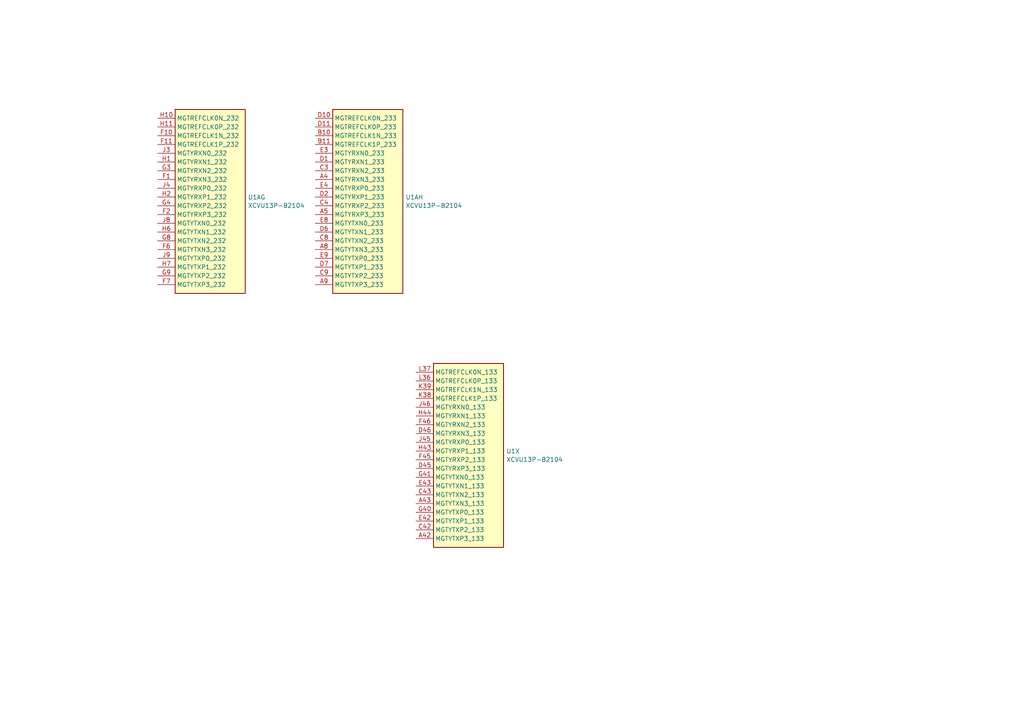
<source format=kicad_sch>
(kicad_sch (version 20231120) (generator "eeschema") (generator_version "8.0")
  (paper "A4")
  (lib_symbols
    (symbol "CHIPSAlliance_FPGA_Xilinx_Virtex_UltraScale_Plus:XCVU13P-B2104"
      (property "Reference" "U" (at -6.35 6.35 0))
      (property "Value" "XCVU13P-B2104" (at -6.35 3.81 0))
      (symbol "XCVU13P-B2104_1_1"
        (pin input line (at 0 -27.94 0) (length 5.08) (name "PUDC_B_0") (number "AA12"))
        (pin bidirectional line (at 0 -12.7 0) (length 5.08) (name "DONE_0") (number "AC12"))
        (pin output line (at 0 -38.1 0) (length 5.08) (name "TDO_0") (number "AC13"))
        (pin power_in line (at 0 -43.18 0) (length 5.08) (name "VCCO_0[2]") (number "AD13"))
        (pin input line (at 0 -25.4 0) (length 5.08) (name "PROGRAM_B_0") (number "AE12"))
        (pin input line (at 0 -33.02 0) (length 5.08) (name "TCK_0") (number "AE13"))
        (pin input line (at 0 -35.56 0) (length 5.08) (name "TDI_0") (number "AE15"))
        (pin passive line (at 0 -43.18 0) (length 5.08) hide (name "VCCO_0[2]") (number "AF13"))
        (pin bidirectional line (at 0 -30.48 0) (length 5.08) (name "RDWR_FCS_B_0") (number "AG12"))
        (pin bidirectional line (at 0 0 0) (length 5.08) (name "CCLK_0") (number "AG13"))
        (pin input line (at 0 -40.64 0) (length 5.08) (name "TMS_0") (number "AG15"))
        (pin bidirectional line (at 0 -10.16 0) (length 5.08) (name "D03_0") (number "AH12"))
        (pin bidirectional line (at 0 -5.08 0) (length 5.08) (name "D01_DIN_0") (number "AJ12"))
        (pin bidirectional line (at 0 -2.54 0) (length 5.08) (name "D00_MOSI_0") (number "AK12"))
        (pin bidirectional line (at 0 -7.62 0) (length 5.08) (name "D02_0") (number "AL12"))
        (pin input line (at 0 -22.86 0) (length 5.08) (name "M2_0") (number "R12"))
        (pin input line (at 0 -20.32 0) (length 5.08) (name "M1_0") (number "U12"))
        (pin input line (at 0 -17.78 0) (length 5.08) (name "M0_0") (number "V12"))
        (pin bidirectional line (at 0 -15.24 0) (length 5.08) (name "INIT_B_0") (number "Y12"))
      )
      (symbol "XCVU13P-B2104_2_1"
        (pin input line (at 0 -134.62 0) (length 5.08) (name "VREF_61") (number "AK30"))
        (pin bidirectional line (at 0 -119.38 0) (length 5.08) (name "IO_L24P_T3U_N10_61") (number "AL29"))
        (pin bidirectional line (at 0 -116.84 0) (length 5.08) (name "IO_L24N_T3U_N11_61") (number "AL30"))
        (pin bidirectional line (at 0 -109.22 0) (length 5.08) (name "IO_L22P_T3U_N6_DBC_AD0P_61") (number "AM29"))
        (pin bidirectional line (at 0 -106.68 0) (length 5.08) (name "IO_L22N_T3U_N7_DBC_AD0N_61") (number "AM30"))
        (pin bidirectional line (at 0 -114.3 0) (length 5.08) (name "IO_L23P_T3U_N8_61") (number "AM31"))
        (pin bidirectional line (at 0 -104.14 0) (length 5.08) (name "IO_L21P_T3L_N4_AD8P_61") (number "AN29"))
        (pin power_in line (at 0 -132.08 0) (length 5.08) (name "VCCO_61[6]") (number "AN30"))
        (pin bidirectional line (at 0 -111.76 0) (length 5.08) (name "IO_L23N_T3U_N9_61") (number "AN31"))
        (pin bidirectional line (at 0 -101.6 0) (length 5.08) (name "IO_L21N_T3L_N5_AD8N_61") (number "AP29"))
        (pin bidirectional line (at 0 -99.06 0) (length 5.08) (name "IO_L20P_T3L_N2_AD1P_61") (number "AP30"))
        (pin bidirectional line (at 0 -93.98 0) (length 5.08) (name "IO_L19P_T3L_N0_DBC_AD9P_61") (number "AP31"))
        (pin bidirectional line (at 0 -96.52 0) (length 5.08) (name "IO_L20N_T3L_N3_AD1N_61") (number "AR30"))
        (pin bidirectional line (at 0 -91.44 0) (length 5.08) (name "IO_L19N_T3L_N1_DBC_AD9N_61") (number "AR31"))
        (pin bidirectional line (at 0 -129.54 0) (length 5.08) (name "IO_T3U_N12_61") (number "AR32"))
        (pin bidirectional line (at 0 -88.9 0) (length 5.08) (name "IO_L18P_T2U_N10_AD2P_61") (number "AT29"))
        (pin bidirectional line (at 0 -86.36 0) (length 5.08) (name "IO_L18N_T2U_N11_AD2N_61") (number "AT30"))
        (pin passive line (at 0 -132.08 0) (length 5.08) hide (name "VCCO_61[6]") (number "AT31"))
        (pin bidirectional line (at 0 -127 0) (length 5.08) (name "IO_T2U_N12_61") (number "AT32"))
        (pin bidirectional line (at 0 -78.74 0) (length 5.08) (name "IO_L16P_T2U_N6_QBC_AD3P_61") (number "AU29"))
        (pin bidirectional line (at 0 -83.82 0) (length 5.08) (name "IO_L17P_T2U_N8_AD10P_61") (number "AU30"))
        (pin bidirectional line (at 0 -81.28 0) (length 5.08) (name "IO_L17N_T2U_N9_AD10N_61") (number "AU31"))
        (pin bidirectional line (at 0 -73.66 0) (length 5.08) (name "IO_L15P_T2L_N4_AD11P_61") (number "AU32"))
        (pin bidirectional line (at 0 -76.2 0) (length 5.08) (name "IO_L16N_T2U_N7_QBC_AD3N_61") (number "AV29"))
        (pin bidirectional line (at 0 -68.58 0) (length 5.08) (name "IO_L14P_T2L_N2_GC_61") (number "AV31"))
        (pin bidirectional line (at 0 -71.12 0) (length 5.08) (name "IO_L15N_T2L_N5_AD11N_61") (number "AV32"))
        (pin bidirectional line (at 0 -63.5 0) (length 5.08) (name "IO_L13P_T2L_N0_GC_QBC_61") (number "AW29"))
        (pin bidirectional line (at 0 -60.96 0) (length 5.08) (name "IO_L13N_T2L_N1_GC_QBC_61") (number "AW30"))
        (pin bidirectional line (at 0 -66.04 0) (length 5.08) (name "IO_L14N_T2L_N3_GC_61") (number "AW31"))
        (pin passive line (at 0 -132.08 0) (length 5.08) hide (name "VCCO_61[6]") (number "AW32"))
        (pin passive line (at 0 -132.08 0) (length 5.08) hide (name "VCCO_61[6]") (number "AY29"))
        (pin bidirectional line (at 0 -53.34 0) (length 5.08) (name "IO_L11P_T1U_N8_GC_61") (number "AY30"))
        (pin bidirectional line (at 0 -58.42 0) (length 5.08) (name "IO_L12P_T1U_N10_GC_61") (number "AY31"))
        (pin bidirectional line (at 0 -55.88 0) (length 5.08) (name "IO_L12N_T1U_N11_GC_61") (number "AY32"))
        (pin bidirectional line (at 0 -43.18 0) (length 5.08) (name "IO_L9P_T1L_N4_AD12P_61") (number "BA29"))
        (pin bidirectional line (at 0 -50.8 0) (length 5.08) (name "IO_L11N_T1U_N9_GC_61") (number "BA30"))
        (pin bidirectional line (at 0 -48.26 0) (length 5.08) (name "IO_L10P_T1U_N6_QBC_AD4P_61") (number "BA32"))
        (pin bidirectional line (at 0 -40.64 0) (length 5.08) (name "IO_L9N_T1L_N5_AD12N_61") (number "BB29"))
        (pin bidirectional line (at 0 -38.1 0) (length 5.08) (name "IO_L8P_T1L_N2_AD5P_61") (number "BB30"))
        (pin bidirectional line (at 0 -35.56 0) (length 5.08) (name "IO_L8N_T1L_N3_AD5N_61") (number "BB31"))
        (pin bidirectional line (at 0 -45.72 0) (length 5.08) (name "IO_L10N_T1U_N7_QBC_AD4N_61") (number "BB32"))
        (pin bidirectional line (at 0 -27.94 0) (length 5.08) (name "IO_L6P_T0U_N10_AD6P_61") (number "BC29"))
        (pin passive line (at 0 -132.08 0) (length 5.08) hide (name "VCCO_61[6]") (number "BC30"))
        (pin bidirectional line (at 0 -33.02 0) (length 5.08) (name "IO_L7P_T1L_N0_QBC_AD13P_61") (number "BC31"))
        (pin bidirectional line (at 0 -30.48 0) (length 5.08) (name "IO_L7N_T1L_N1_QBC_AD13N_61") (number "BC32"))
        (pin bidirectional line (at 0 -124.46 0) (length 5.08) (name "IO_T1U_N12_61") (number "BC33"))
        (pin bidirectional line (at 0 -25.4 0) (length 5.08) (name "IO_L6N_T0U_N11_AD6N_61") (number "BD29"))
        (pin bidirectional line (at 0 -17.78 0) (length 5.08) (name "IO_L4P_T0U_N6_DBC_AD7P_61") (number "BD30"))
        (pin bidirectional line (at 0 -15.24 0) (length 5.08) (name "IO_L4N_T0U_N7_DBC_AD7N_61") (number "BD31"))
        (pin bidirectional line (at 0 -22.86 0) (length 5.08) (name "IO_L5P_T0U_N8_AD14P_61") (number "BD33"))
        (pin bidirectional line (at 0 -12.7 0) (length 5.08) (name "IO_L3P_T0L_N4_AD15P_61") (number "BE30"))
        (pin bidirectional line (at 0 -7.62 0) (length 5.08) (name "IO_L2P_T0L_N2_61") (number "BE31"))
        (pin bidirectional line (at 0 -5.08 0) (length 5.08) (name "IO_L2N_T0L_N3_61") (number "BE32"))
        (pin bidirectional line (at 0 -20.32 0) (length 5.08) (name "IO_L5N_T0U_N9_AD14N_61") (number "BE33"))
        (pin bidirectional line (at 0 -10.16 0) (length 5.08) (name "IO_L3N_T0L_N5_AD15N_61") (number "BF30"))
        (pin passive line (at 0 -132.08 0) (length 5.08) hide (name "VCCO_61[6]") (number "BF31"))
        (pin bidirectional line (at 0 -2.54 0) (length 5.08) (name "IO_L1P_T0L_N0_DBC_61") (number "BF32"))
        (pin bidirectional line (at 0 0 0) (length 5.08) (name "IO_L1N_T0L_N1_DBC_61") (number "BF33"))
        (pin bidirectional line (at 0 -121.92 0) (length 5.08) (name "IO_T0U_N12_VRP_61") (number "BF34"))
      )
      (symbol "XCVU13P-B2104_3_1"
        (pin input line (at 0 -134.62 0) (length 5.08) (name "VREF_62") (number "AK33"))
        (pin bidirectional line (at 0 -114.3 0) (length 5.08) (name "IO_L23P_T3U_N8_62") (number "AL32"))
        (pin bidirectional line (at 0 -129.54 0) (length 5.08) (name "IO_T3U_N12_62") (number "AL33"))
        (pin bidirectional line (at 0 -119.38 0) (length 5.08) (name "IO_L24P_T3U_N10_62") (number "AL34"))
        (pin bidirectional line (at 0 -111.76 0) (length 5.08) (name "IO_L23N_T3U_N9_62") (number "AM32"))
        (pin power_in line (at 0 -132.08 0) (length 5.08) (name "VCCO_62[7]") (number "AM33"))
        (pin bidirectional line (at 0 -116.84 0) (length 5.08) (name "IO_L24N_T3U_N11_62") (number "AM34"))
        (pin bidirectional line (at 0 -109.22 0) (length 5.08) (name "IO_L22P_T3U_N6_DBC_AD0P_62") (number "AN32"))
        (pin bidirectional line (at 0 -106.68 0) (length 5.08) (name "IO_L22N_T3U_N7_DBC_AD0N_62") (number "AN33"))
        (pin bidirectional line (at 0 -104.14 0) (length 5.08) (name "IO_L21P_T3L_N4_AD8P_62") (number "AN34"))
        (pin bidirectional line (at 0 -99.06 0) (length 5.08) (name "IO_L20P_T3L_N2_AD1P_62") (number "AP33"))
        (pin bidirectional line (at 0 -101.6 0) (length 5.08) (name "IO_L21N_T3L_N5_AD8N_62") (number "AP34"))
        (pin bidirectional line (at 0 -96.52 0) (length 5.08) (name "IO_L20N_T3L_N3_AD1N_62") (number "AR33"))
        (pin passive line (at 0 -132.08 0) (length 5.08) hide (name "VCCO_62[7]") (number "AR34"))
        (pin bidirectional line (at 0 -93.98 0) (length 5.08) (name "IO_L19P_T3L_N0_DBC_AD9P_62") (number "AT33"))
        (pin bidirectional line (at 0 -91.44 0) (length 5.08) (name "IO_L19N_T3L_N1_DBC_AD9N_62") (number "AT34"))
        (pin bidirectional line (at 0 -127 0) (length 5.08) (name "IO_T2U_N12_62") (number "AU34"))
        (pin bidirectional line (at 0 -88.9 0) (length 5.08) (name "IO_L18P_T2U_N10_AD2P_62") (number "AV33"))
        (pin bidirectional line (at 0 -83.82 0) (length 5.08) (name "IO_L17P_T2U_N8_AD10P_62") (number "AV34"))
        (pin bidirectional line (at 0 -86.36 0) (length 5.08) (name "IO_L18N_T2U_N11_AD2N_62") (number "AW33"))
        (pin bidirectional line (at 0 -81.28 0) (length 5.08) (name "IO_L17N_T2U_N9_AD10N_62") (number "AW34"))
        (pin bidirectional line (at 0 -78.74 0) (length 5.08) (name "IO_L16P_T2U_N6_QBC_AD3P_62") (number "AW35"))
        (pin bidirectional line (at 0 -76.2 0) (length 5.08) (name "IO_L16N_T2U_N7_QBC_AD3N_62") (number "AW36"))
        (pin bidirectional line (at 0 -73.66 0) (length 5.08) (name "IO_L15P_T2L_N4_AD11P_62") (number "AY33"))
        (pin bidirectional line (at 0 -68.58 0) (length 5.08) (name "IO_L14P_T2L_N2_GC_62") (number "AY35"))
        (pin bidirectional line (at 0 -66.04 0) (length 5.08) (name "IO_L14N_T2L_N3_GC_62") (number "AY36"))
        (pin bidirectional line (at 0 -71.12 0) (length 5.08) (name "IO_L15N_T2L_N5_AD11N_62") (number "BA33"))
        (pin bidirectional line (at 0 -63.5 0) (length 5.08) (name "IO_L13P_T2L_N0_GC_QBC_62") (number "BA34"))
        (pin bidirectional line (at 0 -58.42 0) (length 5.08) (name "IO_L12P_T1U_N10_GC_62") (number "BA35"))
        (pin passive line (at 0 -132.08 0) (length 5.08) hide (name "VCCO_62[7]") (number "BA36"))
        (pin passive line (at 0 -132.08 0) (length 5.08) hide (name "VCCO_62[7]") (number "BB33"))
        (pin bidirectional line (at 0 -60.96 0) (length 5.08) (name "IO_L13N_T2L_N1_GC_QBC_62") (number "BB34"))
        (pin bidirectional line (at 0 -55.88 0) (length 5.08) (name "IO_L12N_T1U_N11_GC_62") (number "BB35"))
        (pin bidirectional line (at 0 -53.34 0) (length 5.08) (name "IO_L11P_T1U_N8_GC_62") (number "BB36"))
        (pin bidirectional line (at 0 -48.26 0) (length 5.08) (name "IO_L10P_T1U_N6_QBC_AD4P_62") (number "BB37"))
        (pin bidirectional line (at 0 -27.94 0) (length 5.08) (name "IO_L6P_T0U_N10_AD6P_62") (number "BB38"))
        (pin bidirectional line (at 0 -33.02 0) (length 5.08) (name "IO_L7P_T1L_N0_QBC_AD13P_62") (number "BC34"))
        (pin bidirectional line (at 0 -50.8 0) (length 5.08) (name "IO_L11N_T1U_N9_GC_62") (number "BC36"))
        (pin bidirectional line (at 0 -45.72 0) (length 5.08) (name "IO_L10N_T1U_N7_QBC_AD4N_62") (number "BC37"))
        (pin bidirectional line (at 0 -25.4 0) (length 5.08) (name "IO_L6N_T0U_N11_AD6N_62") (number "BC38"))
        (pin bidirectional line (at 0 -22.86 0) (length 5.08) (name "IO_L5P_T0U_N8_AD14P_62") (number "BC39"))
        (pin passive line (at 0 -132.08 0) (length 5.08) hide (name "VCCO_62[7]") (number "BC40"))
        (pin bidirectional line (at 0 -30.48 0) (length 5.08) (name "IO_L7N_T1L_N1_QBC_AD13N_62") (number "BD34"))
        (pin bidirectional line (at 0 -38.1 0) (length 5.08) (name "IO_L8P_T1L_N2_AD5P_62") (number "BD35"))
        (pin bidirectional line (at 0 -43.18 0) (length 5.08) (name "IO_L9P_T1L_N4_AD12P_62") (number "BD36"))
        (pin passive line (at 0 -132.08 0) (length 5.08) hide (name "VCCO_62[7]") (number "BD37"))
        (pin bidirectional line (at 0 -121.92 0) (length 5.08) (name "IO_T0U_N12_VRP_62") (number "BD38"))
        (pin bidirectional line (at 0 -20.32 0) (length 5.08) (name "IO_L5N_T0U_N9_AD14N_62") (number "BD39"))
        (pin bidirectional line (at 0 -17.78 0) (length 5.08) (name "IO_L4P_T0U_N6_DBC_AD7P_62") (number "BD40"))
        (pin passive line (at 0 -132.08 0) (length 5.08) hide (name "VCCO_62[7]") (number "BE34"))
        (pin bidirectional line (at 0 -35.56 0) (length 5.08) (name "IO_L8N_T1L_N3_AD5N_62") (number "BE35"))
        (pin bidirectional line (at 0 -40.64 0) (length 5.08) (name "IO_L9N_T1L_N5_AD12N_62") (number "BE36"))
        (pin bidirectional line (at 0 -12.7 0) (length 5.08) (name "IO_L3P_T0L_N4_AD15P_62") (number "BE37"))
        (pin bidirectional line (at 0 -7.62 0) (length 5.08) (name "IO_L2P_T0L_N2_62") (number "BE38"))
        (pin bidirectional line (at 0 -15.24 0) (length 5.08) (name "IO_L4N_T0U_N7_DBC_AD7N_62") (number "BE40"))
        (pin bidirectional line (at 0 -124.46 0) (length 5.08) (name "IO_T1U_N12_62") (number "BF35"))
        (pin bidirectional line (at 0 -10.16 0) (length 5.08) (name "IO_L3N_T0L_N5_AD15N_62") (number "BF37"))
        (pin bidirectional line (at 0 -5.08 0) (length 5.08) (name "IO_L2N_T0L_N3_62") (number "BF38"))
        (pin bidirectional line (at 0 -2.54 0) (length 5.08) (name "IO_L1P_T0L_N0_DBC_62") (number "BF39"))
        (pin bidirectional line (at 0 0 0) (length 5.08) (name "IO_L1N_T0L_N1_DBC_62") (number "BF40"))
      )
      (symbol "XCVU13P-B2104_4_1"
        (pin bidirectional line (at 0 -93.98 0) (length 5.08) (name "IO_L19P_T3L_N0_DBC_AD9P_63") (number "AA32"))
        (pin bidirectional line (at 0 -91.44 0) (length 5.08) (name "IO_L19N_T3L_N1_DBC_AD9N_63") (number "AA33"))
        (pin bidirectional line (at 0 -99.06 0) (length 5.08) (name "IO_L20P_T3L_N2_AD1P_63") (number "AA34"))
        (pin input line (at 0 -134.62 0) (length 5.08) (name "VREF_63") (number "AB31"))
        (pin bidirectional line (at 0 -129.54 0) (length 5.08) (name "IO_T3U_N12_63") (number "AB32"))
        (pin passive line (at 0 -132.08 0) (length 5.08) hide (name "VCCO_63[6]") (number "AB33"))
        (pin bidirectional line (at 0 -96.52 0) (length 5.08) (name "IO_L20N_T3L_N3_AD1N_63") (number "AB34"))
        (pin bidirectional line (at 0 -78.74 0) (length 5.08) (name "IO_L16P_T2U_N6_QBC_AD3P_63") (number "AC31"))
        (pin bidirectional line (at 0 -83.82 0) (length 5.08) (name "IO_L17P_T2U_N8_AD10P_63") (number "AC32"))
        (pin bidirectional line (at 0 -81.28 0) (length 5.08) (name "IO_L17N_T2U_N9_AD10N_63") (number "AC33"))
        (pin bidirectional line (at 0 -88.9 0) (length 5.08) (name "IO_L18P_T2U_N10_AD2P_63") (number "AC34"))
        (pin bidirectional line (at 0 -127 0) (length 5.08) (name "IO_T2U_N12_63") (number "AD30"))
        (pin bidirectional line (at 0 -76.2 0) (length 5.08) (name "IO_L16N_T2U_N7_QBC_AD3N_63") (number "AD31"))
        (pin bidirectional line (at 0 -68.58 0) (length 5.08) (name "IO_L14P_T2L_N2_GC_63") (number "AD33"))
        (pin bidirectional line (at 0 -86.36 0) (length 5.08) (name "IO_L18N_T2U_N11_AD2N_63") (number "AD34"))
        (pin bidirectional line (at 0 -73.66 0) (length 5.08) (name "IO_L15P_T2L_N4_AD11P_63") (number "AE30"))
        (pin bidirectional line (at 0 -63.5 0) (length 5.08) (name "IO_L13P_T2L_N0_GC_QBC_63") (number "AE31"))
        (pin bidirectional line (at 0 -60.96 0) (length 5.08) (name "IO_L13N_T2L_N1_GC_QBC_63") (number "AE32"))
        (pin bidirectional line (at 0 -66.04 0) (length 5.08) (name "IO_L14N_T2L_N3_GC_63") (number "AE33"))
        (pin passive line (at 0 -132.08 0) (length 5.08) hide (name "VCCO_63[6]") (number "AE34"))
        (pin bidirectional line (at 0 -71.12 0) (length 5.08) (name "IO_L15N_T2L_N5_AD11N_63") (number "AF30"))
        (pin passive line (at 0 -132.08 0) (length 5.08) hide (name "VCCO_63[6]") (number "AF31"))
        (pin bidirectional line (at 0 -58.42 0) (length 5.08) (name "IO_L12P_T1U_N10_GC_63") (number "AF32"))
        (pin bidirectional line (at 0 -55.88 0) (length 5.08) (name "IO_L12N_T1U_N11_GC_63") (number "AF33"))
        (pin bidirectional line (at 0 -43.18 0) (length 5.08) (name "IO_L9P_T1L_N4_AD12P_63") (number "AF34"))
        (pin bidirectional line (at 0 -22.86 0) (length 5.08) (name "IO_L5P_T0U_N8_AD14P_63") (number "AG29"))
        (pin bidirectional line (at 0 -20.32 0) (length 5.08) (name "IO_L5N_T0U_N9_AD14N_63") (number "AG30"))
        (pin bidirectional line (at 0 -53.34 0) (length 5.08) (name "IO_L11P_T1U_N8_GC_63") (number "AG31"))
        (pin bidirectional line (at 0 -50.8 0) (length 5.08) (name "IO_L11N_T1U_N9_GC_63") (number "AG32"))
        (pin bidirectional line (at 0 -40.64 0) (length 5.08) (name "IO_L9N_T1L_N5_AD12N_63") (number "AG34"))
        (pin bidirectional line (at 0 -17.78 0) (length 5.08) (name "IO_L4P_T0U_N6_DBC_AD7P_63") (number "AH28"))
        (pin bidirectional line (at 0 -15.24 0) (length 5.08) (name "IO_L4N_T0U_N7_DBC_AD7N_63") (number "AH29"))
        (pin bidirectional line (at 0 -48.26 0) (length 5.08) (name "IO_L10P_T1U_N6_QBC_AD4P_63") (number "AH31"))
        (pin bidirectional line (at 0 -45.72 0) (length 5.08) (name "IO_L10N_T1U_N7_QBC_AD4N_63") (number "AH32"))
        (pin bidirectional line (at 0 -38.1 0) (length 5.08) (name "IO_L8P_T1L_N2_AD5P_63") (number "AH33"))
        (pin bidirectional line (at 0 -33.02 0) (length 5.08) (name "IO_L7P_T1L_N0_QBC_AD13P_63") (number "AH34"))
        (pin bidirectional line (at 0 -2.54 0) (length 5.08) (name "IO_L1P_T0L_N0_DBC_63") (number "AJ27"))
        (pin bidirectional line (at 0 -7.62 0) (length 5.08) (name "IO_L2P_T0L_N2_63") (number "AJ28"))
        (pin bidirectional line (at 0 -12.7 0) (length 5.08) (name "IO_L3P_T0L_N4_AD15P_63") (number "AJ29"))
        (pin bidirectional line (at 0 -10.16 0) (length 5.08) (name "IO_L3N_T0L_N5_AD15N_63") (number "AJ30"))
        (pin bidirectional line (at 0 -27.94 0) (length 5.08) (name "IO_L6P_T0U_N10_AD6P_63") (number "AJ31"))
        (pin passive line (at 0 -132.08 0) (length 5.08) hide (name "VCCO_63[6]") (number "AJ32"))
        (pin bidirectional line (at 0 -35.56 0) (length 5.08) (name "IO_L8N_T1L_N3_AD5N_63") (number "AJ33"))
        (pin bidirectional line (at 0 -30.48 0) (length 5.08) (name "IO_L7N_T1L_N1_QBC_AD13N_63") (number "AJ34"))
        (pin bidirectional line (at 0 -121.92 0) (length 5.08) (name "IO_T0U_N12_VRP_63") (number "AK26"))
        (pin bidirectional line (at 0 0 0) (length 5.08) (name "IO_L1N_T0L_N1_DBC_63") (number "AK27"))
        (pin bidirectional line (at 0 -5.08 0) (length 5.08) (name "IO_L2N_T0L_N3_63") (number "AK28"))
        (pin passive line (at 0 -132.08 0) (length 5.08) hide (name "VCCO_63[6]") (number "AK29"))
        (pin bidirectional line (at 0 -25.4 0) (length 5.08) (name "IO_L6N_T0U_N11_AD6N_63") (number "AK31"))
        (pin bidirectional line (at 0 -124.46 0) (length 5.08) (name "IO_T1U_N12_63") (number "AK32"))
        (pin bidirectional line (at 0 -104.14 0) (length 5.08) (name "IO_L21P_T3L_N4_AD8P_63") (number "W30"))
        (pin bidirectional line (at 0 -109.22 0) (length 5.08) (name "IO_L22P_T3U_N6_DBC_AD0P_63") (number "W31"))
        (pin power_in line (at 0 -132.08 0) (length 5.08) (name "VCCO_63[6]") (number "W32"))
        (pin bidirectional line (at 0 -119.38 0) (length 5.08) (name "IO_L24P_T3U_N10_63") (number "W33"))
        (pin bidirectional line (at 0 -116.84 0) (length 5.08) (name "IO_L24N_T3U_N11_63") (number "W34"))
        (pin bidirectional line (at 0 -101.6 0) (length 5.08) (name "IO_L21N_T3L_N5_AD8N_63") (number "Y30"))
        (pin bidirectional line (at 0 -106.68 0) (length 5.08) (name "IO_L22N_T3U_N7_DBC_AD0N_63") (number "Y31"))
        (pin bidirectional line (at 0 -114.3 0) (length 5.08) (name "IO_L23P_T3U_N8_63") (number "Y32"))
        (pin bidirectional line (at 0 -111.76 0) (length 5.08) (name "IO_L23N_T3U_N9_63") (number "Y33"))
      )
      (symbol "XCVU13P-B2104_5_1"
        (pin bidirectional line (at 0 -119.38 0) (length 5.08) (name "IO_L24P_T3U_N10_64") (number "AL21"))
        (pin bidirectional line (at 0 -114.3 0) (length 5.08) (name "IO_L23P_T3U_N8_64") (number "AL22"))
        (pin input line (at 0 -134.62 0) (length 5.08) (name "VREF_64") (number "AL23"))
        (pin bidirectional line (at 0 -109.22 0) (length 5.08) (name "IO_L22P_T3U_N6_DBC_AD0P_64") (number "AL24"))
        (pin bidirectional line (at 0 -116.84 0) (length 5.08) (name "IO_L24N_T3U_N11_64") (number "AM21"))
        (pin bidirectional line (at 0 -111.76 0) (length 5.08) (name "IO_L23N_T3U_N9_64") (number "AM22"))
        (pin power_in line (at 0 -132.08 0) (length 5.08) (name "VCCO_64[8]") (number "AM23"))
        (pin bidirectional line (at 0 -106.68 0) (length 5.08) (name "IO_L22N_T3U_N7_DBC_AD0N_64") (number "AM24"))
        (pin bidirectional line (at 0 -91.44 0) (length 5.08) (name "IO_L19N_T3L_N1_DBC_AD9N_64") (number "AN21"))
        (pin bidirectional line (at 0 -93.98 0) (length 5.08) (name "IO_L19P_T3L_N0_DBC_AD9P_64") (number "AN22"))
        (pin bidirectional line (at 0 -99.06 0) (length 5.08) (name "IO_L20P_T3L_N2_AD1P_64") (number "AN23"))
        (pin bidirectional line (at 0 -104.14 0) (length 5.08) (name "IO_L21P_T3L_N4_AD8P_64") (number "AN24"))
        (pin bidirectional line (at 0 -129.54 0) (length 5.08) (name "IO_T3U_N12_64") (number "AP21"))
        (pin bidirectional line (at 0 -96.52 0) (length 5.08) (name "IO_L20N_T3L_N3_AD1N_64") (number "AP23"))
        (pin bidirectional line (at 0 -101.6 0) (length 5.08) (name "IO_L21N_T3L_N5_AD8N_64") (number "AP24"))
        (pin bidirectional line (at 0 -127 0) (length 5.08) (name "IO_T2U_N12_64") (number "AR21"))
        (pin bidirectional line (at 0 -78.74 0) (length 5.08) (name "IO_L16P_T2U_N6_QBC_AD3P_64") (number "AR22"))
        (pin bidirectional line (at 0 -83.82 0) (length 5.08) (name "IO_L17P_T2U_N8_AD10P_64") (number "AR23"))
        (pin passive line (at 0 -132.08 0) (length 5.08) hide (name "VCCO_64[8]") (number "AR24"))
        (pin passive line (at 0 -132.08 0) (length 5.08) hide (name "VCCO_64[8]") (number "AT21"))
        (pin bidirectional line (at 0 -76.2 0) (length 5.08) (name "IO_L16N_T2U_N7_QBC_AD3N_64") (number "AT22"))
        (pin bidirectional line (at 0 -81.28 0) (length 5.08) (name "IO_L17N_T2U_N9_AD10N_64") (number "AT23"))
        (pin bidirectional line (at 0 -88.9 0) (length 5.08) (name "IO_L18P_T2U_N10_AD2P_64") (number "AT24"))
        (pin bidirectional line (at 0 -73.66 0) (length 5.08) (name "IO_L15P_T2L_N4_AD11P_64") (number "AU22"))
        (pin bidirectional line (at 0 -86.36 0) (length 5.08) (name "IO_L18N_T2U_N11_AD2N_64") (number "AU24"))
        (pin bidirectional line (at 0 -71.12 0) (length 5.08) (name "IO_L15N_T2L_N5_AD11N_64") (number "AV22"))
        (pin bidirectional line (at 0 -63.5 0) (length 5.08) (name "IO_L13P_T2L_N0_GC_QBC_64") (number "AV23"))
        (pin bidirectional line (at 0 -68.58 0) (length 5.08) (name "IO_L14P_T2L_N2_GC_64") (number "AV24"))
        (pin passive line (at 0 -132.08 0) (length 5.08) hide (name "VCCO_64[8]") (number "AW22"))
        (pin bidirectional line (at 0 -60.96 0) (length 5.08) (name "IO_L13N_T2L_N1_GC_QBC_64") (number "AW23"))
        (pin bidirectional line (at 0 -66.04 0) (length 5.08) (name "IO_L14N_T2L_N3_GC_64") (number "AW24"))
        (pin bidirectional line (at 0 -53.34 0) (length 5.08) (name "IO_L11P_T1U_N8_GC_64") (number "AY22"))
        (pin bidirectional line (at 0 -58.42 0) (length 5.08) (name "IO_L12P_T1U_N10_GC_64") (number "AY23"))
        (pin bidirectional line (at 0 -33.02 0) (length 5.08) (name "IO_L7P_T1L_N0_QBC_AD13P_64") (number "BA20"))
        (pin bidirectional line (at 0 -50.8 0) (length 5.08) (name "IO_L11N_T1U_N9_GC_64") (number "BA22"))
        (pin bidirectional line (at 0 -55.88 0) (length 5.08) (name "IO_L12N_T1U_N11_GC_64") (number "BA23"))
        (pin bidirectional line (at 0 -48.26 0) (length 5.08) (name "IO_L10P_T1U_N6_QBC_AD4P_64") (number "BA24"))
        (pin bidirectional line (at 0 -30.48 0) (length 5.08) (name "IO_L7N_T1L_N1_QBC_AD13N_64") (number "BB20"))
        (pin bidirectional line (at 0 -38.1 0) (length 5.08) (name "IO_L8P_T1L_N2_AD5P_64") (number "BB21"))
        (pin bidirectional line (at 0 -43.18 0) (length 5.08) (name "IO_L9P_T1L_N4_AD12P_64") (number "BB22"))
        (pin passive line (at 0 -132.08 0) (length 5.08) hide (name "VCCO_64[8]") (number "BB23"))
        (pin bidirectional line (at 0 -45.72 0) (length 5.08) (name "IO_L10N_T1U_N7_QBC_AD4N_64") (number "BB24"))
        (pin passive line (at 0 -132.08 0) (length 5.08) hide (name "VCCO_64[8]") (number "BC20"))
        (pin bidirectional line (at 0 -35.56 0) (length 5.08) (name "IO_L8N_T1L_N3_AD5N_64") (number "BC21"))
        (pin bidirectional line (at 0 -40.64 0) (length 5.08) (name "IO_L9N_T1L_N5_AD12N_64") (number "BC22"))
        (pin bidirectional line (at 0 -124.46 0) (length 5.08) (name "IO_T1U_N12_64") (number "BC23"))
        (pin bidirectional line (at 0 -12.7 0) (length 5.08) (name "IO_L3P_T0L_N4_AD15P_64") (number "BC24"))
        (pin bidirectional line (at 0 -27.94 0) (length 5.08) (name "IO_L6P_T0U_N10_AD6P_64") (number "BD20"))
        (pin bidirectional line (at 0 -22.86 0) (length 5.08) (name "IO_L5P_T0U_N8_AD14P_64") (number "BD21"))
        (pin bidirectional line (at 0 -7.62 0) (length 5.08) (name "IO_L2P_T0L_N2_64") (number "BD23"))
        (pin bidirectional line (at 0 -10.16 0) (length 5.08) (name "IO_L3N_T0L_N5_AD15N_64") (number "BD24"))
        (pin bidirectional line (at 0 -25.4 0) (length 5.08) (name "IO_L6N_T0U_N11_AD6N_64") (number "BE20"))
        (pin bidirectional line (at 0 -20.32 0) (length 5.08) (name "IO_L5N_T0U_N9_AD14N_64") (number "BE21"))
        (pin bidirectional line (at 0 -17.78 0) (length 5.08) (name "IO_L4P_T0U_N6_DBC_AD7P_64") (number "BE22"))
        (pin bidirectional line (at 0 -5.08 0) (length 5.08) (name "IO_L2N_T0L_N3_64") (number "BE23"))
        (pin passive line (at 0 -132.08 0) (length 5.08) hide (name "VCCO_64[8]") (number "BE24"))
        (pin bidirectional line (at 0 -121.92 0) (length 5.08) (name "IO_T0U_N12_VRP_64") (number "BF20"))
        (pin passive line (at 0 -132.08 0) (length 5.08) hide (name "VCCO_64[8]") (number "BF21"))
        (pin bidirectional line (at 0 -15.24 0) (length 5.08) (name "IO_L4N_T0U_N7_DBC_AD7N_64") (number "BF22"))
        (pin bidirectional line (at 0 0 0) (length 5.08) (name "IO_L1N_T0L_N1_DBC_64") (number "BF23"))
        (pin bidirectional line (at 0 -2.54 0) (length 5.08) (name "IO_L1P_T0L_N0_DBC_64") (number "BF24"))
      )
      (symbol "XCVU13P-B2104_6_1"
        (pin input line (at 0 -134.62 0) (length 5.08) (name "VREF_65") (number "AK25"))
        (pin bidirectional line (at 0 -104.14 0) (length 5.08) (name "IO_L21P_T3L_N4_AD8P_D06_65") (number "AL25"))
        (pin power_in line (at 0 -132.08 0) (length 5.08) (name "VCCO_65[6]") (number "AL26"))
        (pin bidirectional line (at 0 -119.38 0) (length 5.08) (name "IO_L24P_T3U_N10_EMCCLK_65") (number "AL27"))
        (pin bidirectional line (at 0 -116.84 0) (length 5.08) (name "IO_L24N_T3U_N11_DOUT_CSO_B_65") (number "AL28"))
        (pin bidirectional line (at 0 -101.6 0) (length 5.08) (name "IO_L21N_T3L_N5_AD8N_D07_65") (number "AM25"))
        (pin bidirectional line (at 0 -109.22 0) (length 5.08) (name "IO_L22P_T3U_N6_DBC_AD0P_D04_65") (number "AM26"))
        (pin bidirectional line (at 0 -114.3 0) (length 5.08) (name "IO_L23P_T3U_N8_I2C_SCLK_65") (number "AM27"))
        (pin bidirectional line (at 0 -106.68 0) (length 5.08) (name "IO_L22N_T3U_N7_DBC_AD0N_D05_65") (number "AN26"))
        (pin bidirectional line (at 0 -111.76 0) (length 5.08) (name "IO_L23N_T3U_N9_PERSTN1_I2C_SDA_65") (number "AN27"))
        (pin bidirectional line (at 0 -99.06 0) (length 5.08) (name "IO_L20P_T3L_N2_AD1P_D08_65") (number "AN28"))
        (pin bidirectional line (at 0 -93.98 0) (length 5.08) (name "IO_L19P_T3L_N0_DBC_AD9P_D10_65") (number "AP25"))
        (pin bidirectional line (at 0 -91.44 0) (length 5.08) (name "IO_L19N_T3L_N1_DBC_AD9N_D11_65") (number "AP26"))
        (pin passive line (at 0 -132.08 0) (length 5.08) hide (name "VCCO_65[6]") (number "AP27"))
        (pin bidirectional line (at 0 -96.52 0) (length 5.08) (name "IO_L20N_T3L_N3_AD1N_D09_65") (number "AP28"))
        (pin bidirectional line (at 0 -78.74 0) (length 5.08) (name "IO_L16P_T2U_N6_QBC_AD3P_A00_D16_65") (number "AR25"))
        (pin bidirectional line (at 0 -129.54 0) (length 5.08) (name "IO_T3U_N12_PERSTN0_65") (number "AR26"))
        (pin bidirectional line (at 0 -83.82 0) (length 5.08) (name "IO_L17P_T2U_N8_AD10P_D14_65") (number "AR27"))
        (pin bidirectional line (at 0 -88.9 0) (length 5.08) (name "IO_L18P_T2U_N10_AD2P_D12_65") (number "AR28"))
        (pin bidirectional line (at 0 -76.2 0) (length 5.08) (name "IO_L16N_T2U_N7_QBC_AD3N_A01_D17_65") (number "AT25"))
        (pin bidirectional line (at 0 -81.28 0) (length 5.08) (name "IO_L17N_T2U_N9_AD10N_D15_65") (number "AT27"))
        (pin bidirectional line (at 0 -86.36 0) (length 5.08) (name "IO_L18N_T2U_N11_AD2N_D13_65") (number "AT28"))
        (pin bidirectional line (at 0 -127 0) (length 5.08) (name "IO_T2U_N12_CSI_ADV_B_65") (number "AU25"))
        (pin bidirectional line (at 0 -73.66 0) (length 5.08) (name "IO_L15P_T2L_N4_AD11P_A02_D18_65") (number "AU26"))
        (pin bidirectional line (at 0 -71.12 0) (length 5.08) (name "IO_L15N_T2L_N5_AD11N_A03_D19_65") (number "AU27"))
        (pin passive line (at 0 -132.08 0) (length 5.08) hide (name "VCCO_65[6]") (number "AU28"))
        (pin passive line (at 0 -132.08 0) (length 5.08) hide (name "VCCO_65[6]") (number "AV25"))
        (pin bidirectional line (at 0 -63.5 0) (length 5.08) (name "IO_L13P_T2L_N0_GC_QBC_A06_D22_65") (number "AV26"))
        (pin bidirectional line (at 0 -68.58 0) (length 5.08) (name "IO_L14P_T2L_N2_GC_A04_D20_65") (number "AV27"))
        (pin bidirectional line (at 0 -66.04 0) (length 5.08) (name "IO_L14N_T2L_N3_GC_A05_D21_65") (number "AV28"))
        (pin bidirectional line (at 0 -48.26 0) (length 5.08) (name "IO_L10P_T1U_N6_QBC_AD4P_A12_D28_65") (number "AW25"))
        (pin bidirectional line (at 0 -60.96 0) (length 5.08) (name "IO_L13N_T2L_N1_GC_QBC_A07_D23_65") (number "AW26"))
        (pin bidirectional line (at 0 -58.42 0) (length 5.08) (name "IO_L12P_T1U_N10_GC_A08_D24_65") (number "AW28"))
        (pin bidirectional line (at 0 -45.72 0) (length 5.08) (name "IO_L10N_T1U_N7_QBC_AD4N_A13_D29_65") (number "AY25"))
        (pin bidirectional line (at 0 -53.34 0) (length 5.08) (name "IO_L11P_T1U_N8_GC_A10_D26_65") (number "AY26"))
        (pin bidirectional line (at 0 -50.8 0) (length 5.08) (name "IO_L11N_T1U_N9_GC_A11_D27_65") (number "AY27"))
        (pin bidirectional line (at 0 -55.88 0) (length 5.08) (name "IO_L12N_T1U_N11_GC_A09_D25_65") (number "AY28"))
        (pin bidirectional line (at 0 -33.02 0) (length 5.08) (name "IO_L7P_T1L_N0_QBC_AD13P_A18_65") (number "BA25"))
        (pin passive line (at 0 -132.08 0) (length 5.08) hide (name "VCCO_65[6]") (number "BA26"))
        (pin bidirectional line (at 0 -43.18 0) (length 5.08) (name "IO_L9P_T1L_N4_AD12P_A14_D30_65") (number "BA27"))
        (pin bidirectional line (at 0 -40.64 0) (length 5.08) (name "IO_L9N_T1L_N5_AD12N_A15_D31_65") (number "BA28"))
        (pin bidirectional line (at 0 -30.48 0) (length 5.08) (name "IO_L7N_T1L_N1_QBC_AD13N_A19_65") (number "BB25"))
        (pin bidirectional line (at 0 -38.1 0) (length 5.08) (name "IO_L8P_T1L_N2_AD5P_A16_65") (number "BB26"))
        (pin bidirectional line (at 0 -35.56 0) (length 5.08) (name "IO_L8N_T1L_N3_AD5N_A17_65") (number "BB27"))
        (pin bidirectional line (at 0 -27.94 0) (length 5.08) (name "IO_L6P_T0U_N10_AD6P_A20_65") (number "BC26"))
        (pin bidirectional line (at 0 -25.4 0) (length 5.08) (name "IO_L6N_T0U_N11_AD6N_A21_65") (number "BC27"))
        (pin bidirectional line (at 0 -124.46 0) (length 5.08) (name "IO_T1U_N12_SMBALERT_65") (number "BC28"))
        (pin bidirectional line (at 0 -121.92 0) (length 5.08) (name "IO_T0U_N12_VRP_A28_65") (number "BD25"))
        (pin bidirectional line (at 0 -17.78 0) (length 5.08) (name "IO_L4P_T0U_N6_DBC_AD7P_A24_65") (number "BD26"))
        (pin passive line (at 0 -132.08 0) (length 5.08) hide (name "VCCO_65[6]") (number "BD27"))
        (pin bidirectional line (at 0 -12.7 0) (length 5.08) (name "IO_L3P_T0L_N4_AD15P_A26_65") (number "BD28"))
        (pin bidirectional line (at 0 -22.86 0) (length 5.08) (name "IO_L5P_T0U_N8_AD14P_A22_65") (number "BE25"))
        (pin bidirectional line (at 0 -15.24 0) (length 5.08) (name "IO_L4N_T0U_N7_DBC_AD7N_A25_65") (number "BE26"))
        (pin bidirectional line (at 0 -7.62 0) (length 5.08) (name "IO_L2P_T0L_N2_FOE_B_65") (number "BE27"))
        (pin bidirectional line (at 0 -10.16 0) (length 5.08) (name "IO_L3N_T0L_N5_AD15N_A27_65") (number "BE28"))
        (pin bidirectional line (at 0 -20.32 0) (length 5.08) (name "IO_L5N_T0U_N9_AD14N_A23_65") (number "BF25"))
        (pin bidirectional line (at 0 -5.08 0) (length 5.08) (name "IO_L2N_T0L_N3_FWE_FCS2_B_65") (number "BF27"))
        (pin bidirectional line (at 0 -2.54 0) (length 5.08) (name "IO_L1P_T0L_N0_DBC_RS0_65") (number "BF28"))
        (pin bidirectional line (at 0 0 0) (length 5.08) (name "IO_L1N_T0L_N1_DBC_RS1_65") (number "BF29"))
      )
      (symbol "XCVU13P-B2104_7_1"
        (pin power_in line (at 0 -132.08 0) (length 5.08) (name "VCCO_66[6]") (number "AL16"))
        (pin bidirectional line (at 0 -109.22 0) (length 5.08) (name "IO_L22P_T3U_N6_DBC_AD0P_66") (number "AL17"))
        (pin input line (at 0 -134.62 0) (length 5.08) (name "VREF_66") (number "AL18"))
        (pin bidirectional line (at 0 -114.3 0) (length 5.08) (name "IO_L23P_T3U_N8_66") (number "AL19"))
        (pin bidirectional line (at 0 -119.38 0) (length 5.08) (name "IO_L24P_T3U_N10_66") (number "AL20"))
        (pin bidirectional line (at 0 -104.14 0) (length 5.08) (name "IO_L21P_T3L_N4_AD8P_66") (number "AM16"))
        (pin bidirectional line (at 0 -106.68 0) (length 5.08) (name "IO_L22N_T3U_N7_DBC_AD0N_66") (number "AM17"))
        (pin bidirectional line (at 0 -111.76 0) (length 5.08) (name "IO_L23N_T3U_N9_66") (number "AM19"))
        (pin bidirectional line (at 0 -116.84 0) (length 5.08) (name "IO_L24N_T3U_N11_66") (number "AM20"))
        (pin bidirectional line (at 0 -101.6 0) (length 5.08) (name "IO_L21N_T3L_N5_AD8N_66") (number "AN16"))
        (pin bidirectional line (at 0 -91.44 0) (length 5.08) (name "IO_L19N_T3L_N1_DBC_AD9N_66") (number "AN17"))
        (pin bidirectional line (at 0 -93.98 0) (length 5.08) (name "IO_L19P_T3L_N0_DBC_AD9P_66") (number "AN18"))
        (pin bidirectional line (at 0 -99.06 0) (length 5.08) (name "IO_L20P_T3L_N2_AD1P_66") (number "AN19"))
        (pin passive line (at 0 -132.08 0) (length 5.08) hide (name "VCCO_66[6]") (number "AN20"))
        (pin bidirectional line (at 0 -129.54 0) (length 5.08) (name "IO_T3U_N12_66") (number "AP16"))
        (pin passive line (at 0 -132.08 0) (length 5.08) hide (name "VCCO_66[6]") (number "AP17"))
        (pin bidirectional line (at 0 -83.82 0) (length 5.08) (name "IO_L17P_T2U_N8_AD10P_66") (number "AP18"))
        (pin bidirectional line (at 0 -96.52 0) (length 5.08) (name "IO_L20N_T3L_N3_AD1N_66") (number "AP19"))
        (pin bidirectional line (at 0 -88.9 0) (length 5.08) (name "IO_L18P_T2U_N10_AD2P_66") (number "AP20"))
        (pin bidirectional line (at 0 -78.74 0) (length 5.08) (name "IO_L16P_T2U_N6_QBC_AD3P_66") (number "AR17"))
        (pin bidirectional line (at 0 -81.28 0) (length 5.08) (name "IO_L17N_T2U_N9_AD10N_66") (number "AR18"))
        (pin bidirectional line (at 0 -86.36 0) (length 5.08) (name "IO_L18N_T2U_N11_AD2N_66") (number "AR20"))
        (pin bidirectional line (at 0 -76.2 0) (length 5.08) (name "IO_L16N_T2U_N7_QBC_AD3N_66") (number "AT17"))
        (pin bidirectional line (at 0 -73.66 0) (length 5.08) (name "IO_L15P_T2L_N4_AD11P_66") (number "AT18"))
        (pin bidirectional line (at 0 -63.5 0) (length 5.08) (name "IO_L13P_T2L_N0_GC_QBC_66") (number "AT19"))
        (pin bidirectional line (at 0 -68.58 0) (length 5.08) (name "IO_L14P_T2L_N2_GC_66") (number "AT20"))
        (pin bidirectional line (at 0 -71.12 0) (length 5.08) (name "IO_L15N_T2L_N5_AD11N_66") (number "AU17"))
        (pin passive line (at 0 -132.08 0) (length 5.08) hide (name "VCCO_66[6]") (number "AU18"))
        (pin bidirectional line (at 0 -60.96 0) (length 5.08) (name "IO_L13N_T2L_N1_GC_QBC_66") (number "AU19"))
        (pin bidirectional line (at 0 -66.04 0) (length 5.08) (name "IO_L14N_T2L_N3_GC_66") (number "AU20"))
        (pin bidirectional line (at 0 -127 0) (length 5.08) (name "IO_T2U_N12_66") (number "AU21"))
        (pin bidirectional line (at 0 -124.46 0) (length 5.08) (name "IO_T1U_N12_66") (number "AV17"))
        (pin bidirectional line (at 0 -53.34 0) (length 5.08) (name "IO_L11P_T1U_N8_GC_66") (number "AV18"))
        (pin bidirectional line (at 0 -58.42 0) (length 5.08) (name "IO_L12P_T1U_N10_GC_66") (number "AV19"))
        (pin bidirectional line (at 0 -48.26 0) (length 5.08) (name "IO_L10P_T1U_N6_QBC_AD4P_66") (number "AV21"))
        (pin bidirectional line (at 0 -50.8 0) (length 5.08) (name "IO_L11N_T1U_N9_GC_66") (number "AW18"))
        (pin bidirectional line (at 0 -55.88 0) (length 5.08) (name "IO_L12N_T1U_N11_GC_66") (number "AW19"))
        (pin bidirectional line (at 0 -43.18 0) (length 5.08) (name "IO_L9P_T1L_N4_AD12P_66") (number "AW20"))
        (pin bidirectional line (at 0 -45.72 0) (length 5.08) (name "IO_L10N_T1U_N7_QBC_AD4N_66") (number "AW21"))
        (pin bidirectional line (at 0 -33.02 0) (length 5.08) (name "IO_L7P_T1L_N0_QBC_AD13P_66") (number "AY17"))
        (pin bidirectional line (at 0 -38.1 0) (length 5.08) (name "IO_L8P_T1L_N2_AD5P_66") (number "AY18"))
        (pin passive line (at 0 -132.08 0) (length 5.08) hide (name "VCCO_66[6]") (number "AY19"))
        (pin bidirectional line (at 0 -40.64 0) (length 5.08) (name "IO_L9N_T1L_N5_AD12N_66") (number "AY20"))
        (pin bidirectional line (at 0 -30.48 0) (length 5.08) (name "IO_L7N_T1L_N1_QBC_AD13N_66") (number "BA17"))
        (pin bidirectional line (at 0 -35.56 0) (length 5.08) (name "IO_L8N_T1L_N3_AD5N_66") (number "BA18"))
        (pin bidirectional line (at 0 -121.92 0) (length 5.08) (name "IO_T0U_N12_VRP_66") (number "BA19"))
        (pin bidirectional line (at 0 -22.86 0) (length 5.08) (name "IO_L5P_T0U_N8_AD14P_66") (number "BB17"))
        (pin bidirectional line (at 0 -27.94 0) (length 5.08) (name "IO_L6P_T0U_N10_AD6P_66") (number "BB19"))
        (pin bidirectional line (at 0 -20.32 0) (length 5.08) (name "IO_L5N_T0U_N9_AD14N_66") (number "BC17"))
        (pin bidirectional line (at 0 -25.4 0) (length 5.08) (name "IO_L6N_T0U_N11_AD6N_66") (number "BC18"))
        (pin bidirectional line (at 0 -17.78 0) (length 5.08) (name "IO_L4P_T0U_N6_DBC_AD7P_66") (number "BC19"))
        (pin passive line (at 0 -132.08 0) (length 5.08) hide (name "VCCO_66[6]") (number "BD17"))
        (pin bidirectional line (at 0 -12.7 0) (length 5.08) (name "IO_L3P_T0L_N4_AD15P_66") (number "BD18"))
        (pin bidirectional line (at 0 -15.24 0) (length 5.08) (name "IO_L4N_T0U_N7_DBC_AD7N_66") (number "BD19"))
        (pin bidirectional line (at 0 -2.54 0) (length 5.08) (name "IO_L1P_T0L_N0_DBC_66") (number "BE17"))
        (pin bidirectional line (at 0 -10.16 0) (length 5.08) (name "IO_L3N_T0L_N5_AD15N_66") (number "BE18"))
        (pin bidirectional line (at 0 0 0) (length 5.08) (name "IO_L1N_T0L_N1_DBC_66") (number "BF17"))
        (pin bidirectional line (at 0 -5.08 0) (length 5.08) (name "IO_L2N_T0L_N3_66") (number "BF18"))
        (pin bidirectional line (at 0 -7.62 0) (length 5.08) (name "IO_L2P_T0L_N2_66") (number "BF19"))
      )
      (symbol "XCVU13P-B2104_8_1"
        (pin input line (at 0 -134.62 0) (length 5.08) (name "VREF_67") (number "AL13"))
        (pin bidirectional line (at 0 -119.38 0) (length 5.08) (name "IO_L24P_T3U_N10_67") (number "AL14"))
        (pin bidirectional line (at 0 -114.3 0) (length 5.08) (name "IO_L23P_T3U_N8_67") (number "AL15"))
        (pin power_in line (at 0 -132.08 0) (length 5.08) (name "VCCO_67[6]") (number "AM13"))
        (pin bidirectional line (at 0 -116.84 0) (length 5.08) (name "IO_L24N_T3U_N11_67") (number "AM14"))
        (pin bidirectional line (at 0 -111.76 0) (length 5.08) (name "IO_L23N_T3U_N9_67") (number "AM15"))
        (pin bidirectional line (at 0 -101.6 0) (length 5.08) (name "IO_L21N_T3L_N5_AD8N_67") (number "AN13"))
        (pin bidirectional line (at 0 -104.14 0) (length 5.08) (name "IO_L21P_T3L_N4_AD8P_67") (number "AN14"))
        (pin bidirectional line (at 0 -109.22 0) (length 5.08) (name "IO_L22P_T3U_N6_DBC_AD0P_67") (number "AP13"))
        (pin bidirectional line (at 0 -96.52 0) (length 5.08) (name "IO_L20N_T3L_N3_AD1N_67") (number "AP14"))
        (pin bidirectional line (at 0 -99.06 0) (length 5.08) (name "IO_L20P_T3L_N2_AD1P_67") (number "AP15"))
        (pin bidirectional line (at 0 -106.68 0) (length 5.08) (name "IO_L22N_T3U_N7_DBC_AD0N_67") (number "AR13"))
        (pin passive line (at 0 -132.08 0) (length 5.08) hide (name "VCCO_67[6]") (number "AR14"))
        (pin bidirectional line (at 0 -91.44 0) (length 5.08) (name "IO_L19N_T3L_N1_DBC_AD9N_67") (number "AR15"))
        (pin bidirectional line (at 0 -93.98 0) (length 5.08) (name "IO_L19P_T3L_N0_DBC_AD9P_67") (number "AR16"))
        (pin bidirectional line (at 0 -129.54 0) (length 5.08) (name "IO_T3U_N12_67") (number "AT13"))
        (pin bidirectional line (at 0 -127 0) (length 5.08) (name "IO_T2U_N12_67") (number "AT14"))
        (pin bidirectional line (at 0 -83.82 0) (length 5.08) (name "IO_L17P_T2U_N8_AD10P_67") (number "AT15"))
        (pin bidirectional line (at 0 -73.66 0) (length 5.08) (name "IO_L15P_T2L_N4_AD11P_67") (number "AU13"))
        (pin bidirectional line (at 0 -78.74 0) (length 5.08) (name "IO_L16P_T2U_N6_QBC_AD3P_67") (number "AU14"))
        (pin bidirectional line (at 0 -81.28 0) (length 5.08) (name "IO_L17N_T2U_N9_AD10N_67") (number "AU15"))
        (pin bidirectional line (at 0 -88.9 0) (length 5.08) (name "IO_L18P_T2U_N10_AD2P_67") (number "AU16"))
        (pin bidirectional line (at 0 -71.12 0) (length 5.08) (name "IO_L15N_T2L_N5_AD11N_67") (number "AV13"))
        (pin bidirectional line (at 0 -76.2 0) (length 5.08) (name "IO_L16N_T2U_N7_QBC_AD3N_67") (number "AV14"))
        (pin passive line (at 0 -132.08 0) (length 5.08) hide (name "VCCO_67[6]") (number "AV15"))
        (pin bidirectional line (at 0 -86.36 0) (length 5.08) (name "IO_L18N_T2U_N11_AD2N_67") (number "AV16"))
        (pin bidirectional line (at 0 -60.96 0) (length 5.08) (name "IO_L13N_T2L_N1_GC_QBC_67") (number "AW13"))
        (pin bidirectional line (at 0 -63.5 0) (length 5.08) (name "IO_L13P_T2L_N0_GC_QBC_67") (number "AW14"))
        (pin bidirectional line (at 0 -66.04 0) (length 5.08) (name "IO_L14N_T2L_N3_GC_67") (number "AW15"))
        (pin bidirectional line (at 0 -68.58 0) (length 5.08) (name "IO_L14P_T2L_N2_GC_67") (number "AW16"))
        (pin bidirectional line (at 0 -35.56 0) (length 5.08) (name "IO_L8N_T1L_N3_AD5N_67") (number "AY11"))
        (pin bidirectional line (at 0 -38.1 0) (length 5.08) (name "IO_L8P_T1L_N2_AD5P_67") (number "AY12"))
        (pin bidirectional line (at 0 -58.42 0) (length 5.08) (name "IO_L12P_T1U_N10_GC_67") (number "AY13"))
        (pin bidirectional line (at 0 -40.64 0) (length 5.08) (name "IO_L9N_T1L_N5_AD12N_67") (number "AY15"))
        (pin bidirectional line (at 0 -43.18 0) (length 5.08) (name "IO_L9P_T1L_N4_AD12P_67") (number "AY16"))
        (pin bidirectional line (at 0 -33.02 0) (length 5.08) (name "IO_L7P_T1L_N0_QBC_AD13P_67") (number "BA12"))
        (pin bidirectional line (at 0 -55.88 0) (length 5.08) (name "IO_L12N_T1U_N11_GC_67") (number "BA13"))
        (pin bidirectional line (at 0 -50.8 0) (length 5.08) (name "IO_L11N_T1U_N9_GC_67") (number "BA14"))
        (pin bidirectional line (at 0 -53.34 0) (length 5.08) (name "IO_L11P_T1U_N8_GC_67") (number "BA15"))
        (pin passive line (at 0 -132.08 0) (length 5.08) hide (name "VCCO_67[6]") (number "BA16"))
        (pin bidirectional line (at 0 -30.48 0) (length 5.08) (name "IO_L7N_T1L_N1_QBC_AD13N_67") (number "BB12"))
        (pin passive line (at 0 -132.08 0) (length 5.08) hide (name "VCCO_67[6]") (number "BB13"))
        (pin bidirectional line (at 0 -45.72 0) (length 5.08) (name "IO_L10N_T1U_N7_QBC_AD4N_67") (number "BB14"))
        (pin bidirectional line (at 0 -48.26 0) (length 5.08) (name "IO_L10P_T1U_N6_QBC_AD4P_67") (number "BB15"))
        (pin bidirectional line (at 0 -124.46 0) (length 5.08) (name "IO_T1U_N12_67") (number "BB16"))
        (pin bidirectional line (at 0 -25.4 0) (length 5.08) (name "IO_L6N_T0U_N11_AD6N_67") (number "BC13"))
        (pin bidirectional line (at 0 -27.94 0) (length 5.08) (name "IO_L6P_T0U_N10_AD6P_67") (number "BC14"))
        (pin bidirectional line (at 0 -121.92 0) (length 5.08) (name "IO_T0U_N12_VRP_67") (number "BC16"))
        (pin bidirectional line (at 0 -17.78 0) (length 5.08) (name "IO_L4P_T0U_N6_DBC_AD7P_67") (number "BD13"))
        (pin bidirectional line (at 0 -20.32 0) (length 5.08) (name "IO_L5N_T0U_N9_AD14N_67") (number "BD14"))
        (pin bidirectional line (at 0 -22.86 0) (length 5.08) (name "IO_L5P_T0U_N8_AD14P_67") (number "BD15"))
        (pin bidirectional line (at 0 -12.7 0) (length 5.08) (name "IO_L3P_T0L_N4_AD15P_67") (number "BD16"))
        (pin bidirectional line (at 0 -15.24 0) (length 5.08) (name "IO_L4N_T0U_N7_DBC_AD7N_67") (number "BE13"))
        (pin passive line (at 0 -132.08 0) (length 5.08) hide (name "VCCO_67[6]") (number "BE14"))
        (pin bidirectional line (at 0 -7.62 0) (length 5.08) (name "IO_L2P_T0L_N2_67") (number "BE15"))
        (pin bidirectional line (at 0 -10.16 0) (length 5.08) (name "IO_L3N_T0L_N5_AD15N_67") (number "BE16"))
        (pin bidirectional line (at 0 0 0) (length 5.08) (name "IO_L1N_T0L_N1_DBC_67") (number "BF13"))
        (pin bidirectional line (at 0 -2.54 0) (length 5.08) (name "IO_L1P_T0L_N0_DBC_67") (number "BF14"))
        (pin bidirectional line (at 0 -5.08 0) (length 5.08) (name "IO_L2N_T0L_N3_67") (number "BF15"))
      )
      (symbol "XCVU13P-B2104_9_1"
        (pin input line (at 0 -68.58 0) (length 5.08) (name "VREF_68") (number "BA10"))
        (pin bidirectional line (at 0 -48.26 0) (length 5.08) (name "IO_L10P_T1U_N6_QBC_AD4P_68") (number "BA7"))
        (pin bidirectional line (at 0 -55.88 0) (length 5.08) (name "IO_L12N_T1U_N11_GC_68") (number "BA8"))
        (pin bidirectional line (at 0 -58.42 0) (length 5.08) (name "IO_L12P_T1U_N10_GC_68") (number "BA9"))
        (pin bidirectional line (at 0 -35.56 0) (length 5.08) (name "IO_L8N_T1L_N3_AD5N_68") (number "BB10"))
        (pin bidirectional line (at 0 -38.1 0) (length 5.08) (name "IO_L8P_T1L_N2_AD5P_68") (number "BB11"))
        (pin bidirectional line (at 0 -45.72 0) (length 5.08) (name "IO_L10N_T1U_N7_QBC_AD4N_68") (number "BB7"))
        (pin bidirectional line (at 0 -53.34 0) (length 5.08) (name "IO_L11P_T1U_N8_GC_68") (number "BB9"))
        (pin power_in line (at 0 -66.04 0) (length 5.08) (name "VCCO_68[3]") (number "BC10"))
        (pin bidirectional line (at 0 -30.48 0) (length 5.08) (name "IO_L7N_T1L_N1_QBC_AD13N_68") (number "BC11"))
        (pin bidirectional line (at 0 -33.02 0) (length 5.08) (name "IO_L7P_T1L_N0_QBC_AD13P_68") (number "BC12"))
        (pin bidirectional line (at 0 -40.64 0) (length 5.08) (name "IO_L9N_T1L_N5_AD12N_68") (number "BC7"))
        (pin bidirectional line (at 0 -43.18 0) (length 5.08) (name "IO_L9P_T1L_N4_AD12P_68") (number "BC8"))
        (pin bidirectional line (at 0 -50.8 0) (length 5.08) (name "IO_L11N_T1U_N9_GC_68") (number "BC9"))
        (pin bidirectional line (at 0 -60.96 0) (length 5.08) (name "IO_T0U_N12_VRP_68") (number "BD10"))
        (pin bidirectional line (at 0 -63.5 0) (length 5.08) (name "IO_T1U_N12_68") (number "BD11"))
        (pin passive line (at 0 -66.04 0) (length 5.08) hide (name "VCCO_68[3]") (number "BD7"))
        (pin bidirectional line (at 0 -25.4 0) (length 5.08) (name "IO_L6N_T0U_N11_AD6N_68") (number "BD8"))
        (pin bidirectional line (at 0 -27.94 0) (length 5.08) (name "IO_L6P_T0U_N10_AD6P_68") (number "BD9"))
        (pin bidirectional line (at 0 -15.24 0) (length 5.08) (name "IO_L4N_T0U_N7_DBC_AD7N_68") (number "BE10"))
        (pin bidirectional line (at 0 -17.78 0) (length 5.08) (name "IO_L4P_T0U_N6_DBC_AD7P_68") (number "BE11"))
        (pin bidirectional line (at 0 -22.86 0) (length 5.08) (name "IO_L5P_T0U_N8_AD14P_68") (number "BE12"))
        (pin bidirectional line (at 0 -2.54 0) (length 5.08) (name "IO_L1P_T0L_N0_DBC_68") (number "BE7"))
        (pin bidirectional line (at 0 -7.62 0) (length 5.08) (name "IO_L2P_T0L_N2_68") (number "BE8"))
        (pin bidirectional line (at 0 -12.7 0) (length 5.08) (name "IO_L3P_T0L_N4_AD15P_68") (number "BF10"))
        (pin passive line (at 0 -66.04 0) (length 5.08) hide (name "VCCO_68[3]") (number "BF11"))
        (pin bidirectional line (at 0 -20.32 0) (length 5.08) (name "IO_L5N_T0U_N9_AD14N_68") (number "BF12"))
        (pin bidirectional line (at 0 0 0) (length 5.08) (name "IO_L1N_T0L_N1_DBC_68") (number "BF7"))
        (pin bidirectional line (at 0 -5.08 0) (length 5.08) (name "IO_L2N_T0L_N3_68") (number "BF8"))
        (pin bidirectional line (at 0 -10.16 0) (length 5.08) (name "IO_L3N_T0L_N5_AD15N_68") (number "BF9"))
      )
      (symbol "XCVU13P-B2104_10_1"
        (pin bidirectional line (at 0 -129.54 0) (length 5.08) (name "IO_T3U_N12_69") (number "E31"))
        (pin bidirectional line (at 0 -111.76 0) (length 5.08) (name "IO_L23N_T3U_N9_69") (number "E32"))
        (pin bidirectional line (at 0 -116.84 0) (length 5.08) (name "IO_L24N_T3U_N11_69") (number "E33"))
        (pin bidirectional line (at 0 -91.44 0) (length 5.08) (name "IO_L19N_T3L_N1_DBC_AD9N_69") (number "F30"))
        (pin power_in line (at 0 -132.08 0) (length 5.08) (name "VCCO_69[6]") (number "F31"))
        (pin bidirectional line (at 0 -114.3 0) (length 5.08) (name "IO_L23P_T3U_N8_69") (number "F32"))
        (pin bidirectional line (at 0 -119.38 0) (length 5.08) (name "IO_L24P_T3U_N10_69") (number "F33"))
        (pin bidirectional line (at 0 -93.98 0) (length 5.08) (name "IO_L19P_T3L_N0_DBC_AD9P_69") (number "G30"))
        (pin bidirectional line (at 0 -96.52 0) (length 5.08) (name "IO_L20N_T3L_N3_AD1N_69") (number "G31"))
        (pin bidirectional line (at 0 -101.6 0) (length 5.08) (name "IO_L21N_T3L_N5_AD8N_69") (number "G32"))
        (pin bidirectional line (at 0 -99.06 0) (length 5.08) (name "IO_L20P_T3L_N2_AD1P_69") (number "H31"))
        (pin bidirectional line (at 0 -104.14 0) (length 5.08) (name "IO_L21P_T3L_N4_AD8P_69") (number "H32"))
        (pin bidirectional line (at 0 -106.68 0) (length 5.08) (name "IO_L22N_T3U_N7_DBC_AD0N_69") (number "H33"))
        (pin bidirectional line (at 0 -76.2 0) (length 5.08) (name "IO_L16N_T2U_N7_QBC_AD3N_69") (number "J30"))
        (pin bidirectional line (at 0 -81.28 0) (length 5.08) (name "IO_L17N_T2U_N9_AD10N_69") (number "J31"))
        (pin passive line (at 0 -132.08 0) (length 5.08) hide (name "VCCO_69[6]") (number "J32"))
        (pin bidirectional line (at 0 -109.22 0) (length 5.08) (name "IO_L22P_T3U_N6_DBC_AD0P_69") (number "J33"))
        (pin bidirectional line (at 0 -78.74 0) (length 5.08) (name "IO_L16P_T2U_N6_QBC_AD3P_69") (number "K30"))
        (pin bidirectional line (at 0 -83.82 0) (length 5.08) (name "IO_L17P_T2U_N8_AD10P_69") (number "K31"))
        (pin bidirectional line (at 0 -66.04 0) (length 5.08) (name "IO_L14N_T2L_N3_GC_69") (number "K32"))
        (pin bidirectional line (at 0 -86.36 0) (length 5.08) (name "IO_L18N_T2U_N11_AD2N_69") (number "K33"))
        (pin bidirectional line (at 0 -127 0) (length 5.08) (name "IO_T2U_N12_69") (number "K34"))
        (pin bidirectional line (at 0 -71.12 0) (length 5.08) (name "IO_L15N_T2L_N5_AD11N_69") (number "L30"))
        (pin bidirectional line (at 0 -68.58 0) (length 5.08) (name "IO_L14P_T2L_N2_GC_69") (number "L32"))
        (pin bidirectional line (at 0 -88.9 0) (length 5.08) (name "IO_L18P_T2U_N10_AD2P_69") (number "L33"))
        (pin bidirectional line (at 0 -45.72 0) (length 5.08) (name "IO_L10N_T1U_N7_QBC_AD4N_69") (number "L34"))
        (pin bidirectional line (at 0 -73.66 0) (length 5.08) (name "IO_L15P_T2L_N4_AD11P_69") (number "M30"))
        (pin bidirectional line (at 0 -63.5 0) (length 5.08) (name "IO_L13P_T2L_N0_GC_QBC_69") (number "M31"))
        (pin bidirectional line (at 0 -60.96 0) (length 5.08) (name "IO_L13N_T2L_N1_GC_QBC_69") (number "M32"))
        (pin passive line (at 0 -132.08 0) (length 5.08) hide (name "VCCO_69[6]") (number "M33"))
        (pin bidirectional line (at 0 -48.26 0) (length 5.08) (name "IO_L10P_T1U_N6_QBC_AD4P_69") (number "M34"))
        (pin passive line (at 0 -132.08 0) (length 5.08) hide (name "VCCO_69[6]") (number "N30"))
        (pin bidirectional line (at 0 -50.8 0) (length 5.08) (name "IO_L11N_T1U_N9_GC_69") (number "N31"))
        (pin bidirectional line (at 0 -58.42 0) (length 5.08) (name "IO_L12P_T1U_N10_GC_69") (number "N32"))
        (pin bidirectional line (at 0 -55.88 0) (length 5.08) (name "IO_L12N_T1U_N11_GC_69") (number "N33"))
        (pin bidirectional line (at 0 -40.64 0) (length 5.08) (name "IO_L9N_T1L_N5_AD12N_69") (number "N34"))
        (pin bidirectional line (at 0 -30.48 0) (length 5.08) (name "IO_L7N_T1L_N1_QBC_AD13N_69") (number "P30"))
        (pin bidirectional line (at 0 -53.34 0) (length 5.08) (name "IO_L11P_T1U_N8_GC_69") (number "P31"))
        (pin bidirectional line (at 0 -124.46 0) (length 5.08) (name "IO_T1U_N12_69") (number "P33"))
        (pin bidirectional line (at 0 -43.18 0) (length 5.08) (name "IO_L9P_T1L_N4_AD12P_69") (number "P34"))
        (pin bidirectional line (at 0 -33.02 0) (length 5.08) (name "IO_L7P_T1L_N0_QBC_AD13P_69") (number "R30"))
        (pin bidirectional line (at 0 -38.1 0) (length 5.08) (name "IO_L8P_T1L_N2_AD5P_69") (number "R31"))
        (pin bidirectional line (at 0 -35.56 0) (length 5.08) (name "IO_L8N_T1L_N3_AD5N_69") (number "R32"))
        (pin bidirectional line (at 0 -5.08 0) (length 5.08) (name "IO_L2N_T0L_N3_69") (number "R33"))
        (pin passive line (at 0 -132.08 0) (length 5.08) hide (name "VCCO_69[6]") (number "R34"))
        (pin bidirectional line (at 0 -25.4 0) (length 5.08) (name "IO_L6N_T0U_N11_AD6N_69") (number "T30"))
        (pin passive line (at 0 -132.08 0) (length 5.08) hide (name "VCCO_69[6]") (number "T31"))
        (pin bidirectional line (at 0 -10.16 0) (length 5.08) (name "IO_L3N_T0L_N5_AD15N_69") (number "T32"))
        (pin bidirectional line (at 0 -7.62 0) (length 5.08) (name "IO_L2P_T0L_N2_69") (number "T33"))
        (pin bidirectional line (at 0 0 0) (length 5.08) (name "IO_L1N_T0L_N1_DBC_69") (number "T34"))
        (pin input line (at 0 -134.62 0) (length 5.08) (name "VREF_69") (number "U29"))
        (pin bidirectional line (at 0 -27.94 0) (length 5.08) (name "IO_L6P_T0U_N10_AD6P_69") (number "U30"))
        (pin bidirectional line (at 0 -20.32 0) (length 5.08) (name "IO_L5N_T0U_N9_AD14N_69") (number "U31"))
        (pin bidirectional line (at 0 -12.7 0) (length 5.08) (name "IO_L3P_T0L_N4_AD15P_69") (number "U32"))
        (pin bidirectional line (at 0 -2.54 0) (length 5.08) (name "IO_L1P_T0L_N0_DBC_69") (number "U34"))
        (pin bidirectional line (at 0 -22.86 0) (length 5.08) (name "IO_L5P_T0U_N8_AD14P_69") (number "V31"))
        (pin bidirectional line (at 0 -17.78 0) (length 5.08) (name "IO_L4P_T0U_N6_DBC_AD7P_69") (number "V32"))
        (pin bidirectional line (at 0 -15.24 0) (length 5.08) (name "IO_L4N_T0U_N7_DBC_AD7N_69") (number "V33"))
        (pin bidirectional line (at 0 -121.92 0) (length 5.08) (name "IO_T0U_N12_VRP_69") (number "V34"))
      )
      (symbol "XCVU13P-B2104_11_1"
        (pin bidirectional line (at 0 -109.22 0) (length 5.08) (name "IO_L22P_T3U_N6_DBC_AD0P_70") (number "A32"))
        (pin bidirectional line (at 0 -106.68 0) (length 5.08) (name "IO_L22N_T3U_N7_DBC_AD0N_70") (number "A33"))
        (pin bidirectional line (at 0 -91.44 0) (length 5.08) (name "IO_L19N_T3L_N1_DBC_AD9N_70") (number "A34"))
        (pin bidirectional line (at 0 -81.28 0) (length 5.08) (name "IO_L17N_T2U_N9_AD10N_70") (number "A35"))
        (pin power_in line (at 0 -132.08 0) (length 5.08) (name "VCCO_70[7]") (number "A36"))
        (pin bidirectional line (at 0 -73.66 0) (length 5.08) (name "IO_L15P_T2L_N4_AD11P_70") (number "A37"))
        (pin bidirectional line (at 0 -71.12 0) (length 5.08) (name "IO_L15N_T2L_N5_AD11N_70") (number "A38"))
        (pin bidirectional line (at 0 -45.72 0) (length 5.08) (name "IO_L10N_T1U_N7_QBC_AD4N_70") (number "A39"))
        (pin bidirectional line (at 0 -40.64 0) (length 5.08) (name "IO_L9N_T1L_N5_AD12N_70") (number "A40"))
        (pin bidirectional line (at 0 -129.54 0) (length 5.08) (name "IO_T3U_N12_70") (number "B31"))
        (pin bidirectional line (at 0 -111.76 0) (length 5.08) (name "IO_L23N_T3U_N9_70") (number "B32"))
        (pin passive line (at 0 -132.08 0) (length 5.08) hide (name "VCCO_70[7]") (number "B33"))
        (pin bidirectional line (at 0 -93.98 0) (length 5.08) (name "IO_L19P_T3L_N0_DBC_AD9P_70") (number "B34"))
        (pin bidirectional line (at 0 -83.82 0) (length 5.08) (name "IO_L17P_T2U_N8_AD10P_70") (number "B35"))
        (pin bidirectional line (at 0 -78.74 0) (length 5.08) (name "IO_L16P_T2U_N6_QBC_AD3P_70") (number "B36"))
        (pin bidirectional line (at 0 -76.2 0) (length 5.08) (name "IO_L16N_T2U_N7_QBC_AD3N_70") (number "B37"))
        (pin bidirectional line (at 0 -48.26 0) (length 5.08) (name "IO_L10P_T1U_N6_QBC_AD4P_70") (number "B39"))
        (pin bidirectional line (at 0 -43.18 0) (length 5.08) (name "IO_L9P_T1L_N4_AD12P_70") (number "B40"))
        (pin bidirectional line (at 0 -116.84 0) (length 5.08) (name "IO_L24N_T3U_N11_70") (number "C31"))
        (pin bidirectional line (at 0 -114.3 0) (length 5.08) (name "IO_L23P_T3U_N8_70") (number "C32"))
        (pin bidirectional line (at 0 -101.6 0) (length 5.08) (name "IO_L21N_T3L_N5_AD8N_70") (number "C33"))
        (pin bidirectional line (at 0 -96.52 0) (length 5.08) (name "IO_L20N_T3L_N3_AD1N_70") (number "C34"))
        (pin bidirectional line (at 0 -63.5 0) (length 5.08) (name "IO_L13P_T2L_N0_GC_QBC_70") (number "C36"))
        (pin bidirectional line (at 0 -60.96 0) (length 5.08) (name "IO_L13N_T2L_N1_GC_QBC_70") (number "C37"))
        (pin bidirectional line (at 0 -58.42 0) (length 5.08) (name "IO_L12P_T1U_N10_GC_70") (number "C38"))
        (pin bidirectional line (at 0 -55.88 0) (length 5.08) (name "IO_L12N_T1U_N11_GC_70") (number "C39"))
        (pin passive line (at 0 -132.08 0) (length 5.08) hide (name "VCCO_70[7]") (number "C40"))
        (pin bidirectional line (at 0 -119.38 0) (length 5.08) (name "IO_L24P_T3U_N10_70") (number "D31"))
        (pin bidirectional line (at 0 -104.14 0) (length 5.08) (name "IO_L21P_T3L_N4_AD8P_70") (number "D33"))
        (pin bidirectional line (at 0 -99.06 0) (length 5.08) (name "IO_L20P_T3L_N2_AD1P_70") (number "D34"))
        (pin bidirectional line (at 0 -86.36 0) (length 5.08) (name "IO_L18N_T2U_N11_AD2N_70") (number "D35"))
        (pin bidirectional line (at 0 -66.04 0) (length 5.08) (name "IO_L14N_T2L_N3_GC_70") (number "D36"))
        (pin passive line (at 0 -132.08 0) (length 5.08) hide (name "VCCO_70[7]") (number "D37"))
        (pin bidirectional line (at 0 -50.8 0) (length 5.08) (name "IO_L11N_T1U_N9_GC_70") (number "D38"))
        (pin bidirectional line (at 0 -35.56 0) (length 5.08) (name "IO_L8N_T1L_N3_AD5N_70") (number "D39"))
        (pin bidirectional line (at 0 -30.48 0) (length 5.08) (name "IO_L7N_T1L_N1_QBC_AD13N_70") (number "D40"))
        (pin passive line (at 0 -132.08 0) (length 5.08) hide (name "VCCO_70[7]") (number "E34"))
        (pin bidirectional line (at 0 -88.9 0) (length 5.08) (name "IO_L18P_T2U_N10_AD2P_70") (number "E35"))
        (pin bidirectional line (at 0 -68.58 0) (length 5.08) (name "IO_L14P_T2L_N2_GC_70") (number "E36"))
        (pin bidirectional line (at 0 -127 0) (length 5.08) (name "IO_T2U_N12_70") (number "E37"))
        (pin bidirectional line (at 0 -53.34 0) (length 5.08) (name "IO_L11P_T1U_N8_GC_70") (number "E38"))
        (pin bidirectional line (at 0 -38.1 0) (length 5.08) (name "IO_L8P_T1L_N2_AD5P_70") (number "E39"))
        (pin bidirectional line (at 0 -33.02 0) (length 5.08) (name "IO_L7P_T1L_N0_QBC_AD13P_70") (number "E40"))
        (pin bidirectional line (at 0 -27.94 0) (length 5.08) (name "IO_L6P_T0U_N10_AD6P_70") (number "F34"))
        (pin bidirectional line (at 0 -25.4 0) (length 5.08) (name "IO_L6N_T0U_N11_AD6N_70") (number "F35"))
        (pin bidirectional line (at 0 -5.08 0) (length 5.08) (name "IO_L2N_T0L_N3_70") (number "F37"))
        (pin bidirectional line (at 0 -124.46 0) (length 5.08) (name "IO_T1U_N12_70") (number "F38"))
        (pin bidirectional line (at 0 -20.32 0) (length 5.08) (name "IO_L5N_T0U_N9_AD14N_70") (number "G34"))
        (pin bidirectional line (at 0 -121.92 0) (length 5.08) (name "IO_T0U_N12_VRP_70") (number "G35"))
        (pin bidirectional line (at 0 -15.24 0) (length 5.08) (name "IO_L4N_T0U_N7_DBC_AD7N_70") (number "G36"))
        (pin bidirectional line (at 0 -7.62 0) (length 5.08) (name "IO_L2P_T0L_N2_70") (number "G37"))
        (pin passive line (at 0 -132.08 0) (length 5.08) hide (name "VCCO_70[7]") (number "G38"))
        (pin bidirectional line (at 0 -22.86 0) (length 5.08) (name "IO_L5P_T0U_N8_AD14P_70") (number "H34"))
        (pin passive line (at 0 -132.08 0) (length 5.08) hide (name "VCCO_70[7]") (number "H35"))
        (pin bidirectional line (at 0 -17.78 0) (length 5.08) (name "IO_L4P_T0U_N6_DBC_AD7P_70") (number "H36"))
        (pin bidirectional line (at 0 -2.54 0) (length 5.08) (name "IO_L1P_T0L_N0_DBC_70") (number "H37"))
        (pin bidirectional line (at 0 0 0) (length 5.08) (name "IO_L1N_T0L_N1_DBC_70") (number "H38"))
        (pin input line (at 0 -134.62 0) (length 5.08) (name "VREF_70") (number "J34"))
        (pin bidirectional line (at 0 -12.7 0) (length 5.08) (name "IO_L3P_T0L_N4_AD15P_70") (number "J35"))
        (pin bidirectional line (at 0 -10.16 0) (length 5.08) (name "IO_L3N_T0L_N5_AD15N_70") (number "J36"))
      )
      (symbol "XCVU13P-B2104_12_1"
        (pin bidirectional line (at 0 -109.22 0) (length 5.08) (name "IO_L22P_T3U_N6_DBC_AD0P_71") (number "A27"))
        (pin bidirectional line (at 0 -106.68 0) (length 5.08) (name "IO_L22N_T3U_N7_DBC_AD0N_71") (number "A28"))
        (pin bidirectional line (at 0 -111.76 0) (length 5.08) (name "IO_L23N_T3U_N9_71") (number "A29"))
        (pin bidirectional line (at 0 -116.84 0) (length 5.08) (name "IO_L24N_T3U_N11_71") (number "A30"))
        (pin bidirectional line (at 0 -91.44 0) (length 5.08) (name "IO_L19N_T3L_N1_DBC_AD9N_71") (number "B27"))
        (pin bidirectional line (at 0 -114.3 0) (length 5.08) (name "IO_L23P_T3U_N8_71") (number "B29"))
        (pin bidirectional line (at 0 -119.38 0) (length 5.08) (name "IO_L24P_T3U_N10_71") (number "B30"))
        (pin bidirectional line (at 0 -93.98 0) (length 5.08) (name "IO_L19P_T3L_N0_DBC_AD9P_71") (number "C27"))
        (pin bidirectional line (at 0 -129.54 0) (length 5.08) (name "IO_T3U_N12_71") (number "C28"))
        (pin bidirectional line (at 0 -96.52 0) (length 5.08) (name "IO_L20N_T3L_N3_AD1N_71") (number "C29"))
        (pin power_in line (at 0 -132.08 0) (length 5.08) (name "VCCO_71[6]") (number "C30"))
        (pin passive line (at 0 -132.08 0) (length 5.08) hide (name "VCCO_71[6]") (number "D27"))
        (pin bidirectional line (at 0 -86.36 0) (length 5.08) (name "IO_L18N_T2U_N11_AD2N_71") (number "D28"))
        (pin bidirectional line (at 0 -99.06 0) (length 5.08) (name "IO_L20P_T3L_N2_AD1P_71") (number "D29"))
        (pin bidirectional line (at 0 -101.6 0) (length 5.08) (name "IO_L21N_T3L_N5_AD8N_71") (number "D30"))
        (pin bidirectional line (at 0 -127 0) (length 5.08) (name "IO_T2U_N12_71") (number "E26"))
        (pin bidirectional line (at 0 -81.28 0) (length 5.08) (name "IO_L17N_T2U_N9_AD10N_71") (number "E27"))
        (pin bidirectional line (at 0 -88.9 0) (length 5.08) (name "IO_L18P_T2U_N10_AD2P_71") (number "E28"))
        (pin bidirectional line (at 0 -104.14 0) (length 5.08) (name "IO_L21P_T3L_N4_AD8P_71") (number "E30"))
        (pin bidirectional line (at 0 -83.82 0) (length 5.08) (name "IO_L17P_T2U_N8_AD10P_71") (number "F27"))
        (pin bidirectional line (at 0 -78.74 0) (length 5.08) (name "IO_L16P_T2U_N6_QBC_AD3P_71") (number "F28"))
        (pin bidirectional line (at 0 -76.2 0) (length 5.08) (name "IO_L16N_T2U_N7_QBC_AD3N_71") (number "F29"))
        (pin bidirectional line (at 0 -68.58 0) (length 5.08) (name "IO_L14P_T2L_N2_GC_71") (number "G26"))
        (pin bidirectional line (at 0 -66.04 0) (length 5.08) (name "IO_L14N_T2L_N3_GC_71") (number "G27"))
        (pin passive line (at 0 -132.08 0) (length 5.08) hide (name "VCCO_71[6]") (number "G28"))
        (pin bidirectional line (at 0 -71.12 0) (length 5.08) (name "IO_L15N_T2L_N5_AD11N_71") (number "G29"))
        (pin bidirectional line (at 0 -60.96 0) (length 5.08) (name "IO_L13N_T2L_N1_GC_QBC_71") (number "H26"))
        (pin bidirectional line (at 0 -53.34 0) (length 5.08) (name "IO_L11P_T1U_N8_GC_71") (number "H27"))
        (pin bidirectional line (at 0 -50.8 0) (length 5.08) (name "IO_L11N_T1U_N9_GC_71") (number "H28"))
        (pin bidirectional line (at 0 -73.66 0) (length 5.08) (name "IO_L15P_T2L_N4_AD11P_71") (number "H29"))
        (pin bidirectional line (at 0 -63.5 0) (length 5.08) (name "IO_L13P_T2L_N0_GC_QBC_71") (number "J26"))
        (pin bidirectional line (at 0 -58.42 0) (length 5.08) (name "IO_L12P_T1U_N10_GC_71") (number "J28"))
        (pin bidirectional line (at 0 -55.88 0) (length 5.08) (name "IO_L12N_T1U_N11_GC_71") (number "J29"))
        (pin bidirectional line (at 0 -48.26 0) (length 5.08) (name "IO_L10P_T1U_N6_QBC_AD4P_71") (number "K26"))
        (pin bidirectional line (at 0 -45.72 0) (length 5.08) (name "IO_L10N_T1U_N7_QBC_AD4N_71") (number "K27"))
        (pin bidirectional line (at 0 -35.56 0) (length 5.08) (name "IO_L8N_T1L_N3_AD5N_71") (number "K28"))
        (pin passive line (at 0 -132.08 0) (length 5.08) hide (name "VCCO_71[6]") (number "K29"))
        (pin passive line (at 0 -132.08 0) (length 5.08) hide (name "VCCO_71[6]") (number "L26"))
        (pin bidirectional line (at 0 -40.64 0) (length 5.08) (name "IO_L9N_T1L_N5_AD12N_71") (number "L27"))
        (pin bidirectional line (at 0 -38.1 0) (length 5.08) (name "IO_L8P_T1L_N2_AD5P_71") (number "L28"))
        (pin bidirectional line (at 0 -30.48 0) (length 5.08) (name "IO_L7N_T1L_N1_QBC_AD13N_71") (number "L29"))
        (pin bidirectional line (at 0 -124.46 0) (length 5.08) (name "IO_T1U_N12_71") (number "M26"))
        (pin bidirectional line (at 0 -43.18 0) (length 5.08) (name "IO_L9P_T1L_N4_AD12P_71") (number "M27"))
        (pin bidirectional line (at 0 -33.02 0) (length 5.08) (name "IO_L7P_T1L_N0_QBC_AD13P_71") (number "M29"))
        (pin bidirectional line (at 0 -25.4 0) (length 5.08) (name "IO_L6N_T0U_N11_AD6N_71") (number "N26"))
        (pin bidirectional line (at 0 -121.92 0) (length 5.08) (name "IO_T0U_N12_VRP_71") (number "N27"))
        (pin bidirectional line (at 0 -20.32 0) (length 5.08) (name "IO_L5N_T0U_N9_AD14N_71") (number "N28"))
        (pin bidirectional line (at 0 -15.24 0) (length 5.08) (name "IO_L4N_T0U_N7_DBC_AD7N_71") (number "N29"))
        (pin bidirectional line (at 0 -27.94 0) (length 5.08) (name "IO_L6P_T0U_N10_AD6P_71") (number "P26"))
        (pin passive line (at 0 -132.08 0) (length 5.08) hide (name "VCCO_71[6]") (number "P27"))
        (pin bidirectional line (at 0 -22.86 0) (length 5.08) (name "IO_L5P_T0U_N8_AD14P_71") (number "P28"))
        (pin bidirectional line (at 0 -17.78 0) (length 5.08) (name "IO_L4P_T0U_N6_DBC_AD7P_71") (number "P29"))
        (pin bidirectional line (at 0 -10.16 0) (length 5.08) (name "IO_L3N_T0L_N5_AD15N_71") (number "R26"))
        (pin bidirectional line (at 0 -5.08 0) (length 5.08) (name "IO_L2N_T0L_N3_71") (number "R27"))
        (pin bidirectional line (at 0 0 0) (length 5.08) (name "IO_L1N_T0L_N1_DBC_71") (number "R28"))
        (pin bidirectional line (at 0 -12.7 0) (length 5.08) (name "IO_L3P_T0L_N4_AD15P_71") (number "T26"))
        (pin bidirectional line (at 0 -7.62 0) (length 5.08) (name "IO_L2P_T0L_N2_71") (number "T27"))
        (pin bidirectional line (at 0 -2.54 0) (length 5.08) (name "IO_L1P_T0L_N0_DBC_71") (number "T28"))
        (pin input line (at 0 -134.62 0) (length 5.08) (name "VREF_71") (number "T29"))
      )
      (symbol "XCVU13P-B2104_13_1"
        (pin bidirectional line (at 0 -101.6 0) (length 5.08) (name "IO_L21N_T3L_N5_AD8N_72") (number "A13"))
        (pin bidirectional line (at 0 -104.14 0) (length 5.08) (name "IO_L21P_T3L_N4_AD8P_72") (number "A14"))
        (pin bidirectional line (at 0 -106.68 0) (length 5.08) (name "IO_L22N_T3U_N7_DBC_AD0N_72") (number "A15"))
        (pin power_in line (at 0 -132.08 0) (length 5.08) (name "VCCO_72[7]") (number "A16"))
        (pin bidirectional line (at 0 -116.84 0) (length 5.08) (name "IO_L24N_T3U_N11_72") (number "A17"))
        (pin passive line (at 0 -132.08 0) (length 5.08) hide (name "VCCO_72[7]") (number "B13"))
        (pin bidirectional line (at 0 -96.52 0) (length 5.08) (name "IO_L20N_T3L_N3_AD1N_72") (number "B14"))
        (pin bidirectional line (at 0 -109.22 0) (length 5.08) (name "IO_L22P_T3U_N6_DBC_AD0P_72") (number "B15"))
        (pin bidirectional line (at 0 -111.76 0) (length 5.08) (name "IO_L23N_T3U_N9_72") (number "B16"))
        (pin bidirectional line (at 0 -119.38 0) (length 5.08) (name "IO_L24P_T3U_N10_72") (number "B17"))
        (pin bidirectional line (at 0 -91.44 0) (length 5.08) (name "IO_L19N_T3L_N1_DBC_AD9N_72") (number "C13"))
        (pin bidirectional line (at 0 -99.06 0) (length 5.08) (name "IO_L20P_T3L_N2_AD1P_72") (number "C14"))
        (pin bidirectional line (at 0 -114.3 0) (length 5.08) (name "IO_L23P_T3U_N8_72") (number "C16"))
        (pin bidirectional line (at 0 -129.54 0) (length 5.08) (name "IO_T3U_N12_72") (number "C17"))
        (pin bidirectional line (at 0 -93.98 0) (length 5.08) (name "IO_L19P_T3L_N0_DBC_AD9P_72") (number "D13"))
        (pin bidirectional line (at 0 -127 0) (length 5.08) (name "IO_T2U_N12_72") (number "D14"))
        (pin bidirectional line (at 0 -81.28 0) (length 5.08) (name "IO_L17N_T2U_N9_AD10N_72") (number "D15"))
        (pin bidirectional line (at 0 -86.36 0) (length 5.08) (name "IO_L18N_T2U_N11_AD2N_72") (number "D16"))
        (pin bidirectional line (at 0 -71.12 0) (length 5.08) (name "IO_L15N_T2L_N5_AD11N_72") (number "E13"))
        (pin passive line (at 0 -132.08 0) (length 5.08) hide (name "VCCO_72[7]") (number "E14"))
        (pin bidirectional line (at 0 -83.82 0) (length 5.08) (name "IO_L17P_T2U_N8_AD10P_72") (number "E15"))
        (pin bidirectional line (at 0 -88.9 0) (length 5.08) (name "IO_L18P_T2U_N10_AD2P_72") (number "E16"))
        (pin bidirectional line (at 0 -73.66 0) (length 5.08) (name "IO_L15P_T2L_N4_AD11P_72") (number "F13"))
        (pin bidirectional line (at 0 -60.96 0) (length 5.08) (name "IO_L13N_T2L_N1_GC_QBC_72") (number "F14"))
        (pin bidirectional line (at 0 -66.04 0) (length 5.08) (name "IO_L14N_T2L_N3_GC_72") (number "F15"))
        (pin bidirectional line (at 0 -63.5 0) (length 5.08) (name "IO_L13P_T2L_N0_GC_QBC_72") (number "G14"))
        (pin bidirectional line (at 0 -68.58 0) (length 5.08) (name "IO_L14P_T2L_N2_GC_72") (number "G15"))
        (pin bidirectional line (at 0 -76.2 0) (length 5.08) (name "IO_L16N_T2U_N7_QBC_AD3N_72") (number "G16"))
        (pin bidirectional line (at 0 -78.74 0) (length 5.08) (name "IO_L16P_T2U_N6_QBC_AD3P_72") (number "G17"))
        (pin bidirectional line (at 0 -40.64 0) (length 5.08) (name "IO_L9N_T1L_N5_AD12N_72") (number "H13"))
        (pin bidirectional line (at 0 -50.8 0) (length 5.08) (name "IO_L11N_T1U_N9_GC_72") (number "H14"))
        (pin passive line (at 0 -132.08 0) (length 5.08) hide (name "VCCO_72[7]") (number "H15"))
        (pin bidirectional line (at 0 -45.72 0) (length 5.08) (name "IO_L10N_T1U_N7_QBC_AD4N_72") (number "H16"))
        (pin bidirectional line (at 0 -48.26 0) (length 5.08) (name "IO_L10P_T1U_N6_QBC_AD4P_72") (number "H17"))
        (pin bidirectional line (at 0 -43.18 0) (length 5.08) (name "IO_L9P_T1L_N4_AD12P_72") (number "J13"))
        (pin bidirectional line (at 0 -53.34 0) (length 5.08) (name "IO_L11P_T1U_N8_GC_72") (number "J14"))
        (pin bidirectional line (at 0 -55.88 0) (length 5.08) (name "IO_L12N_T1U_N11_GC_72") (number "J15"))
        (pin bidirectional line (at 0 -58.42 0) (length 5.08) (name "IO_L12P_T1U_N10_GC_72") (number "J16"))
        (pin bidirectional line (at 0 -30.48 0) (length 5.08) (name "IO_L7N_T1L_N1_QBC_AD13N_72") (number "K13"))
        (pin bidirectional line (at 0 -35.56 0) (length 5.08) (name "IO_L8N_T1L_N3_AD5N_72") (number "K15"))
        (pin bidirectional line (at 0 -38.1 0) (length 5.08) (name "IO_L8P_T1L_N2_AD5P_72") (number "K16"))
        (pin bidirectional line (at 0 -33.02 0) (length 5.08) (name "IO_L7P_T1L_N0_QBC_AD13P_72") (number "L13"))
        (pin bidirectional line (at 0 -20.32 0) (length 5.08) (name "IO_L5N_T0U_N9_AD14N_72") (number "L14"))
        (pin bidirectional line (at 0 -124.46 0) (length 5.08) (name "IO_T1U_N12_72") (number "L15"))
        (pin passive line (at 0 -132.08 0) (length 5.08) hide (name "VCCO_72[7]") (number "L16"))
        (pin passive line (at 0 -132.08 0) (length 5.08) hide (name "VCCO_72[7]") (number "M13"))
        (pin bidirectional line (at 0 -22.86 0) (length 5.08) (name "IO_L5P_T0U_N8_AD14P_72") (number "M14"))
        (pin bidirectional line (at 0 -121.92 0) (length 5.08) (name "IO_T0U_N12_VRP_72") (number "M15"))
        (pin bidirectional line (at 0 -25.4 0) (length 5.08) (name "IO_L6N_T0U_N11_AD6N_72") (number "M16"))
        (pin bidirectional line (at 0 0 0) (length 5.08) (name "IO_L1N_T0L_N1_DBC_72") (number "N13"))
        (pin bidirectional line (at 0 -5.08 0) (length 5.08) (name "IO_L2N_T0L_N3_72") (number "N14"))
        (pin bidirectional line (at 0 -27.94 0) (length 5.08) (name "IO_L6P_T0U_N10_AD6P_72") (number "N16"))
        (pin bidirectional line (at 0 -2.54 0) (length 5.08) (name "IO_L1P_T0L_N0_DBC_72") (number "P13"))
        (pin bidirectional line (at 0 -7.62 0) (length 5.08) (name "IO_L2P_T0L_N2_72") (number "P14"))
        (pin bidirectional line (at 0 -10.16 0) (length 5.08) (name "IO_L3N_T0L_N5_AD15N_72") (number "P15"))
        (pin bidirectional line (at 0 -15.24 0) (length 5.08) (name "IO_L4N_T0U_N7_DBC_AD7N_72") (number "P16"))
        (pin input line (at 0 -134.62 0) (length 5.08) (name "VREF_72") (number "R13"))
        (pin passive line (at 0 -132.08 0) (length 5.08) hide (name "VCCO_72[7]") (number "R14"))
        (pin bidirectional line (at 0 -12.7 0) (length 5.08) (name "IO_L3P_T0L_N4_AD15P_72") (number "R15"))
        (pin bidirectional line (at 0 -17.78 0) (length 5.08) (name "IO_L4P_T0U_N6_DBC_AD7P_72") (number "R16"))
      )
      (symbol "XCVU13P-B2104_14_1"
        (pin bidirectional line (at 0 -129.54 0) (length 5.08) (name "IO_T3U_N12_73") (number "A18"))
        (pin bidirectional line (at 0 -111.76 0) (length 5.08) (name "IO_L23N_T3U_N9_73") (number "A19"))
        (pin bidirectional line (at 0 -116.84 0) (length 5.08) (name "IO_L24N_T3U_N11_73") (number "A20"))
        (pin bidirectional line (at 0 -114.3 0) (length 5.08) (name "IO_L23P_T3U_N8_73") (number "B19"))
        (pin bidirectional line (at 0 -119.38 0) (length 5.08) (name "IO_L24P_T3U_N10_73") (number "B20"))
        (pin bidirectional line (at 0 -101.6 0) (length 5.08) (name "IO_L21N_T3L_N5_AD8N_73") (number "B21"))
        (pin bidirectional line (at 0 -106.68 0) (length 5.08) (name "IO_L22N_T3U_N7_DBC_AD0N_73") (number "C18"))
        (pin bidirectional line (at 0 -91.44 0) (length 5.08) (name "IO_L19N_T3L_N1_DBC_AD9N_73") (number "C19"))
        (pin power_in line (at 0 -132.08 0) (length 5.08) (name "VCCO_73[7]") (number "C20"))
        (pin bidirectional line (at 0 -104.14 0) (length 5.08) (name "IO_L21P_T3L_N4_AD8P_73") (number "C21"))
        (pin passive line (at 0 -132.08 0) (length 5.08) hide (name "VCCO_73[7]") (number "D17"))
        (pin bidirectional line (at 0 -109.22 0) (length 5.08) (name "IO_L22P_T3U_N6_DBC_AD0P_73") (number "D18"))
        (pin bidirectional line (at 0 -93.98 0) (length 5.08) (name "IO_L19P_T3L_N0_DBC_AD9P_73") (number "D19"))
        (pin bidirectional line (at 0 -96.52 0) (length 5.08) (name "IO_L20N_T3L_N3_AD1N_73") (number "D20"))
        (pin bidirectional line (at 0 -99.06 0) (length 5.08) (name "IO_L20P_T3L_N2_AD1P_73") (number "D21"))
        (pin bidirectional line (at 0 -76.2 0) (length 5.08) (name "IO_L16N_T2U_N7_QBC_AD3N_73") (number "E17"))
        (pin bidirectional line (at 0 -78.74 0) (length 5.08) (name "IO_L16P_T2U_N6_QBC_AD3P_73") (number "E18"))
        (pin bidirectional line (at 0 -81.28 0) (length 5.08) (name "IO_L17N_T2U_N9_AD10N_73") (number "E20"))
        (pin bidirectional line (at 0 -83.82 0) (length 5.08) (name "IO_L17P_T2U_N8_AD10P_73") (number "E21"))
        (pin bidirectional line (at 0 -86.36 0) (length 5.08) (name "IO_L18N_T2U_N11_AD2N_73") (number "F17"))
        (pin bidirectional line (at 0 -88.9 0) (length 5.08) (name "IO_L18P_T2U_N10_AD2P_73") (number "F18"))
        (pin bidirectional line (at 0 -71.12 0) (length 5.08) (name "IO_L15N_T2L_N5_AD11N_73") (number "F19"))
        (pin bidirectional line (at 0 -73.66 0) (length 5.08) (name "IO_L15P_T2L_N4_AD11P_73") (number "F20"))
        (pin passive line (at 0 -132.08 0) (length 5.08) hide (name "VCCO_73[7]") (number "F21"))
        (pin passive line (at 0 -132.08 0) (length 5.08) hide (name "VCCO_73[7]") (number "G18"))
        (pin bidirectional line (at 0 -66.04 0) (length 5.08) (name "IO_L14N_T2L_N3_GC_73") (number "G19"))
        (pin bidirectional line (at 0 -68.58 0) (length 5.08) (name "IO_L14P_T2L_N2_GC_73") (number "G20"))
        (pin bidirectional line (at 0 -127 0) (length 5.08) (name "IO_T2U_N12_73") (number "G21"))
        (pin bidirectional line (at 0 -60.96 0) (length 5.08) (name "IO_L13N_T2L_N1_GC_QBC_73") (number "H18"))
        (pin bidirectional line (at 0 -63.5 0) (length 5.08) (name "IO_L13P_T2L_N0_GC_QBC_73") (number "H19"))
        (pin bidirectional line (at 0 -45.72 0) (length 5.08) (name "IO_L10N_T1U_N7_QBC_AD4N_73") (number "H21"))
        (pin bidirectional line (at 0 -50.8 0) (length 5.08) (name "IO_L11N_T1U_N9_GC_73") (number "J18"))
        (pin bidirectional line (at 0 -55.88 0) (length 5.08) (name "IO_L12N_T1U_N11_GC_73") (number "J19"))
        (pin bidirectional line (at 0 -58.42 0) (length 5.08) (name "IO_L12P_T1U_N10_GC_73") (number "J20"))
        (pin bidirectional line (at 0 -48.26 0) (length 5.08) (name "IO_L10P_T1U_N6_QBC_AD4P_73") (number "J21"))
        (pin bidirectional line (at 0 -30.48 0) (length 5.08) (name "IO_L7N_T1L_N1_QBC_AD13N_73") (number "K17"))
        (pin bidirectional line (at 0 -53.34 0) (length 5.08) (name "IO_L11P_T1U_N8_GC_73") (number "K18"))
        (pin passive line (at 0 -132.08 0) (length 5.08) hide (name "VCCO_73[7]") (number "K19"))
        (pin bidirectional line (at 0 -40.64 0) (length 5.08) (name "IO_L9N_T1L_N5_AD12N_73") (number "K20"))
        (pin bidirectional line (at 0 -124.46 0) (length 5.08) (name "IO_T1U_N12_73") (number "K21"))
        (pin bidirectional line (at 0 -33.02 0) (length 5.08) (name "IO_L7P_T1L_N0_QBC_AD13P_73") (number "L17"))
        (pin bidirectional line (at 0 -35.56 0) (length 5.08) (name "IO_L8N_T1L_N3_AD5N_73") (number "L18"))
        (pin bidirectional line (at 0 -38.1 0) (length 5.08) (name "IO_L8P_T1L_N2_AD5P_73") (number "L19"))
        (pin bidirectional line (at 0 -43.18 0) (length 5.08) (name "IO_L9P_T1L_N4_AD12P_73") (number "L20"))
        (pin bidirectional line (at 0 0 0) (length 5.08) (name "IO_L1N_T0L_N1_DBC_73") (number "M17"))
        (pin bidirectional line (at 0 -10.16 0) (length 5.08) (name "IO_L3N_T0L_N5_AD15N_73") (number "M19"))
        (pin bidirectional line (at 0 -12.7 0) (length 5.08) (name "IO_L3P_T0L_N4_AD15P_73") (number "M20"))
        (pin bidirectional line (at 0 -25.4 0) (length 5.08) (name "IO_L6N_T0U_N11_AD6N_73") (number "M21"))
        (pin bidirectional line (at 0 -2.54 0) (length 5.08) (name "IO_L1P_T0L_N0_DBC_73") (number "N17"))
        (pin bidirectional line (at 0 -5.08 0) (length 5.08) (name "IO_L2N_T0L_N3_73") (number "N18"))
        (pin bidirectional line (at 0 -15.24 0) (length 5.08) (name "IO_L4N_T0U_N7_DBC_AD7N_73") (number "N19"))
        (pin passive line (at 0 -132.08 0) (length 5.08) hide (name "VCCO_73[7]") (number "N20"))
        (pin bidirectional line (at 0 -27.94 0) (length 5.08) (name "IO_L6P_T0U_N10_AD6P_73") (number "N21"))
        (pin passive line (at 0 -132.08 0) (length 5.08) hide (name "VCCO_73[7]") (number "P17"))
        (pin bidirectional line (at 0 -7.62 0) (length 5.08) (name "IO_L2P_T0L_N2_73") (number "P18"))
        (pin bidirectional line (at 0 -17.78 0) (length 5.08) (name "IO_L4P_T0U_N6_DBC_AD7P_73") (number "P19"))
        (pin bidirectional line (at 0 -20.32 0) (length 5.08) (name "IO_L5N_T0U_N9_AD14N_73") (number "P20"))
        (pin input line (at 0 -134.62 0) (length 5.08) (name "VREF_73") (number "R17"))
        (pin bidirectional line (at 0 -121.92 0) (length 5.08) (name "IO_T0U_N12_VRP_73") (number "R18"))
        (pin bidirectional line (at 0 -22.86 0) (length 5.08) (name "IO_L5P_T0U_N8_AD14P_73") (number "R20"))
      )
      (symbol "XCVU13P-B2104_15_1"
        (pin bidirectional line (at 0 -106.68 0) (length 5.08) (name "IO_L22N_T3U_N7_DBC_AD0N_74") (number "A22"))
        (pin bidirectional line (at 0 -109.22 0) (length 5.08) (name "IO_L22P_T3U_N6_DBC_AD0P_74") (number "A23"))
        (pin bidirectional line (at 0 -111.76 0) (length 5.08) (name "IO_L23N_T3U_N9_74") (number "A24"))
        (pin bidirectional line (at 0 -116.84 0) (length 5.08) (name "IO_L24N_T3U_N11_74") (number "A25"))
        (pin power_in line (at 0 -132.08 0) (length 5.08) (name "VCCO_74[7]") (number "A26"))
        (pin bidirectional line (at 0 -91.44 0) (length 5.08) (name "IO_L19N_T3L_N1_DBC_AD9N_74") (number "B22"))
        (pin passive line (at 0 -132.08 0) (length 5.08) hide (name "VCCO_74[7]") (number "B23"))
        (pin bidirectional line (at 0 -114.3 0) (length 5.08) (name "IO_L23P_T3U_N8_74") (number "B24"))
        (pin bidirectional line (at 0 -119.38 0) (length 5.08) (name "IO_L24P_T3U_N10_74") (number "B25"))
        (pin bidirectional line (at 0 -101.6 0) (length 5.08) (name "IO_L21N_T3L_N5_AD8N_74") (number "B26"))
        (pin bidirectional line (at 0 -93.98 0) (length 5.08) (name "IO_L19P_T3L_N0_DBC_AD9P_74") (number "C22"))
        (pin bidirectional line (at 0 -96.52 0) (length 5.08) (name "IO_L20N_T3L_N3_AD1N_74") (number "C23"))
        (pin bidirectional line (at 0 -99.06 0) (length 5.08) (name "IO_L20P_T3L_N2_AD1P_74") (number "C24"))
        (pin bidirectional line (at 0 -104.14 0) (length 5.08) (name "IO_L21P_T3L_N4_AD8P_74") (number "C26"))
        (pin bidirectional line (at 0 -81.28 0) (length 5.08) (name "IO_L17N_T2U_N9_AD10N_74") (number "D23"))
        (pin bidirectional line (at 0 -83.82 0) (length 5.08) (name "IO_L17P_T2U_N8_AD10P_74") (number "D24"))
        (pin bidirectional line (at 0 -86.36 0) (length 5.08) (name "IO_L18N_T2U_N11_AD2N_74") (number "D25"))
        (pin bidirectional line (at 0 -129.54 0) (length 5.08) (name "IO_T3U_N12_74") (number "D26"))
        (pin bidirectional line (at 0 -76.2 0) (length 5.08) (name "IO_L16N_T2U_N7_QBC_AD3N_74") (number "E22"))
        (pin bidirectional line (at 0 -78.74 0) (length 5.08) (name "IO_L16P_T2U_N6_QBC_AD3P_74") (number "E23"))
        (pin passive line (at 0 -132.08 0) (length 5.08) hide (name "VCCO_74[7]") (number "E24"))
        (pin bidirectional line (at 0 -88.9 0) (length 5.08) (name "IO_L18P_T2U_N10_AD2P_74") (number "E25"))
        (pin bidirectional line (at 0 -71.12 0) (length 5.08) (name "IO_L15N_T2L_N5_AD11N_74") (number "F22"))
        (pin bidirectional line (at 0 -66.04 0) (length 5.08) (name "IO_L14N_T2L_N3_GC_74") (number "F23"))
        (pin bidirectional line (at 0 -68.58 0) (length 5.08) (name "IO_L14P_T2L_N2_GC_74") (number "F24"))
        (pin bidirectional line (at 0 -127 0) (length 5.08) (name "IO_T2U_N12_74") (number "F25"))
        (pin bidirectional line (at 0 -73.66 0) (length 5.08) (name "IO_L15P_T2L_N4_AD11P_74") (number "G22"))
        (pin bidirectional line (at 0 -60.96 0) (length 5.08) (name "IO_L13N_T2L_N1_GC_QBC_74") (number "G24"))
        (pin bidirectional line (at 0 -63.5 0) (length 5.08) (name "IO_L13P_T2L_N0_GC_QBC_74") (number "G25"))
        (pin bidirectional line (at 0 -124.46 0) (length 5.08) (name "IO_T1U_N12_74") (number "H22"))
        (pin bidirectional line (at 0 -50.8 0) (length 5.08) (name "IO_L11N_T1U_N9_GC_74") (number "H23"))
        (pin bidirectional line (at 0 -55.88 0) (length 5.08) (name "IO_L12N_T1U_N11_GC_74") (number "H24"))
        (pin passive line (at 0 -132.08 0) (length 5.08) hide (name "VCCO_74[7]") (number "H25"))
        (pin passive line (at 0 -132.08 0) (length 5.08) hide (name "VCCO_74[7]") (number "J22"))
        (pin bidirectional line (at 0 -53.34 0) (length 5.08) (name "IO_L11P_T1U_N8_GC_74") (number "J23"))
        (pin bidirectional line (at 0 -58.42 0) (length 5.08) (name "IO_L12P_T1U_N10_GC_74") (number "J24"))
        (pin bidirectional line (at 0 -45.72 0) (length 5.08) (name "IO_L10N_T1U_N7_QBC_AD4N_74") (number "J25"))
        (pin bidirectional line (at 0 -35.56 0) (length 5.08) (name "IO_L8N_T1L_N3_AD5N_74") (number "K22"))
        (pin bidirectional line (at 0 -40.64 0) (length 5.08) (name "IO_L9N_T1L_N5_AD12N_74") (number "K23"))
        (pin bidirectional line (at 0 -48.26 0) (length 5.08) (name "IO_L10P_T1U_N6_QBC_AD4P_74") (number "K25"))
        (pin bidirectional line (at 0 -38.1 0) (length 5.08) (name "IO_L8P_T1L_N2_AD5P_74") (number "L22"))
        (pin bidirectional line (at 0 -43.18 0) (length 5.08) (name "IO_L9P_T1L_N4_AD12P_74") (number "L23"))
        (pin bidirectional line (at 0 -30.48 0) (length 5.08) (name "IO_L7N_T1L_N1_QBC_AD13N_74") (number "L24"))
        (pin bidirectional line (at 0 -33.02 0) (length 5.08) (name "IO_L7P_T1L_N0_QBC_AD13P_74") (number "L25"))
        (pin bidirectional line (at 0 -5.08 0) (length 5.08) (name "IO_L2N_T0L_N3_74") (number "M22"))
        (pin passive line (at 0 -132.08 0) (length 5.08) hide (name "VCCO_74[7]") (number "M23"))
        (pin bidirectional line (at 0 -20.32 0) (length 5.08) (name "IO_L5N_T0U_N9_AD14N_74") (number "M24"))
        (pin bidirectional line (at 0 -22.86 0) (length 5.08) (name "IO_L5P_T0U_N8_AD14P_74") (number "M25"))
        (pin bidirectional line (at 0 -7.62 0) (length 5.08) (name "IO_L2P_T0L_N2_74") (number "N22"))
        (pin bidirectional line (at 0 -10.16 0) (length 5.08) (name "IO_L3N_T0L_N5_AD15N_74") (number "N23"))
        (pin bidirectional line (at 0 -15.24 0) (length 5.08) (name "IO_L4N_T0U_N7_DBC_AD7N_74") (number "N24"))
        (pin bidirectional line (at 0 0 0) (length 5.08) (name "IO_L1N_T0L_N1_DBC_74") (number "P21"))
        (pin bidirectional line (at 0 -12.7 0) (length 5.08) (name "IO_L3P_T0L_N4_AD15P_74") (number "P23"))
        (pin bidirectional line (at 0 -17.78 0) (length 5.08) (name "IO_L4P_T0U_N6_DBC_AD7P_74") (number "P24"))
        (pin bidirectional line (at 0 -25.4 0) (length 5.08) (name "IO_L6N_T0U_N11_AD6N_74") (number "P25"))
        (pin bidirectional line (at 0 -2.54 0) (length 5.08) (name "IO_L1P_T0L_N0_DBC_74") (number "R21"))
        (pin input line (at 0 -134.62 0) (length 5.08) (name "VREF_74") (number "R22"))
        (pin bidirectional line (at 0 -121.92 0) (length 5.08) (name "IO_T0U_N12_VRP_74") (number "R23"))
        (pin passive line (at 0 -132.08 0) (length 5.08) hide (name "VCCO_74[7]") (number "R24"))
        (pin bidirectional line (at 0 -27.94 0) (length 5.08) (name "IO_L6P_T0U_N10_AD6P_74") (number "R25"))
      )
      (symbol "XCVU13P-B2104_16_1"
        (pin input line (at 0 -27.94 0) (length 5.08) (name "MGTYRXP3_124") (number "AV43"))
        (pin input line (at 0 -17.78 0) (length 5.08) (name "MGTYRXN3_124") (number "AV44"))
        (pin output line (at 0 -48.26 0) (length 5.08) (name "MGTYTXP3_124") (number "AW40"))
        (pin output line (at 0 -38.1 0) (length 5.08) (name "MGTYTXN3_124") (number "AW41"))
        (pin input line (at 0 -25.4 0) (length 5.08) (name "MGTYRXP2_124") (number "AW45"))
        (pin input line (at 0 -15.24 0) (length 5.08) (name "MGTYRXN2_124") (number "AW46"))
        (pin input line (at 0 -7.62 0) (length 5.08) (name "MGTREFCLK1P_124") (number "AY38"))
        (pin input line (at 0 -5.08 0) (length 5.08) (name "MGTREFCLK1N_124") (number "AY39"))
        (pin input line (at 0 -2.54 0) (length 5.08) (name "MGTREFCLK0P_124") (number "BA40"))
        (pin input line (at 0 0 0) (length 5.08) (name "MGTREFCLK0N_124") (number "BA41"))
        (pin input line (at 0 -22.86 0) (length 5.08) (name "MGTYRXP1_124") (number "BA45"))
        (pin input line (at 0 -12.7 0) (length 5.08) (name "MGTYRXN1_124") (number "BA46"))
        (pin output line (at 0 -45.72 0) (length 5.08) (name "MGTYTXP2_124") (number "BB42"))
        (pin output line (at 0 -35.56 0) (length 5.08) (name "MGTYTXN2_124") (number "BB43"))
        (pin input line (at 0 -20.32 0) (length 5.08) (name "MGTYRXP0_124") (number "BC45"))
        (pin input line (at 0 -10.16 0) (length 5.08) (name "MGTYRXN0_124") (number "BC46"))
        (pin output line (at 0 -43.18 0) (length 5.08) (name "MGTYTXP1_124") (number "BD42"))
        (pin output line (at 0 -33.02 0) (length 5.08) (name "MGTYTXN1_124") (number "BD43"))
        (pin output line (at 0 -40.64 0) (length 5.08) (name "MGTYTXP0_124") (number "BF42"))
        (pin output line (at 0 -30.48 0) (length 5.08) (name "MGTYTXN0_124") (number "BF43"))
      )
      (symbol "XCVU13P-B2104_17_1"
        (pin output line (at 0 -48.26 0) (length 5.08) (name "MGTYTXP3_125") (number "AP38"))
        (pin output line (at 0 -38.1 0) (length 5.08) (name "MGTYTXN3_125") (number "AP39"))
        (pin input line (at 0 -27.94 0) (length 5.08) (name "MGTYRXP3_125") (number "AP43"))
        (pin input line (at 0 -17.78 0) (length 5.08) (name "MGTYRXN3_125") (number "AP44"))
        (pin output line (at 0 -45.72 0) (length 5.08) (name "MGTYTXP2_125") (number "AR40"))
        (pin output line (at 0 -35.56 0) (length 5.08) (name "MGTYTXN2_125") (number "AR41"))
        (pin input line (at 0 -25.4 0) (length 5.08) (name "MGTYRXP2_125") (number "AR45"))
        (pin input line (at 0 -15.24 0) (length 5.08) (name "MGTYRXN2_125") (number "AR46"))
        (pin output line (at 0 -43.18 0) (length 5.08) (name "MGTYTXP1_125") (number "AT38"))
        (pin output line (at 0 -33.02 0) (length 5.08) (name "MGTYTXN1_125") (number "AT39"))
        (pin input line (at 0 -22.86 0) (length 5.08) (name "MGTYRXP1_125") (number "AT43"))
        (pin input line (at 0 -12.7 0) (length 5.08) (name "MGTYRXN1_125") (number "AT44"))
        (pin input line (at 0 -7.62 0) (length 5.08) (name "MGTREFCLK1P_125") (number "AU36"))
        (pin input line (at 0 -5.08 0) (length 5.08) (name "MGTREFCLK1N_125") (number "AU37"))
        (pin output line (at 0 -40.64 0) (length 5.08) (name "MGTYTXP0_125") (number "AU40"))
        (pin output line (at 0 -30.48 0) (length 5.08) (name "MGTYTXN0_125") (number "AU41"))
        (pin input line (at 0 -20.32 0) (length 5.08) (name "MGTYRXP0_125") (number "AU45"))
        (pin input line (at 0 -10.16 0) (length 5.08) (name "MGTYRXN0_125") (number "AU46"))
        (pin input line (at 0 -2.54 0) (length 5.08) (name "MGTREFCLK0P_125") (number "AV38"))
        (pin input line (at 0 0 0) (length 5.08) (name "MGTREFCLK0N_125") (number "AV39"))
      )
      (symbol "XCVU13P-B2104_18_1"
        (pin output line (at 0 -48.26 0) (length 5.08) (name "MGTYTXP3_126") (number "AK38"))
        (pin output line (at 0 -38.1 0) (length 5.08) (name "MGTYTXN3_126") (number "AK39"))
        (pin input line (at 0 -27.94 0) (length 5.08) (name "MGTYRXP3_126") (number "AK43"))
        (pin input line (at 0 -17.78 0) (length 5.08) (name "MGTYRXN3_126") (number "AK44"))
        (pin output line (at 0 -45.72 0) (length 5.08) (name "MGTYTXP2_126") (number "AL40"))
        (pin output line (at 0 -35.56 0) (length 5.08) (name "MGTYTXN2_126") (number "AL41"))
        (pin input line (at 0 -25.4 0) (length 5.08) (name "MGTYRXP2_126") (number "AL45"))
        (pin input line (at 0 -15.24 0) (length 5.08) (name "MGTYRXN2_126") (number "AL46"))
        (pin output line (at 0 -43.18 0) (length 5.08) (name "MGTYTXP1_126") (number "AM38"))
        (pin output line (at 0 -33.02 0) (length 5.08) (name "MGTYTXN1_126") (number "AM39"))
        (pin input line (at 0 -22.86 0) (length 5.08) (name "MGTYRXP1_126") (number "AM43"))
        (pin input line (at 0 -12.7 0) (length 5.08) (name "MGTYRXN1_126") (number "AM44"))
        (pin input line (at 0 -7.62 0) (length 5.08) (name "MGTREFCLK1P_126") (number "AN36"))
        (pin input line (at 0 -5.08 0) (length 5.08) (name "MGTREFCLK1N_126") (number "AN37"))
        (pin output line (at 0 -40.64 0) (length 5.08) (name "MGTYTXP0_126") (number "AN40"))
        (pin output line (at 0 -30.48 0) (length 5.08) (name "MGTYTXN0_126") (number "AN41"))
        (pin input line (at 0 -20.32 0) (length 5.08) (name "MGTYRXP0_126") (number "AN45"))
        (pin input line (at 0 -10.16 0) (length 5.08) (name "MGTYRXN0_126") (number "AN46"))
        (pin input line (at 0 -2.54 0) (length 5.08) (name "MGTREFCLK0P_126") (number "AR36"))
        (pin input line (at 0 0 0) (length 5.08) (name "MGTREFCLK0N_126") (number "AR37"))
      )
      (symbol "XCVU13P-B2104_19_1"
        (pin output line (at 0 -48.26 0) (length 5.08) (name "MGTYTXP3_127") (number "AF38"))
        (pin output line (at 0 -38.1 0) (length 5.08) (name "MGTYTXN3_127") (number "AF39"))
        (pin input line (at 0 -27.94 0) (length 5.08) (name "MGTYRXP3_127") (number "AF43"))
        (pin input line (at 0 -17.78 0) (length 5.08) (name "MGTYRXN3_127") (number "AF44"))
        (pin output line (at 0 -45.72 0) (length 5.08) (name "MGTYTXP2_127") (number "AG40"))
        (pin output line (at 0 -35.56 0) (length 5.08) (name "MGTYTXN2_127") (number "AG41"))
        (pin input line (at 0 -25.4 0) (length 5.08) (name "MGTYRXP2_127") (number "AG45"))
        (pin input line (at 0 -15.24 0) (length 5.08) (name "MGTYRXN2_127") (number "AG46"))
        (pin output line (at 0 -43.18 0) (length 5.08) (name "MGTYTXP1_127") (number "AH38"))
        (pin output line (at 0 -33.02 0) (length 5.08) (name "MGTYTXN1_127") (number "AH39"))
        (pin input line (at 0 -22.86 0) (length 5.08) (name "MGTYRXP1_127") (number "AH43"))
        (pin input line (at 0 -12.7 0) (length 5.08) (name "MGTYRXN1_127") (number "AH44"))
        (pin input line (at 0 -7.62 0) (length 5.08) (name "MGTREFCLK1P_127") (number "AJ36"))
        (pin input line (at 0 -5.08 0) (length 5.08) (name "MGTREFCLK1N_127") (number "AJ37"))
        (pin output line (at 0 -40.64 0) (length 5.08) (name "MGTYTXP0_127") (number "AJ40"))
        (pin output line (at 0 -30.48 0) (length 5.08) (name "MGTYTXN0_127") (number "AJ41"))
        (pin input line (at 0 -20.32 0) (length 5.08) (name "MGTYRXP0_127") (number "AJ45"))
        (pin input line (at 0 -10.16 0) (length 5.08) (name "MGTYRXN0_127") (number "AJ46"))
        (pin input line (at 0 -2.54 0) (length 5.08) (name "MGTREFCLK0P_127") (number "AL36"))
        (pin input line (at 0 0 0) (length 5.08) (name "MGTREFCLK0N_127") (number "AL37"))
      )
      (symbol "XCVU13P-B2104_20_1"
        (pin output line (at 0 -48.26 0) (length 5.08) (name "MGTYTXP3_128") (number "AB38"))
        (pin output line (at 0 -38.1 0) (length 5.08) (name "MGTYTXN3_128") (number "AB39"))
        (pin input line (at 0 -27.94 0) (length 5.08) (name "MGTYRXP3_128") (number "AB43"))
        (pin input line (at 0 -17.78 0) (length 5.08) (name "MGTYRXN3_128") (number "AB44"))
        (pin output line (at 0 -45.72 0) (length 5.08) (name "MGTYTXP2_128") (number "AC40"))
        (pin output line (at 0 -35.56 0) (length 5.08) (name "MGTYTXN2_128") (number "AC41"))
        (pin input line (at 0 -25.4 0) (length 5.08) (name "MGTYRXP2_128") (number "AC45"))
        (pin input line (at 0 -15.24 0) (length 5.08) (name "MGTYRXN2_128") (number "AC46"))
        (pin output line (at 0 -43.18 0) (length 5.08) (name "MGTYTXP1_128") (number "AD38"))
        (pin output line (at 0 -33.02 0) (length 5.08) (name "MGTYTXN1_128") (number "AD39"))
        (pin input line (at 0 -22.86 0) (length 5.08) (name "MGTYRXP1_128") (number "AD43"))
        (pin input line (at 0 -12.7 0) (length 5.08) (name "MGTYRXN1_128") (number "AD44"))
        (pin input line (at 0 -7.62 0) (length 5.08) (name "MGTREFCLK1P_128") (number "AE36"))
        (pin input line (at 0 -5.08 0) (length 5.08) (name "MGTREFCLK1N_128") (number "AE37"))
        (pin output line (at 0 -40.64 0) (length 5.08) (name "MGTYTXP0_128") (number "AE40"))
        (pin output line (at 0 -30.48 0) (length 5.08) (name "MGTYTXN0_128") (number "AE41"))
        (pin input line (at 0 -20.32 0) (length 5.08) (name "MGTYRXP0_128") (number "AE45"))
        (pin input line (at 0 -10.16 0) (length 5.08) (name "MGTYRXN0_128") (number "AE46"))
        (pin input line (at 0 -2.54 0) (length 5.08) (name "MGTREFCLK0P_128") (number "AG36"))
        (pin input line (at 0 0 0) (length 5.08) (name "MGTREFCLK0N_128") (number "AG37"))
      )
      (symbol "XCVU13P-B2104_21_1"
        (pin input line (at 0 -7.62 0) (length 5.08) (name "MGTREFCLK1P_129") (number "AA36"))
        (pin input line (at 0 -5.08 0) (length 5.08) (name "MGTREFCLK1N_129") (number "AA37"))
        (pin output line (at 0 -40.64 0) (length 5.08) (name "MGTYTXP0_129") (number "AA40"))
        (pin output line (at 0 -30.48 0) (length 5.08) (name "MGTYTXN0_129") (number "AA41"))
        (pin input line (at 0 -20.32 0) (length 5.08) (name "MGTYRXP0_129") (number "AA45"))
        (pin input line (at 0 -10.16 0) (length 5.08) (name "MGTYRXN0_129") (number "AA46"))
        (pin input line (at 0 -2.54 0) (length 5.08) (name "MGTREFCLK0P_129") (number "AC36"))
        (pin input line (at 0 0 0) (length 5.08) (name "MGTREFCLK0N_129") (number "AC37"))
        (pin output line (at 0 -48.26 0) (length 5.08) (name "MGTYTXP3_129") (number "V38"))
        (pin output line (at 0 -38.1 0) (length 5.08) (name "MGTYTXN3_129") (number "V39"))
        (pin input line (at 0 -27.94 0) (length 5.08) (name "MGTYRXP3_129") (number "V43"))
        (pin input line (at 0 -17.78 0) (length 5.08) (name "MGTYRXN3_129") (number "V44"))
        (pin output line (at 0 -45.72 0) (length 5.08) (name "MGTYTXP2_129") (number "W40"))
        (pin output line (at 0 -35.56 0) (length 5.08) (name "MGTYTXN2_129") (number "W41"))
        (pin input line (at 0 -25.4 0) (length 5.08) (name "MGTYRXP2_129") (number "W45"))
        (pin input line (at 0 -15.24 0) (length 5.08) (name "MGTYRXN2_129") (number "W46"))
        (pin output line (at 0 -43.18 0) (length 5.08) (name "MGTYTXP1_129") (number "Y38"))
        (pin output line (at 0 -33.02 0) (length 5.08) (name "MGTYTXN1_129") (number "Y39"))
        (pin input line (at 0 -22.86 0) (length 5.08) (name "MGTYRXP1_129") (number "Y43"))
        (pin input line (at 0 -12.7 0) (length 5.08) (name "MGTYRXN1_129") (number "Y44"))
      )
      (symbol "XCVU13P-B2104_22_1"
        (pin output line (at 0 -48.26 0) (length 5.08) (name "MGTYTXP3_130") (number "P38"))
        (pin output line (at 0 -38.1 0) (length 5.08) (name "MGTYTXN3_130") (number "P39"))
        (pin input line (at 0 -27.94 0) (length 5.08) (name "MGTYRXP3_130") (number "P43"))
        (pin input line (at 0 -17.78 0) (length 5.08) (name "MGTYRXN3_130") (number "P44"))
        (pin output line (at 0 -45.72 0) (length 5.08) (name "MGTYTXP2_130") (number "R40"))
        (pin output line (at 0 -35.56 0) (length 5.08) (name "MGTYTXN2_130") (number "R41"))
        (pin input line (at 0 -25.4 0) (length 5.08) (name "MGTYRXP2_130") (number "R45"))
        (pin input line (at 0 -15.24 0) (length 5.08) (name "MGTYRXN2_130") (number "R46"))
        (pin output line (at 0 -43.18 0) (length 5.08) (name "MGTYTXP1_130") (number "T38"))
        (pin output line (at 0 -33.02 0) (length 5.08) (name "MGTYTXN1_130") (number "T39"))
        (pin input line (at 0 -22.86 0) (length 5.08) (name "MGTYRXP1_130") (number "T43"))
        (pin input line (at 0 -12.7 0) (length 5.08) (name "MGTYRXN1_130") (number "T44"))
        (pin input line (at 0 -7.62 0) (length 5.08) (name "MGTREFCLK1P_130") (number "U36"))
        (pin input line (at 0 -5.08 0) (length 5.08) (name "MGTREFCLK1N_130") (number "U37"))
        (pin output line (at 0 -40.64 0) (length 5.08) (name "MGTYTXP0_130") (number "U40"))
        (pin output line (at 0 -30.48 0) (length 5.08) (name "MGTYTXN0_130") (number "U41"))
        (pin input line (at 0 -20.32 0) (length 5.08) (name "MGTYRXP0_130") (number "U45"))
        (pin input line (at 0 -10.16 0) (length 5.08) (name "MGTYRXN0_130") (number "U46"))
        (pin input line (at 0 -2.54 0) (length 5.08) (name "MGTREFCLK0P_130") (number "W36"))
        (pin input line (at 0 0 0) (length 5.08) (name "MGTREFCLK0N_130") (number "W37"))
      )
      (symbol "XCVU13P-B2104_23_1"
        (pin output line (at 0 -48.26 0) (length 5.08) (name "MGTYTXP3_131") (number "J40"))
        (pin output line (at 0 -38.1 0) (length 5.08) (name "MGTYTXN3_131") (number "J41"))
        (pin input line (at 0 -27.94 0) (length 5.08) (name "MGTYRXP3_131") (number "K43"))
        (pin input line (at 0 -17.78 0) (length 5.08) (name "MGTYRXN3_131") (number "K44"))
        (pin output line (at 0 -45.72 0) (length 5.08) (name "MGTYTXP2_131") (number "L40"))
        (pin output line (at 0 -35.56 0) (length 5.08) (name "MGTYTXN2_131") (number "L41"))
        (pin input line (at 0 -25.4 0) (length 5.08) (name "MGTYRXP2_131") (number "L45"))
        (pin input line (at 0 -15.24 0) (length 5.08) (name "MGTYRXN2_131") (number "L46"))
        (pin output line (at 0 -43.18 0) (length 5.08) (name "MGTYTXP1_131") (number "M38"))
        (pin output line (at 0 -33.02 0) (length 5.08) (name "MGTYTXN1_131") (number "M39"))
        (pin input line (at 0 -22.86 0) (length 5.08) (name "MGTYRXP1_131") (number "M43"))
        (pin input line (at 0 -12.7 0) (length 5.08) (name "MGTYRXN1_131") (number "M44"))
        (pin input line (at 0 -7.62 0) (length 5.08) (name "MGTREFCLK1P_131") (number "N36"))
        (pin input line (at 0 -5.08 0) (length 5.08) (name "MGTREFCLK1N_131") (number "N37"))
        (pin output line (at 0 -40.64 0) (length 5.08) (name "MGTYTXP0_131") (number "N40"))
        (pin output line (at 0 -30.48 0) (length 5.08) (name "MGTYTXN0_131") (number "N41"))
        (pin input line (at 0 -20.32 0) (length 5.08) (name "MGTYRXP0_131") (number "N45"))
        (pin input line (at 0 -10.16 0) (length 5.08) (name "MGTYRXN0_131") (number "N46"))
        (pin input line (at 0 -2.54 0) (length 5.08) (name "MGTREFCLK0P_131") (number "R36"))
        (pin input line (at 0 0 0) (length 5.08) (name "MGTREFCLK0N_131") (number "R37"))
      )
      (symbol "XCVU13P-B2104_24_1"
        (pin output line (at 0 -48.26 0) (length 5.08) (name "MGTYTXP3_133") (number "A42"))
        (pin output line (at 0 -38.1 0) (length 5.08) (name "MGTYTXN3_133") (number "A43"))
        (pin output line (at 0 -45.72 0) (length 5.08) (name "MGTYTXP2_133") (number "C42"))
        (pin output line (at 0 -35.56 0) (length 5.08) (name "MGTYTXN2_133") (number "C43"))
        (pin input line (at 0 -27.94 0) (length 5.08) (name "MGTYRXP3_133") (number "D45"))
        (pin input line (at 0 -17.78 0) (length 5.08) (name "MGTYRXN3_133") (number "D46"))
        (pin output line (at 0 -43.18 0) (length 5.08) (name "MGTYTXP1_133") (number "E42"))
        (pin output line (at 0 -33.02 0) (length 5.08) (name "MGTYTXN1_133") (number "E43"))
        (pin input line (at 0 -25.4 0) (length 5.08) (name "MGTYRXP2_133") (number "F45"))
        (pin input line (at 0 -15.24 0) (length 5.08) (name "MGTYRXN2_133") (number "F46"))
        (pin output line (at 0 -40.64 0) (length 5.08) (name "MGTYTXP0_133") (number "G40"))
        (pin output line (at 0 -30.48 0) (length 5.08) (name "MGTYTXN0_133") (number "G41"))
        (pin input line (at 0 -22.86 0) (length 5.08) (name "MGTYRXP1_133") (number "H43"))
        (pin input line (at 0 -12.7 0) (length 5.08) (name "MGTYRXN1_133") (number "H44"))
        (pin input line (at 0 -20.32 0) (length 5.08) (name "MGTYRXP0_133") (number "J45"))
        (pin input line (at 0 -10.16 0) (length 5.08) (name "MGTYRXN0_133") (number "J46"))
        (pin input line (at 0 -7.62 0) (length 5.08) (name "MGTREFCLK1P_133") (number "K38"))
        (pin input line (at 0 -5.08 0) (length 5.08) (name "MGTREFCLK1N_133") (number "K39"))
        (pin input line (at 0 -2.54 0) (length 5.08) (name "MGTREFCLK0P_133") (number "L36"))
        (pin input line (at 0 0 0) (length 5.08) (name "MGTREFCLK0N_133") (number "L37"))
      )
      (symbol "XCVU13P-B2104_25_1"
        (pin input line (at 0 -17.78 0) (length 5.08) (name "MGTYRXN3_224") (number "AV1"))
        (pin input line (at 0 -5.08 0) (length 5.08) (name "MGTREFCLK1N_224") (number "AV10"))
        (pin input line (at 0 -7.62 0) (length 5.08) (name "MGTREFCLK1P_224") (number "AV11"))
        (pin input line (at 0 -27.94 0) (length 5.08) (name "MGTYRXP3_224") (number "AV2"))
        (pin output line (at 0 -38.1 0) (length 5.08) (name "MGTYTXN3_224") (number "AV6"))
        (pin output line (at 0 -48.26 0) (length 5.08) (name "MGTYTXP3_224") (number "AV7"))
        (pin input line (at 0 -15.24 0) (length 5.08) (name "MGTYRXN2_224") (number "AW3"))
        (pin input line (at 0 -25.4 0) (length 5.08) (name "MGTYRXP2_224") (number "AW4"))
        (pin input line (at 0 0 0) (length 5.08) (name "MGTREFCLK0N_224") (number "AW8"))
        (pin input line (at 0 -2.54 0) (length 5.08) (name "MGTREFCLK0P_224") (number "AW9"))
        (pin input line (at 0 -12.7 0) (length 5.08) (name "MGTYRXN1_224") (number "BA1"))
        (pin input line (at 0 -22.86 0) (length 5.08) (name "MGTYRXP1_224") (number "BA2"))
        (pin output line (at 0 -35.56 0) (length 5.08) (name "MGTYTXN2_224") (number "BB4"))
        (pin output line (at 0 -45.72 0) (length 5.08) (name "MGTYTXP2_224") (number "BB5"))
        (pin input line (at 0 -10.16 0) (length 5.08) (name "MGTYRXN0_224") (number "BC1"))
        (pin input line (at 0 -20.32 0) (length 5.08) (name "MGTYRXP0_224") (number "BC2"))
        (pin output line (at 0 -33.02 0) (length 5.08) (name "MGTYTXN1_224") (number "BD4"))
        (pin output line (at 0 -43.18 0) (length 5.08) (name "MGTYTXP1_224") (number "BD5"))
        (pin output line (at 0 -30.48 0) (length 5.08) (name "MGTYTXN0_224") (number "BF4"))
        (pin output line (at 0 -40.64 0) (length 5.08) (name "MGTYTXP0_224") (number "BF5"))
      )
      (symbol "XCVU13P-B2104_26_1"
        (pin input line (at 0 -17.78 0) (length 5.08) (name "MGTYRXN3_225") (number "AP1"))
        (pin input line (at 0 -5.08 0) (length 5.08) (name "MGTREFCLK1N_225") (number "AP10"))
        (pin input line (at 0 -7.62 0) (length 5.08) (name "MGTREFCLK1P_225") (number "AP11"))
        (pin input line (at 0 -27.94 0) (length 5.08) (name "MGTYRXP3_225") (number "AP2"))
        (pin output line (at 0 -38.1 0) (length 5.08) (name "MGTYTXN3_225") (number "AP6"))
        (pin output line (at 0 -48.26 0) (length 5.08) (name "MGTYTXP3_225") (number "AP7"))
        (pin input line (at 0 -15.24 0) (length 5.08) (name "MGTYRXN2_225") (number "AR3"))
        (pin input line (at 0 -25.4 0) (length 5.08) (name "MGTYRXP2_225") (number "AR4"))
        (pin output line (at 0 -35.56 0) (length 5.08) (name "MGTYTXN2_225") (number "AR8"))
        (pin output line (at 0 -45.72 0) (length 5.08) (name "MGTYTXP2_225") (number "AR9"))
        (pin input line (at 0 -12.7 0) (length 5.08) (name "MGTYRXN1_225") (number "AT1"))
        (pin input line (at 0 0 0) (length 5.08) (name "MGTREFCLK0N_225") (number "AT10"))
        (pin input line (at 0 -2.54 0) (length 5.08) (name "MGTREFCLK0P_225") (number "AT11"))
        (pin input line (at 0 -22.86 0) (length 5.08) (name "MGTYRXP1_225") (number "AT2"))
        (pin output line (at 0 -33.02 0) (length 5.08) (name "MGTYTXN1_225") (number "AT6"))
        (pin output line (at 0 -43.18 0) (length 5.08) (name "MGTYTXP1_225") (number "AT7"))
        (pin input line (at 0 -10.16 0) (length 5.08) (name "MGTYRXN0_225") (number "AU3"))
        (pin input line (at 0 -20.32 0) (length 5.08) (name "MGTYRXP0_225") (number "AU4"))
        (pin output line (at 0 -30.48 0) (length 5.08) (name "MGTYTXN0_225") (number "AU8"))
        (pin output line (at 0 -40.64 0) (length 5.08) (name "MGTYTXP0_225") (number "AU9"))
      )
      (symbol "XCVU13P-B2104_27_1"
        (pin input line (at 0 -17.78 0) (length 5.08) (name "MGTYRXN3_226") (number "AK1"))
        (pin input line (at 0 -5.08 0) (length 5.08) (name "MGTREFCLK1N_226") (number "AK10"))
        (pin input line (at 0 -7.62 0) (length 5.08) (name "MGTREFCLK1P_226") (number "AK11"))
        (pin input line (at 0 -27.94 0) (length 5.08) (name "MGTYRXP3_226") (number "AK2"))
        (pin output line (at 0 -38.1 0) (length 5.08) (name "MGTYTXN3_226") (number "AK6"))
        (pin output line (at 0 -48.26 0) (length 5.08) (name "MGTYTXP3_226") (number "AK7"))
        (pin input line (at 0 -15.24 0) (length 5.08) (name "MGTYRXN2_226") (number "AL3"))
        (pin input line (at 0 -25.4 0) (length 5.08) (name "MGTYRXP2_226") (number "AL4"))
        (pin output line (at 0 -35.56 0) (length 5.08) (name "MGTYTXN2_226") (number "AL8"))
        (pin output line (at 0 -45.72 0) (length 5.08) (name "MGTYTXP2_226") (number "AL9"))
        (pin input line (at 0 -12.7 0) (length 5.08) (name "MGTYRXN1_226") (number "AM1"))
        (pin input line (at 0 0 0) (length 5.08) (name "MGTREFCLK0N_226") (number "AM10"))
        (pin input line (at 0 -2.54 0) (length 5.08) (name "MGTREFCLK0P_226") (number "AM11"))
        (pin input line (at 0 -22.86 0) (length 5.08) (name "MGTYRXP1_226") (number "AM2"))
        (pin output line (at 0 -33.02 0) (length 5.08) (name "MGTYTXN1_226") (number "AM6"))
        (pin output line (at 0 -43.18 0) (length 5.08) (name "MGTYTXP1_226") (number "AM7"))
        (pin input line (at 0 -10.16 0) (length 5.08) (name "MGTYRXN0_226") (number "AN3"))
        (pin input line (at 0 -20.32 0) (length 5.08) (name "MGTYRXP0_226") (number "AN4"))
        (pin output line (at 0 -30.48 0) (length 5.08) (name "MGTYTXN0_226") (number "AN8"))
        (pin output line (at 0 -40.64 0) (length 5.08) (name "MGTYTXP0_226") (number "AN9"))
      )
      (symbol "XCVU13P-B2104_28_1"
        (pin input line (at 0 -17.78 0) (length 5.08) (name "MGTYRXN3_227") (number "AF1"))
        (pin input line (at 0 -5.08 0) (length 5.08) (name "MGTREFCLK1N_227") (number "AF10"))
        (pin input line (at 0 -7.62 0) (length 5.08) (name "MGTREFCLK1P_227") (number "AF11"))
        (pin input line (at 0 -27.94 0) (length 5.08) (name "MGTYRXP3_227") (number "AF2"))
        (pin output line (at 0 -38.1 0) (length 5.08) (name "MGTYTXN3_227") (number "AF6"))
        (pin output line (at 0 -48.26 0) (length 5.08) (name "MGTYTXP3_227") (number "AF7"))
        (pin input line (at 0 -15.24 0) (length 5.08) (name "MGTYRXN2_227") (number "AG3"))
        (pin input line (at 0 -25.4 0) (length 5.08) (name "MGTYRXP2_227") (number "AG4"))
        (pin output line (at 0 -35.56 0) (length 5.08) (name "MGTYTXN2_227") (number "AG8"))
        (pin output line (at 0 -45.72 0) (length 5.08) (name "MGTYTXP2_227") (number "AG9"))
        (pin input line (at 0 -12.7 0) (length 5.08) (name "MGTYRXN1_227") (number "AH1"))
        (pin input line (at 0 0 0) (length 5.08) (name "MGTREFCLK0N_227") (number "AH10"))
        (pin input line (at 0 -2.54 0) (length 5.08) (name "MGTREFCLK0P_227") (number "AH11"))
        (pin input line (at 0 -22.86 0) (length 5.08) (name "MGTYRXP1_227") (number "AH2"))
        (pin output line (at 0 -33.02 0) (length 5.08) (name "MGTYTXN1_227") (number "AH6"))
        (pin output line (at 0 -43.18 0) (length 5.08) (name "MGTYTXP1_227") (number "AH7"))
        (pin input line (at 0 -10.16 0) (length 5.08) (name "MGTYRXN0_227") (number "AJ3"))
        (pin input line (at 0 -20.32 0) (length 5.08) (name "MGTYRXP0_227") (number "AJ4"))
        (pin output line (at 0 -30.48 0) (length 5.08) (name "MGTYTXN0_227") (number "AJ8"))
        (pin output line (at 0 -40.64 0) (length 5.08) (name "MGTYTXP0_227") (number "AJ9"))
      )
      (symbol "XCVU13P-B2104_29_1"
        (pin input line (at 0 -17.78 0) (length 5.08) (name "MGTYRXN3_228") (number "AB1"))
        (pin input line (at 0 -5.08 0) (length 5.08) (name "MGTREFCLK1N_228") (number "AB10"))
        (pin input line (at 0 -7.62 0) (length 5.08) (name "MGTREFCLK1P_228") (number "AB11"))
        (pin input line (at 0 -27.94 0) (length 5.08) (name "MGTYRXP3_228") (number "AB2"))
        (pin output line (at 0 -38.1 0) (length 5.08) (name "MGTYTXN3_228") (number "AB6"))
        (pin output line (at 0 -48.26 0) (length 5.08) (name "MGTYTXP3_228") (number "AB7"))
        (pin input line (at 0 -15.24 0) (length 5.08) (name "MGTYRXN2_228") (number "AC3"))
        (pin input line (at 0 -25.4 0) (length 5.08) (name "MGTYRXP2_228") (number "AC4"))
        (pin output line (at 0 -35.56 0) (length 5.08) (name "MGTYTXN2_228") (number "AC8"))
        (pin output line (at 0 -45.72 0) (length 5.08) (name "MGTYTXP2_228") (number "AC9"))
        (pin input line (at 0 -12.7 0) (length 5.08) (name "MGTYRXN1_228") (number "AD1"))
        (pin input line (at 0 0 0) (length 5.08) (name "MGTREFCLK0N_228") (number "AD10"))
        (pin input line (at 0 -2.54 0) (length 5.08) (name "MGTREFCLK0P_228") (number "AD11"))
        (pin input line (at 0 -22.86 0) (length 5.08) (name "MGTYRXP1_228") (number "AD2"))
        (pin output line (at 0 -33.02 0) (length 5.08) (name "MGTYTXN1_228") (number "AD6"))
        (pin output line (at 0 -43.18 0) (length 5.08) (name "MGTYTXP1_228") (number "AD7"))
        (pin input line (at 0 -10.16 0) (length 5.08) (name "MGTYRXN0_228") (number "AE3"))
        (pin input line (at 0 -20.32 0) (length 5.08) (name "MGTYRXP0_228") (number "AE4"))
        (pin output line (at 0 -30.48 0) (length 5.08) (name "MGTYTXN0_228") (number "AE8"))
        (pin output line (at 0 -40.64 0) (length 5.08) (name "MGTYTXP0_228") (number "AE9"))
      )
      (symbol "XCVU13P-B2104_30_1"
        (pin input line (at 0 -10.16 0) (length 5.08) (name "MGTYRXN0_229") (number "AA3"))
        (pin input line (at 0 -20.32 0) (length 5.08) (name "MGTYRXP0_229") (number "AA4"))
        (pin output line (at 0 -30.48 0) (length 5.08) (name "MGTYTXN0_229") (number "AA8"))
        (pin output line (at 0 -40.64 0) (length 5.08) (name "MGTYTXP0_229") (number "AA9"))
        (pin input line (at 0 -17.78 0) (length 5.08) (name "MGTYRXN3_229") (number "V1"))
        (pin input line (at 0 -5.08 0) (length 5.08) (name "MGTREFCLK1N_229") (number "V10"))
        (pin input line (at 0 -7.62 0) (length 5.08) (name "MGTREFCLK1P_229") (number "V11"))
        (pin input line (at 0 -27.94 0) (length 5.08) (name "MGTYRXP3_229") (number "V2"))
        (pin output line (at 0 -38.1 0) (length 5.08) (name "MGTYTXN3_229") (number "V6"))
        (pin output line (at 0 -48.26 0) (length 5.08) (name "MGTYTXP3_229") (number "V7"))
        (pin input line (at 0 -15.24 0) (length 5.08) (name "MGTYRXN2_229") (number "W3"))
        (pin input line (at 0 -25.4 0) (length 5.08) (name "MGTYRXP2_229") (number "W4"))
        (pin output line (at 0 -35.56 0) (length 5.08) (name "MGTYTXN2_229") (number "W8"))
        (pin output line (at 0 -45.72 0) (length 5.08) (name "MGTYTXP2_229") (number "W9"))
        (pin input line (at 0 -12.7 0) (length 5.08) (name "MGTYRXN1_229") (number "Y1"))
        (pin input line (at 0 0 0) (length 5.08) (name "MGTREFCLK0N_229") (number "Y10"))
        (pin input line (at 0 -2.54 0) (length 5.08) (name "MGTREFCLK0P_229") (number "Y11"))
        (pin input line (at 0 -22.86 0) (length 5.08) (name "MGTYRXP1_229") (number "Y2"))
        (pin output line (at 0 -33.02 0) (length 5.08) (name "MGTYTXN1_229") (number "Y6"))
        (pin output line (at 0 -43.18 0) (length 5.08) (name "MGTYTXP1_229") (number "Y7"))
      )
      (symbol "XCVU13P-B2104_31_1"
        (pin input line (at 0 -17.78 0) (length 5.08) (name "MGTYRXN3_230") (number "P1"))
        (pin input line (at 0 -5.08 0) (length 5.08) (name "MGTREFCLK1N_230") (number "P10"))
        (pin input line (at 0 -7.62 0) (length 5.08) (name "MGTREFCLK1P_230") (number "P11"))
        (pin input line (at 0 -27.94 0) (length 5.08) (name "MGTYRXP3_230") (number "P2"))
        (pin output line (at 0 -38.1 0) (length 5.08) (name "MGTYTXN3_230") (number "P6"))
        (pin output line (at 0 -48.26 0) (length 5.08) (name "MGTYTXP3_230") (number "P7"))
        (pin input line (at 0 -15.24 0) (length 5.08) (name "MGTYRXN2_230") (number "R3"))
        (pin input line (at 0 -25.4 0) (length 5.08) (name "MGTYRXP2_230") (number "R4"))
        (pin output line (at 0 -35.56 0) (length 5.08) (name "MGTYTXN2_230") (number "R8"))
        (pin output line (at 0 -45.72 0) (length 5.08) (name "MGTYTXP2_230") (number "R9"))
        (pin input line (at 0 -12.7 0) (length 5.08) (name "MGTYRXN1_230") (number "T1"))
        (pin input line (at 0 0 0) (length 5.08) (name "MGTREFCLK0N_230") (number "T10"))
        (pin input line (at 0 -2.54 0) (length 5.08) (name "MGTREFCLK0P_230") (number "T11"))
        (pin input line (at 0 -22.86 0) (length 5.08) (name "MGTYRXP1_230") (number "T2"))
        (pin output line (at 0 -33.02 0) (length 5.08) (name "MGTYTXN1_230") (number "T6"))
        (pin output line (at 0 -43.18 0) (length 5.08) (name "MGTYTXP1_230") (number "T7"))
        (pin input line (at 0 -10.16 0) (length 5.08) (name "MGTYRXN0_230") (number "U3"))
        (pin input line (at 0 -20.32 0) (length 5.08) (name "MGTYRXP0_230") (number "U4"))
        (pin output line (at 0 -30.48 0) (length 5.08) (name "MGTYTXN0_230") (number "U8"))
        (pin output line (at 0 -40.64 0) (length 5.08) (name "MGTYTXP0_230") (number "U9"))
      )
      (symbol "XCVU13P-B2104_32_1"
        (pin input line (at 0 -17.78 0) (length 5.08) (name "MGTYRXN3_231") (number "K1"))
        (pin input line (at 0 -5.08 0) (length 5.08) (name "MGTREFCLK1N_231") (number "K10"))
        (pin input line (at 0 -7.62 0) (length 5.08) (name "MGTREFCLK1P_231") (number "K11"))
        (pin input line (at 0 -27.94 0) (length 5.08) (name "MGTYRXP3_231") (number "K2"))
        (pin output line (at 0 -38.1 0) (length 5.08) (name "MGTYTXN3_231") (number "K6"))
        (pin output line (at 0 -48.26 0) (length 5.08) (name "MGTYTXP3_231") (number "K7"))
        (pin input line (at 0 -15.24 0) (length 5.08) (name "MGTYRXN2_231") (number "L3"))
        (pin input line (at 0 -25.4 0) (length 5.08) (name "MGTYRXP2_231") (number "L4"))
        (pin output line (at 0 -35.56 0) (length 5.08) (name "MGTYTXN2_231") (number "L8"))
        (pin output line (at 0 -45.72 0) (length 5.08) (name "MGTYTXP2_231") (number "L9"))
        (pin input line (at 0 -12.7 0) (length 5.08) (name "MGTYRXN1_231") (number "M1"))
        (pin input line (at 0 0 0) (length 5.08) (name "MGTREFCLK0N_231") (number "M10"))
        (pin input line (at 0 -2.54 0) (length 5.08) (name "MGTREFCLK0P_231") (number "M11"))
        (pin input line (at 0 -22.86 0) (length 5.08) (name "MGTYRXP1_231") (number "M2"))
        (pin output line (at 0 -33.02 0) (length 5.08) (name "MGTYTXN1_231") (number "M6"))
        (pin output line (at 0 -43.18 0) (length 5.08) (name "MGTYTXP1_231") (number "M7"))
        (pin input line (at 0 -10.16 0) (length 5.08) (name "MGTYRXN0_231") (number "N3"))
        (pin input line (at 0 -20.32 0) (length 5.08) (name "MGTYRXP0_231") (number "N4"))
        (pin output line (at 0 -30.48 0) (length 5.08) (name "MGTYTXN0_231") (number "N8"))
        (pin output line (at 0 -40.64 0) (length 5.08) (name "MGTYTXP0_231") (number "N9"))
      )
      (symbol "XCVU13P-B2104_33_1"
        (pin input line (at 0 -17.78 0) (length 5.08) (name "MGTYRXN3_232") (number "F1"))
        (pin input line (at 0 -5.08 0) (length 5.08) (name "MGTREFCLK1N_232") (number "F10"))
        (pin input line (at 0 -7.62 0) (length 5.08) (name "MGTREFCLK1P_232") (number "F11"))
        (pin input line (at 0 -27.94 0) (length 5.08) (name "MGTYRXP3_232") (number "F2"))
        (pin output line (at 0 -38.1 0) (length 5.08) (name "MGTYTXN3_232") (number "F6"))
        (pin output line (at 0 -48.26 0) (length 5.08) (name "MGTYTXP3_232") (number "F7"))
        (pin input line (at 0 -15.24 0) (length 5.08) (name "MGTYRXN2_232") (number "G3"))
        (pin input line (at 0 -25.4 0) (length 5.08) (name "MGTYRXP2_232") (number "G4"))
        (pin output line (at 0 -35.56 0) (length 5.08) (name "MGTYTXN2_232") (number "G8"))
        (pin output line (at 0 -45.72 0) (length 5.08) (name "MGTYTXP2_232") (number "G9"))
        (pin input line (at 0 -12.7 0) (length 5.08) (name "MGTYRXN1_232") (number "H1"))
        (pin input line (at 0 0 0) (length 5.08) (name "MGTREFCLK0N_232") (number "H10"))
        (pin input line (at 0 -2.54 0) (length 5.08) (name "MGTREFCLK0P_232") (number "H11"))
        (pin input line (at 0 -22.86 0) (length 5.08) (name "MGTYRXP1_232") (number "H2"))
        (pin output line (at 0 -33.02 0) (length 5.08) (name "MGTYTXN1_232") (number "H6"))
        (pin output line (at 0 -43.18 0) (length 5.08) (name "MGTYTXP1_232") (number "H7"))
        (pin input line (at 0 -10.16 0) (length 5.08) (name "MGTYRXN0_232") (number "J3"))
        (pin input line (at 0 -20.32 0) (length 5.08) (name "MGTYRXP0_232") (number "J4"))
        (pin output line (at 0 -30.48 0) (length 5.08) (name "MGTYTXN0_232") (number "J8"))
        (pin output line (at 0 -40.64 0) (length 5.08) (name "MGTYTXP0_232") (number "J9"))
      )
      (symbol "XCVU13P-B2104_34_1"
        (pin input line (at 0 -17.78 0) (length 5.08) (name "MGTYRXN3_233") (number "A4"))
        (pin input line (at 0 -27.94 0) (length 5.08) (name "MGTYRXP3_233") (number "A5"))
        (pin output line (at 0 -38.1 0) (length 5.08) (name "MGTYTXN3_233") (number "A8"))
        (pin output line (at 0 -48.26 0) (length 5.08) (name "MGTYTXP3_233") (number "A9"))
        (pin input line (at 0 -5.08 0) (length 5.08) (name "MGTREFCLK1N_233") (number "B10"))
        (pin input line (at 0 -7.62 0) (length 5.08) (name "MGTREFCLK1P_233") (number "B11"))
        (pin input line (at 0 -15.24 0) (length 5.08) (name "MGTYRXN2_233") (number "C3"))
        (pin input line (at 0 -25.4 0) (length 5.08) (name "MGTYRXP2_233") (number "C4"))
        (pin output line (at 0 -35.56 0) (length 5.08) (name "MGTYTXN2_233") (number "C8"))
        (pin output line (at 0 -45.72 0) (length 5.08) (name "MGTYTXP2_233") (number "C9"))
        (pin input line (at 0 -12.7 0) (length 5.08) (name "MGTYRXN1_233") (number "D1"))
        (pin input line (at 0 0 0) (length 5.08) (name "MGTREFCLK0N_233") (number "D10"))
        (pin input line (at 0 -2.54 0) (length 5.08) (name "MGTREFCLK0P_233") (number "D11"))
        (pin input line (at 0 -22.86 0) (length 5.08) (name "MGTYRXP1_233") (number "D2"))
        (pin output line (at 0 -33.02 0) (length 5.08) (name "MGTYTXN1_233") (number "D6"))
        (pin output line (at 0 -43.18 0) (length 5.08) (name "MGTYTXP1_233") (number "D7"))
        (pin input line (at 0 -10.16 0) (length 5.08) (name "MGTYRXN0_233") (number "E3"))
        (pin input line (at 0 -20.32 0) (length 5.08) (name "MGTYRXP0_233") (number "E4"))
        (pin output line (at 0 -30.48 0) (length 5.08) (name "MGTYTXN0_233") (number "E8"))
        (pin output line (at 0 -40.64 0) (length 5.08) (name "MGTYTXP0_233") (number "E9"))
      )
      (symbol "XCVU13P-B2104_35_1"
        (pin passive line (at 0 -45.72 0) (length 5.08) hide (name "GND[650]") (number "A10"))
        (pin passive line (at 0 -45.72 0) (length 5.08) hide (name "GND[650]") (number "A12"))
        (pin passive line (at 0 -45.72 0) (length 5.08) hide (name "GND[650]") (number "A21"))
        (pin power_in line (at 0 -45.72 0) (length 5.08) (name "GND[650]") (number "A3"))
        (pin passive line (at 0 -45.72 0) (length 5.08) hide (name "GND[650]") (number "A31"))
        (pin passive line (at 0 -45.72 0) (length 5.08) hide (name "GND[650]") (number "A41"))
        (pin passive line (at 0 -45.72 0) (length 5.08) hide (name "GND[650]") (number "A44"))
        (pin passive line (at 0 -45.72 0) (length 5.08) hide (name "GND[650]") (number "A6"))
        (pin passive line (at 0 -45.72 0) (length 5.08) hide (name "GND[650]") (number "AA1"))
        (pin passive line (at 0 -45.72 0) (length 5.08) hide (name "GND[650]") (number "AA10"))
        (pin passive line (at 0 -45.72 0) (length 5.08) hide (name "GND[650]") (number "AA13"))
        (pin passive line (at 0 -12.7 0) (length 5.08) hide (name "VCCINT[78]") (number "AA14"))
        (pin passive line (at 0 -45.72 0) (length 5.08) hide (name "GND[650]") (number "AA15"))
        (pin passive line (at 0 -12.7 0) (length 5.08) hide (name "VCCINT[78]") (number "AA16"))
        (pin passive line (at 0 -45.72 0) (length 5.08) hide (name "GND[650]") (number "AA17"))
        (pin passive line (at 0 -12.7 0) (length 5.08) hide (name "VCCINT[78]") (number "AA18"))
        (pin passive line (at 0 -45.72 0) (length 5.08) hide (name "GND[650]") (number "AA19"))
        (pin passive line (at 0 -45.72 0) (length 5.08) hide (name "GND[650]") (number "AA2"))
        (pin passive line (at 0 -12.7 0) (length 5.08) hide (name "VCCINT[78]") (number "AA20"))
        (pin passive line (at 0 -45.72 0) (length 5.08) hide (name "GND[650]") (number "AA21"))
        (pin passive line (at 0 -12.7 0) (length 5.08) hide (name "VCCINT[78]") (number "AA22"))
        (pin passive line (at 0 -45.72 0) (length 5.08) hide (name "GND[650]") (number "AA23"))
        (pin passive line (at 0 -12.7 0) (length 5.08) hide (name "VCCINT[78]") (number "AA24"))
        (pin passive line (at 0 -45.72 0) (length 5.08) hide (name "GND[650]") (number "AA25"))
        (pin passive line (at 0 -7.62 0) (length 5.08) hide (name "VCCAUX_IO[17]") (number "AA26"))
        (pin passive line (at 0 -45.72 0) (length 5.08) hide (name "GND[650]") (number "AA27"))
        (pin passive line (at 0 -7.62 0) (length 5.08) hide (name "VCCAUX_IO[17]") (number "AA28"))
        (pin passive line (at 0 -45.72 0) (length 5.08) hide (name "GND[650]") (number "AA29"))
        (pin passive line (at 0 -5.08 0) (length 5.08) hide (name "VCCAUX[8]") (number "AA30"))
        (pin passive line (at 0 -45.72 0) (length 5.08) hide (name "GND[650]") (number "AA31"))
        (pin passive line (at 0 -45.72 0) (length 5.08) hide (name "GND[650]") (number "AA35"))
        (pin passive line (at 0 -45.72 0) (length 5.08) hide (name "GND[650]") (number "AA38"))
        (pin passive line (at 0 -45.72 0) (length 5.08) hide (name "GND[650]") (number "AA42"))
        (pin passive line (at 0 -45.72 0) (length 5.08) hide (name "GND[650]") (number "AA43"))
        (pin passive line (at 0 -45.72 0) (length 5.08) hide (name "GND[650]") (number "AA44"))
        (pin passive line (at 0 -45.72 0) (length 5.08) hide (name "GND[650]") (number "AA5"))
        (pin passive line (at 0 -45.72 0) (length 5.08) hide (name "GND[650]") (number "AA6"))
        (pin passive line (at 0 -45.72 0) (length 5.08) hide (name "GND[650]") (number "AA7"))
        (pin passive line (at 0 -45.72 0) (length 5.08) hide (name "GND[650]") (number "AB12"))
        (pin passive line (at 0 -10.16 0) (length 5.08) hide (name "VCCBRAM[5]") (number "AB13"))
        (pin passive line (at 0 -45.72 0) (length 5.08) hide (name "GND[650]") (number "AB14"))
        (pin passive line (at 0 -12.7 0) (length 5.08) hide (name "VCCINT[78]") (number "AB15"))
        (pin passive line (at 0 -45.72 0) (length 5.08) hide (name "GND[650]") (number "AB16"))
        (pin passive line (at 0 -12.7 0) (length 5.08) hide (name "VCCINT[78]") (number "AB17"))
        (pin passive line (at 0 -45.72 0) (length 5.08) hide (name "GND[650]") (number "AB18"))
        (pin passive line (at 0 -12.7 0) (length 5.08) hide (name "VCCINT[78]") (number "AB19"))
        (pin passive line (at 0 -45.72 0) (length 5.08) hide (name "GND[650]") (number "AB20"))
        (pin passive line (at 0 -12.7 0) (length 5.08) hide (name "VCCINT[78]") (number "AB21"))
        (pin passive line (at 0 -45.72 0) (length 5.08) hide (name "GND[650]") (number "AB22"))
        (pin passive line (at 0 -12.7 0) (length 5.08) hide (name "VCCINT[78]") (number "AB23"))
        (pin passive line (at 0 -45.72 0) (length 5.08) hide (name "GND[650]") (number "AB24"))
        (pin passive line (at 0 -15.24 0) (length 5.08) hide (name "VCCINT_IO[9]") (number "AB25"))
        (pin passive line (at 0 -45.72 0) (length 5.08) hide (name "GND[650]") (number "AB26"))
        (pin passive line (at 0 -7.62 0) (length 5.08) hide (name "VCCAUX_IO[17]") (number "AB27"))
        (pin passive line (at 0 -45.72 0) (length 5.08) hide (name "GND[650]") (number "AB28"))
        (pin passive line (at 0 -5.08 0) (length 5.08) hide (name "VCCAUX[8]") (number "AB29"))
        (pin passive line (at 0 -45.72 0) (length 5.08) hide (name "GND[650]") (number "AB3"))
        (pin passive line (at 0 -45.72 0) (length 5.08) hide (name "GND[650]") (number "AB30"))
        (pin passive line (at 0 -45.72 0) (length 5.08) hide (name "GND[650]") (number "AB35"))
        (pin passive line (at 0 -45.72 0) (length 5.08) hide (name "GND[650]") (number "AB37"))
        (pin passive line (at 0 -45.72 0) (length 5.08) hide (name "GND[650]") (number "AB4"))
        (pin passive line (at 0 -45.72 0) (length 5.08) hide (name "GND[650]") (number "AB40"))
        (pin passive line (at 0 -45.72 0) (length 5.08) hide (name "GND[650]") (number "AB42"))
        (pin passive line (at 0 -45.72 0) (length 5.08) hide (name "GND[650]") (number "AB45"))
        (pin passive line (at 0 -45.72 0) (length 5.08) hide (name "GND[650]") (number "AB46"))
        (pin passive line (at 0 -45.72 0) (length 5.08) hide (name "GND[650]") (number "AB5"))
        (pin passive line (at 0 -45.72 0) (length 5.08) hide (name "GND[650]") (number "AB8"))
        (pin passive line (at 0 -45.72 0) (length 5.08) hide (name "GND[650]") (number "AC1"))
        (pin passive line (at 0 -45.72 0) (length 5.08) hide (name "GND[650]") (number "AC10"))
        (pin passive line (at 0 -10.16 0) (length 5.08) hide (name "VCCBRAM[5]") (number "AC14"))
        (pin passive line (at 0 -45.72 0) (length 5.08) hide (name "GND[650]") (number "AC15"))
        (pin passive line (at 0 -12.7 0) (length 5.08) hide (name "VCCINT[78]") (number "AC16"))
        (pin passive line (at 0 -45.72 0) (length 5.08) hide (name "GND[650]") (number "AC17"))
        (pin passive line (at 0 -12.7 0) (length 5.08) hide (name "VCCINT[78]") (number "AC18"))
        (pin passive line (at 0 -45.72 0) (length 5.08) hide (name "GND[650]") (number "AC19"))
        (pin passive line (at 0 -45.72 0) (length 5.08) hide (name "GND[650]") (number "AC2"))
        (pin passive line (at 0 -12.7 0) (length 5.08) hide (name "VCCINT[78]") (number "AC20"))
        (pin passive line (at 0 -45.72 0) (length 5.08) hide (name "GND[650]") (number "AC21"))
        (pin passive line (at 0 -12.7 0) (length 5.08) hide (name "VCCINT[78]") (number "AC22"))
        (pin passive line (at 0 -45.72 0) (length 5.08) hide (name "GND[650]") (number "AC23"))
        (pin passive line (at 0 -15.24 0) (length 5.08) hide (name "VCCINT_IO[9]") (number "AC24"))
        (pin passive line (at 0 -45.72 0) (length 5.08) hide (name "GND[650]") (number "AC25"))
        (pin passive line (at 0 -7.62 0) (length 5.08) hide (name "VCCAUX_IO[17]") (number "AC26"))
        (pin passive line (at 0 -45.72 0) (length 5.08) hide (name "GND[650]") (number "AC27"))
        (pin passive line (at 0 -7.62 0) (length 5.08) hide (name "VCCAUX_IO[17]") (number "AC28"))
        (pin passive line (at 0 -45.72 0) (length 5.08) hide (name "GND[650]") (number "AC29"))
        (pin passive line (at 0 -5.08 0) (length 5.08) hide (name "VCCAUX[8]") (number "AC30"))
        (pin passive line (at 0 -45.72 0) (length 5.08) hide (name "GND[650]") (number "AC35"))
        (pin passive line (at 0 -45.72 0) (length 5.08) hide (name "GND[650]") (number "AC39"))
        (pin passive line (at 0 -45.72 0) (length 5.08) hide (name "GND[650]") (number "AC42"))
        (pin passive line (at 0 -45.72 0) (length 5.08) hide (name "GND[650]") (number "AC43"))
        (pin passive line (at 0 -45.72 0) (length 5.08) hide (name "GND[650]") (number "AC44"))
        (pin passive line (at 0 -45.72 0) (length 5.08) hide (name "GND[650]") (number "AC5"))
        (pin passive line (at 0 -45.72 0) (length 5.08) hide (name "GND[650]") (number "AC7"))
        (pin input line (at 0 -22.86 0) (length 5.08) (name "POR_OVERRIDE") (number "AD12"))
        (pin passive line (at 0 -45.72 0) (length 5.08) hide (name "GND[650]") (number "AD14"))
        (pin passive line (at 0 -12.7 0) (length 5.08) hide (name "VCCINT[78]") (number "AD15"))
        (pin passive line (at 0 -45.72 0) (length 5.08) hide (name "GND[650]") (number "AD16"))
        (pin passive line (at 0 -12.7 0) (length 5.08) hide (name "VCCINT[78]") (number "AD17"))
        (pin passive line (at 0 -45.72 0) (length 5.08) hide (name "GND[650]") (number "AD18"))
        (pin passive line (at 0 -12.7 0) (length 5.08) hide (name "VCCINT[78]") (number "AD19"))
        (pin passive line (at 0 -45.72 0) (length 5.08) hide (name "GND[650]") (number "AD20"))
        (pin passive line (at 0 -12.7 0) (length 5.08) hide (name "VCCINT[78]") (number "AD21"))
        (pin passive line (at 0 -45.72 0) (length 5.08) hide (name "GND[650]") (number "AD22"))
        (pin passive line (at 0 -12.7 0) (length 5.08) hide (name "VCCINT[78]") (number "AD23"))
        (pin passive line (at 0 -45.72 0) (length 5.08) hide (name "GND[650]") (number "AD24"))
        (pin passive line (at 0 -15.24 0) (length 5.08) hide (name "VCCINT_IO[9]") (number "AD25"))
        (pin passive line (at 0 -45.72 0) (length 5.08) hide (name "GND[650]") (number "AD26"))
        (pin passive line (at 0 -7.62 0) (length 5.08) hide (name "VCCAUX_IO[17]") (number "AD27"))
        (pin passive line (at 0 -45.72 0) (length 5.08) hide (name "GND[650]") (number "AD28"))
        (pin passive line (at 0 -5.08 0) (length 5.08) hide (name "VCCAUX[8]") (number "AD29"))
        (pin passive line (at 0 -45.72 0) (length 5.08) hide (name "GND[650]") (number "AD3"))
        (pin passive line (at 0 -45.72 0) (length 5.08) hide (name "GND[650]") (number "AD32"))
        (pin passive line (at 0 -45.72 0) (length 5.08) hide (name "GND[650]") (number "AD35"))
        (pin passive line (at 0 -45.72 0) (length 5.08) hide (name "GND[650]") (number "AD37"))
        (pin passive line (at 0 -45.72 0) (length 5.08) hide (name "GND[650]") (number "AD4"))
        (pin passive line (at 0 -45.72 0) (length 5.08) hide (name "GND[650]") (number "AD41"))
        (pin passive line (at 0 -45.72 0) (length 5.08) hide (name "GND[650]") (number "AD42"))
        (pin passive line (at 0 -45.72 0) (length 5.08) hide (name "GND[650]") (number "AD45"))
        (pin passive line (at 0 -45.72 0) (length 5.08) hide (name "GND[650]") (number "AD46"))
        (pin passive line (at 0 -45.72 0) (length 5.08) hide (name "GND[650]") (number "AD5"))
        (pin passive line (at 0 -45.72 0) (length 5.08) hide (name "GND[650]") (number "AD9"))
        (pin passive line (at 0 -45.72 0) (length 5.08) hide (name "GND[650]") (number "AE1"))
        (pin passive line (at 0 -45.72 0) (length 5.08) hide (name "GND[650]") (number "AE10"))
        (pin passive line (at 0 -10.16 0) (length 5.08) hide (name "VCCBRAM[5]") (number "AE14"))
        (pin passive line (at 0 -12.7 0) (length 5.08) hide (name "VCCINT[78]") (number "AE16"))
        (pin passive line (at 0 -45.72 0) (length 5.08) hide (name "GND[650]") (number "AE17"))
        (pin passive line (at 0 -12.7 0) (length 5.08) hide (name "VCCINT[78]") (number "AE18"))
        (pin passive line (at 0 -45.72 0) (length 5.08) hide (name "GND[650]") (number "AE19"))
        (pin passive line (at 0 -45.72 0) (length 5.08) hide (name "GND[650]") (number "AE2"))
        (pin passive line (at 0 -12.7 0) (length 5.08) hide (name "VCCINT[78]") (number "AE20"))
        (pin passive line (at 0 -45.72 0) (length 5.08) hide (name "GND[650]") (number "AE21"))
        (pin passive line (at 0 -12.7 0) (length 5.08) hide (name "VCCINT[78]") (number "AE22"))
        (pin passive line (at 0 -45.72 0) (length 5.08) hide (name "GND[650]") (number "AE23"))
        (pin passive line (at 0 -12.7 0) (length 5.08) hide (name "VCCINT[78]") (number "AE24"))
        (pin passive line (at 0 -45.72 0) (length 5.08) hide (name "GND[650]") (number "AE25"))
        (pin passive line (at 0 -15.24 0) (length 5.08) hide (name "VCCINT_IO[9]") (number "AE26"))
        (pin passive line (at 0 -45.72 0) (length 5.08) hide (name "GND[650]") (number "AE27"))
        (pin passive line (at 0 -7.62 0) (length 5.08) hide (name "VCCAUX_IO[17]") (number "AE28"))
        (pin passive line (at 0 -45.72 0) (length 5.08) hide (name "GND[650]") (number "AE29"))
        (pin passive line (at 0 -45.72 0) (length 5.08) hide (name "GND[650]") (number "AE35"))
        (pin passive line (at 0 -45.72 0) (length 5.08) hide (name "GND[650]") (number "AE38"))
        (pin passive line (at 0 -45.72 0) (length 5.08) hide (name "GND[650]") (number "AE42"))
        (pin passive line (at 0 -45.72 0) (length 5.08) hide (name "GND[650]") (number "AE43"))
        (pin passive line (at 0 -45.72 0) (length 5.08) hide (name "GND[650]") (number "AE44"))
        (pin passive line (at 0 -45.72 0) (length 5.08) hide (name "GND[650]") (number "AE5"))
        (pin passive line (at 0 -45.72 0) (length 5.08) hide (name "GND[650]") (number "AE6"))
        (pin passive line (at 0 -45.72 0) (length 5.08) hide (name "GND[650]") (number "AF12"))
        (pin passive line (at 0 -45.72 0) (length 5.08) hide (name "GND[650]") (number "AF14"))
        (pin passive line (at 0 -12.7 0) (length 5.08) hide (name "VCCINT[78]") (number "AF15"))
        (pin passive line (at 0 -45.72 0) (length 5.08) hide (name "GND[650]") (number "AF16"))
        (pin passive line (at 0 -12.7 0) (length 5.08) hide (name "VCCINT[78]") (number "AF17"))
        (pin input line (at 0 -38.1 0) (length 5.08) (name "GNDADC") (number "AF18"))
        (pin power_in line (at 0 -2.54 0) (length 5.08) (name "VCCADC") (number "AF19"))
        (pin passive line (at 0 -45.72 0) (length 5.08) hide (name "GND[650]") (number "AF20"))
        (pin passive line (at 0 -12.7 0) (length 5.08) hide (name "VCCINT[78]") (number "AF21"))
        (pin passive line (at 0 -45.72 0) (length 5.08) hide (name "GND[650]") (number "AF22"))
        (pin passive line (at 0 -12.7 0) (length 5.08) hide (name "VCCINT[78]") (number "AF23"))
        (pin passive line (at 0 -45.72 0) (length 5.08) hide (name "GND[650]") (number "AF24"))
        (pin passive line (at 0 -15.24 0) (length 5.08) hide (name "VCCINT_IO[9]") (number "AF25"))
        (pin passive line (at 0 -45.72 0) (length 5.08) hide (name "GND[650]") (number "AF26"))
        (pin passive line (at 0 -7.62 0) (length 5.08) hide (name "VCCAUX_IO[17]") (number "AF27"))
        (pin passive line (at 0 -45.72 0) (length 5.08) hide (name "GND[650]") (number "AF28"))
        (pin passive line (at 0 -5.08 0) (length 5.08) hide (name "VCCAUX[8]") (number "AF29"))
        (pin passive line (at 0 -45.72 0) (length 5.08) hide (name "GND[650]") (number "AF3"))
        (pin passive line (at 0 -45.72 0) (length 5.08) hide (name "GND[650]") (number "AF35"))
        (pin passive line (at 0 -45.72 0) (length 5.08) hide (name "GND[650]") (number "AF36"))
        (pin passive line (at 0 -45.72 0) (length 5.08) hide (name "GND[650]") (number "AF4"))
        (pin passive line (at 0 -45.72 0) (length 5.08) hide (name "GND[650]") (number "AF40"))
        (pin passive line (at 0 -45.72 0) (length 5.08) hide (name "GND[650]") (number "AF42"))
        (pin passive line (at 0 -45.72 0) (length 5.08) hide (name "GND[650]") (number "AF45"))
        (pin passive line (at 0 -45.72 0) (length 5.08) hide (name "GND[650]") (number "AF46"))
        (pin passive line (at 0 -45.72 0) (length 5.08) hide (name "GND[650]") (number "AF5"))
        (pin passive line (at 0 -45.72 0) (length 5.08) hide (name "GND[650]") (number "AF8"))
        (pin passive line (at 0 -45.72 0) (length 5.08) hide (name "GND[650]") (number "AG1"))
        (pin passive line (at 0 -45.72 0) (length 5.08) hide (name "GND[650]") (number "AG11"))
        (pin passive line (at 0 -10.16 0) (length 5.08) hide (name "VCCBRAM[5]") (number "AG14"))
        (pin passive line (at 0 -12.7 0) (length 5.08) hide (name "VCCINT[78]") (number "AG16"))
        (pin passive line (at 0 -45.72 0) (length 5.08) hide (name "GND[650]") (number "AG17"))
        (pin input line (at 0 -30.48 0) (length 5.08) (name "VREFN") (number "AG18"))
        (pin input line (at 0 -27.94 0) (length 5.08) (name "VP") (number "AG19"))
        (pin passive line (at 0 -45.72 0) (length 5.08) hide (name "GND[650]") (number "AG2"))
        (pin passive line (at 0 -12.7 0) (length 5.08) hide (name "VCCINT[78]") (number "AG20"))
        (pin passive line (at 0 -45.72 0) (length 5.08) hide (name "GND[650]") (number "AG21"))
        (pin passive line (at 0 -12.7 0) (length 5.08) hide (name "VCCINT[78]") (number "AG22"))
        (pin passive line (at 0 -45.72 0) (length 5.08) hide (name "GND[650]") (number "AG23"))
        (pin passive line (at 0 -12.7 0) (length 5.08) hide (name "VCCINT[78]") (number "AG24"))
        (pin passive line (at 0 -45.72 0) (length 5.08) hide (name "GND[650]") (number "AG25"))
        (pin passive line (at 0 -7.62 0) (length 5.08) hide (name "VCCAUX_IO[17]") (number "AG26"))
        (pin passive line (at 0 -45.72 0) (length 5.08) hide (name "GND[650]") (number "AG27"))
        (pin passive line (at 0 -7.62 0) (length 5.08) hide (name "VCCAUX_IO[17]") (number "AG28"))
        (pin passive line (at 0 -45.72 0) (length 5.08) hide (name "GND[650]") (number "AG33"))
        (pin passive line (at 0 -45.72 0) (length 5.08) hide (name "GND[650]") (number "AG35"))
        (pin passive line (at 0 -45.72 0) (length 5.08) hide (name "GND[650]") (number "AG39"))
        (pin passive line (at 0 -45.72 0) (length 5.08) hide (name "GND[650]") (number "AG42"))
        (pin passive line (at 0 -45.72 0) (length 5.08) hide (name "GND[650]") (number "AG43"))
        (pin passive line (at 0 -45.72 0) (length 5.08) hide (name "GND[650]") (number "AG44"))
        (pin passive line (at 0 -45.72 0) (length 5.08) hide (name "GND[650]") (number "AG5"))
        (pin passive line (at 0 -45.72 0) (length 5.08) hide (name "GND[650]") (number "AG7"))
        (pin passive line (at 0 -12.7 0) (length 5.08) hide (name "VCCINT[78]") (number "AH13"))
        (pin passive line (at 0 -45.72 0) (length 5.08) hide (name "GND[650]") (number "AH14"))
        (pin passive line (at 0 -12.7 0) (length 5.08) hide (name "VCCINT[78]") (number "AH15"))
        (pin passive line (at 0 -45.72 0) (length 5.08) hide (name "GND[650]") (number "AH16"))
        (pin passive line (at 0 -12.7 0) (length 5.08) hide (name "VCCINT[78]") (number "AH17"))
        (pin input line (at 0 -25.4 0) (length 5.08) (name "VN") (number "AH18"))
        (pin input line (at 0 -33.02 0) (length 5.08) (name "VREFP") (number "AH19"))
        (pin passive line (at 0 -45.72 0) (length 5.08) hide (name "GND[650]") (number "AH20"))
        (pin passive line (at 0 -12.7 0) (length 5.08) hide (name "VCCINT[78]") (number "AH21"))
        (pin passive line (at 0 -45.72 0) (length 5.08) hide (name "GND[650]") (number "AH22"))
        (pin passive line (at 0 -12.7 0) (length 5.08) hide (name "VCCINT[78]") (number "AH23"))
        (pin passive line (at 0 -45.72 0) (length 5.08) hide (name "GND[650]") (number "AH24"))
        (pin passive line (at 0 -15.24 0) (length 5.08) hide (name "VCCINT_IO[9]") (number "AH25"))
        (pin passive line (at 0 -45.72 0) (length 5.08) hide (name "GND[650]") (number "AH26"))
        (pin passive line (at 0 -7.62 0) (length 5.08) hide (name "VCCAUX_IO[17]") (number "AH27"))
        (pin passive line (at 0 -45.72 0) (length 5.08) hide (name "GND[650]") (number "AH3"))
        (pin passive line (at 0 -45.72 0) (length 5.08) hide (name "GND[650]") (number "AH30"))
        (pin passive line (at 0 -45.72 0) (length 5.08) hide (name "GND[650]") (number "AH35"))
        (pin passive line (at 0 -45.72 0) (length 5.08) hide (name "GND[650]") (number "AH37"))
        (pin passive line (at 0 -45.72 0) (length 5.08) hide (name "GND[650]") (number "AH4"))
        (pin passive line (at 0 -45.72 0) (length 5.08) hide (name "GND[650]") (number "AH41"))
        (pin passive line (at 0 -45.72 0) (length 5.08) hide (name "GND[650]") (number "AH42"))
        (pin passive line (at 0 -45.72 0) (length 5.08) hide (name "GND[650]") (number "AH45"))
        (pin passive line (at 0 -45.72 0) (length 5.08) hide (name "GND[650]") (number "AH46"))
        (pin passive line (at 0 -45.72 0) (length 5.08) hide (name "GND[650]") (number "AH5"))
        (pin passive line (at 0 -45.72 0) (length 5.08) hide (name "GND[650]") (number "AH9"))
        (pin passive line (at 0 -45.72 0) (length 5.08) hide (name "GND[650]") (number "AJ1"))
        (pin passive line (at 0 -45.72 0) (length 5.08) hide (name "GND[650]") (number "AJ10"))
        (pin passive line (at 0 -45.72 0) (length 5.08) hide (name "GND[650]") (number "AJ13"))
        (pin passive line (at 0 -12.7 0) (length 5.08) hide (name "VCCINT[78]") (number "AJ14"))
        (pin passive line (at 0 -45.72 0) (length 5.08) hide (name "GND[650]") (number "AJ15"))
        (pin passive line (at 0 -12.7 0) (length 5.08) hide (name "VCCINT[78]") (number "AJ16"))
        (pin passive line (at 0 -45.72 0) (length 5.08) hide (name "GND[650]") (number "AJ17"))
        (pin passive line (at 0 -17.78 0) (length 5.08) (name "DXN") (number "AJ18"))
        (pin passive line (at 0 -20.32 0) (length 5.08) (name "DXP") (number "AJ19"))
        (pin passive line (at 0 -45.72 0) (length 5.08) hide (name "GND[650]") (number "AJ2"))
        (pin passive line (at 0 -12.7 0) (length 5.08) hide (name "VCCINT[78]") (number "AJ20"))
        (pin passive line (at 0 -45.72 0) (length 5.08) hide (name "GND[650]") (number "AJ21"))
        (pin passive line (at 0 -12.7 0) (length 5.08) hide (name "VCCINT[78]") (number "AJ22"))
        (pin passive line (at 0 -45.72 0) (length 5.08) hide (name "GND[650]") (number "AJ23"))
        (pin passive line (at 0 -12.7 0) (length 5.08) hide (name "VCCINT[78]") (number "AJ24"))
        (pin passive line (at 0 -45.72 0) (length 5.08) hide (name "GND[650]") (number "AJ25"))
        (pin passive line (at 0 -7.62 0) (length 5.08) hide (name "VCCAUX_IO[17]") (number "AJ26"))
        (pin passive line (at 0 -45.72 0) (length 5.08) hide (name "GND[650]") (number "AJ35"))
        (pin passive line (at 0 -45.72 0) (length 5.08) hide (name "GND[650]") (number "AJ38"))
        (pin passive line (at 0 -45.72 0) (length 5.08) hide (name "GND[650]") (number "AJ42"))
        (pin passive line (at 0 -45.72 0) (length 5.08) hide (name "GND[650]") (number "AJ43"))
        (pin passive line (at 0 -45.72 0) (length 5.08) hide (name "GND[650]") (number "AJ44"))
        (pin passive line (at 0 -45.72 0) (length 5.08) hide (name "GND[650]") (number "AJ5"))
        (pin passive line (at 0 -45.72 0) (length 5.08) hide (name "GND[650]") (number "AJ6"))
        (pin passive line (at 0 -12.7 0) (length 5.08) hide (name "VCCINT[78]") (number "AK13"))
        (pin passive line (at 0 -45.72 0) (length 5.08) hide (name "GND[650]") (number "AK14"))
        (pin passive line (at 0 -12.7 0) (length 5.08) hide (name "VCCINT[78]") (number "AK15"))
        (pin passive line (at 0 -45.72 0) (length 5.08) hide (name "GND[650]") (number "AK16"))
        (pin passive line (at 0 -12.7 0) (length 5.08) hide (name "VCCINT[78]") (number "AK17"))
        (pin passive line (at 0 -45.72 0) (length 5.08) hide (name "GND[650]") (number "AK18"))
        (pin passive line (at 0 -12.7 0) (length 5.08) hide (name "VCCINT[78]") (number "AK19"))
        (pin passive line (at 0 -45.72 0) (length 5.08) hide (name "GND[650]") (number "AK20"))
        (pin passive line (at 0 -12.7 0) (length 5.08) hide (name "VCCINT[78]") (number "AK21"))
        (pin passive line (at 0 -45.72 0) (length 5.08) hide (name "GND[650]") (number "AK22"))
        (pin passive line (at 0 -12.7 0) (length 5.08) hide (name "VCCINT[78]") (number "AK23"))
        (pin passive line (at 0 -45.72 0) (length 5.08) hide (name "GND[650]") (number "AK24"))
        (pin passive line (at 0 -45.72 0) (length 5.08) hide (name "GND[650]") (number "AK3"))
        (pin passive line (at 0 -45.72 0) (length 5.08) hide (name "GND[650]") (number "AK34"))
        (pin passive line (at 0 -45.72 0) (length 5.08) hide (name "GND[650]") (number "AK35"))
        (pin passive line (at 0 -45.72 0) (length 5.08) hide (name "GND[650]") (number "AK37"))
        (pin passive line (at 0 -45.72 0) (length 5.08) hide (name "GND[650]") (number "AK4"))
        (pin passive line (at 0 -45.72 0) (length 5.08) hide (name "GND[650]") (number "AK40"))
        (pin passive line (at 0 -45.72 0) (length 5.08) hide (name "GND[650]") (number "AK42"))
        (pin passive line (at 0 -45.72 0) (length 5.08) hide (name "GND[650]") (number "AK45"))
        (pin passive line (at 0 -45.72 0) (length 5.08) hide (name "GND[650]") (number "AK46"))
        (pin passive line (at 0 -45.72 0) (length 5.08) hide (name "GND[650]") (number "AK5"))
        (pin passive line (at 0 -45.72 0) (length 5.08) hide (name "GND[650]") (number "AK8"))
        (pin passive line (at 0 -45.72 0) (length 5.08) hide (name "GND[650]") (number "AL1"))
        (pin passive line (at 0 -45.72 0) (length 5.08) hide (name "GND[650]") (number "AL11"))
        (pin passive line (at 0 -45.72 0) (length 5.08) hide (name "GND[650]") (number "AL2"))
        (pin passive line (at 0 -45.72 0) (length 5.08) hide (name "GND[650]") (number "AL31"))
        (pin passive line (at 0 -45.72 0) (length 5.08) hide (name "GND[650]") (number "AL35"))
        (pin passive line (at 0 -45.72 0) (length 5.08) hide (name "GND[650]") (number "AL39"))
        (pin passive line (at 0 -45.72 0) (length 5.08) hide (name "GND[650]") (number "AL42"))
        (pin passive line (at 0 -45.72 0) (length 5.08) hide (name "GND[650]") (number "AL43"))
        (pin passive line (at 0 -45.72 0) (length 5.08) hide (name "GND[650]") (number "AL44"))
        (pin passive line (at 0 -45.72 0) (length 5.08) hide (name "GND[650]") (number "AL5"))
        (pin passive line (at 0 -45.72 0) (length 5.08) hide (name "GND[650]") (number "AL7"))
        (pin power_in line (at 0 0 0) (length 5.08) (name "VBATT") (number "AM12"))
        (pin passive line (at 0 -45.72 0) (length 5.08) hide (name "GND[650]") (number "AM18"))
        (pin passive line (at 0 -45.72 0) (length 5.08) hide (name "GND[650]") (number "AM28"))
        (pin passive line (at 0 -45.72 0) (length 5.08) hide (name "GND[650]") (number "AM3"))
        (pin passive line (at 0 -45.72 0) (length 5.08) hide (name "GND[650]") (number "AM35"))
        (pin passive line (at 0 -45.72 0) (length 5.08) hide (name "GND[650]") (number "AM37"))
        (pin passive line (at 0 -45.72 0) (length 5.08) hide (name "GND[650]") (number "AM4"))
        (pin passive line (at 0 -45.72 0) (length 5.08) hide (name "GND[650]") (number "AM41"))
        (pin passive line (at 0 -45.72 0) (length 5.08) hide (name "GND[650]") (number "AM42"))
        (pin passive line (at 0 -45.72 0) (length 5.08) hide (name "GND[650]") (number "AM45"))
        (pin passive line (at 0 -45.72 0) (length 5.08) hide (name "GND[650]") (number "AM46"))
        (pin passive line (at 0 -45.72 0) (length 5.08) hide (name "GND[650]") (number "AM5"))
        (pin passive line (at 0 -45.72 0) (length 5.08) hide (name "GND[650]") (number "AM9"))
        (pin passive line (at 0 -45.72 0) (length 5.08) hide (name "GND[650]") (number "AN1"))
        (pin passive line (at 0 -45.72 0) (length 5.08) hide (name "GND[650]") (number "AN10"))
        (pin passive line (at 0 -45.72 0) (length 5.08) hide (name "GND[650]") (number "AN12"))
        (pin passive line (at 0 -45.72 0) (length 5.08) hide (name "GND[650]") (number "AN15"))
        (pin passive line (at 0 -45.72 0) (length 5.08) hide (name "GND[650]") (number "AN2"))
        (pin passive line (at 0 -45.72 0) (length 5.08) hide (name "GND[650]") (number "AN25"))
        (pin passive line (at 0 -45.72 0) (length 5.08) hide (name "GND[650]") (number "AN35"))
        (pin passive line (at 0 -45.72 0) (length 5.08) hide (name "GND[650]") (number "AN38"))
        (pin passive line (at 0 -45.72 0) (length 5.08) hide (name "GND[650]") (number "AN42"))
        (pin passive line (at 0 -45.72 0) (length 5.08) hide (name "GND[650]") (number "AN43"))
        (pin passive line (at 0 -45.72 0) (length 5.08) hide (name "GND[650]") (number "AN44"))
        (pin passive line (at 0 -45.72 0) (length 5.08) hide (name "GND[650]") (number "AN5"))
        (pin passive line (at 0 -45.72 0) (length 5.08) hide (name "GND[650]") (number "AN6"))
        (pin passive line (at 0 -45.72 0) (length 5.08) hide (name "GND[650]") (number "AP12"))
        (pin passive line (at 0 -45.72 0) (length 5.08) hide (name "GND[650]") (number "AP22"))
        (pin passive line (at 0 -45.72 0) (length 5.08) hide (name "GND[650]") (number "AP3"))
        (pin passive line (at 0 -45.72 0) (length 5.08) hide (name "GND[650]") (number "AP32"))
        (pin passive line (at 0 -45.72 0) (length 5.08) hide (name "GND[650]") (number "AP35"))
        (pin passive line (at 0 -45.72 0) (length 5.08) hide (name "GND[650]") (number "AP36"))
        (pin passive line (at 0 -45.72 0) (length 5.08) hide (name "GND[650]") (number "AP4"))
        (pin passive line (at 0 -45.72 0) (length 5.08) hide (name "GND[650]") (number "AP40"))
        (pin passive line (at 0 -45.72 0) (length 5.08) hide (name "GND[650]") (number "AP42"))
        (pin passive line (at 0 -45.72 0) (length 5.08) hide (name "GND[650]") (number "AP45"))
        (pin passive line (at 0 -45.72 0) (length 5.08) hide (name "GND[650]") (number "AP46"))
        (pin passive line (at 0 -45.72 0) (length 5.08) hide (name "GND[650]") (number "AP5"))
        (pin passive line (at 0 -45.72 0) (length 5.08) hide (name "GND[650]") (number "AP8"))
        (pin passive line (at 0 -45.72 0) (length 5.08) hide (name "GND[650]") (number "AR1"))
        (pin passive line (at 0 -45.72 0) (length 5.08) hide (name "GND[650]") (number "AR11"))
        (pin passive line (at 0 -45.72 0) (length 5.08) hide (name "GND[650]") (number "AR12"))
        (pin passive line (at 0 -45.72 0) (length 5.08) hide (name "GND[650]") (number "AR19"))
        (pin passive line (at 0 -45.72 0) (length 5.08) hide (name "GND[650]") (number "AR2"))
        (pin passive line (at 0 -45.72 0) (length 5.08) hide (name "GND[650]") (number "AR29"))
        (pin passive line (at 0 -45.72 0) (length 5.08) hide (name "GND[650]") (number "AR35"))
        (pin passive line (at 0 -45.72 0) (length 5.08) hide (name "GND[650]") (number "AR39"))
        (pin passive line (at 0 -45.72 0) (length 5.08) hide (name "GND[650]") (number "AR42"))
        (pin passive line (at 0 -45.72 0) (length 5.08) hide (name "GND[650]") (number "AR43"))
        (pin passive line (at 0 -45.72 0) (length 5.08) hide (name "GND[650]") (number "AR44"))
        (pin passive line (at 0 -45.72 0) (length 5.08) hide (name "GND[650]") (number "AR5"))
        (pin passive line (at 0 -45.72 0) (length 5.08) hide (name "GND[650]") (number "AR7"))
        (pin passive line (at 0 -45.72 0) (length 5.08) hide (name "GND[650]") (number "AT12"))
        (pin passive line (at 0 -45.72 0) (length 5.08) hide (name "GND[650]") (number "AT16"))
        (pin passive line (at 0 -45.72 0) (length 5.08) hide (name "GND[650]") (number "AT26"))
        (pin passive line (at 0 -45.72 0) (length 5.08) hide (name "GND[650]") (number "AT3"))
        (pin passive line (at 0 -45.72 0) (length 5.08) hide (name "GND[650]") (number "AT35"))
        (pin passive line (at 0 -45.72 0) (length 5.08) hide (name "GND[650]") (number "AT37"))
        (pin passive line (at 0 -45.72 0) (length 5.08) hide (name "GND[650]") (number "AT4"))
        (pin passive line (at 0 -45.72 0) (length 5.08) hide (name "GND[650]") (number "AT41"))
        (pin passive line (at 0 -45.72 0) (length 5.08) hide (name "GND[650]") (number "AT42"))
        (pin passive line (at 0 -45.72 0) (length 5.08) hide (name "GND[650]") (number "AT45"))
        (pin passive line (at 0 -45.72 0) (length 5.08) hide (name "GND[650]") (number "AT46"))
        (pin passive line (at 0 -45.72 0) (length 5.08) hide (name "GND[650]") (number "AT5"))
        (pin passive line (at 0 -45.72 0) (length 5.08) hide (name "GND[650]") (number "AT9"))
        (pin passive line (at 0 -45.72 0) (length 5.08) hide (name "GND[650]") (number "AU1"))
        (pin passive line (at 0 -45.72 0) (length 5.08) hide (name "GND[650]") (number "AU10"))
        (pin passive line (at 0 -45.72 0) (length 5.08) hide (name "GND[650]") (number "AU12"))
        (pin passive line (at 0 -45.72 0) (length 5.08) hide (name "GND[650]") (number "AU2"))
        (pin passive line (at 0 -45.72 0) (length 5.08) hide (name "GND[650]") (number "AU23"))
        (pin passive line (at 0 -45.72 0) (length 5.08) hide (name "GND[650]") (number "AU33"))
        (pin passive line (at 0 -45.72 0) (length 5.08) hide (name "GND[650]") (number "AU35"))
        (pin passive line (at 0 -45.72 0) (length 5.08) hide (name "GND[650]") (number "AU38"))
        (pin passive line (at 0 -45.72 0) (length 5.08) hide (name "GND[650]") (number "AU42"))
        (pin passive line (at 0 -45.72 0) (length 5.08) hide (name "GND[650]") (number "AU43"))
        (pin passive line (at 0 -45.72 0) (length 5.08) hide (name "GND[650]") (number "AU44"))
        (pin passive line (at 0 -45.72 0) (length 5.08) hide (name "GND[650]") (number "AU5"))
        (pin passive line (at 0 -45.72 0) (length 5.08) hide (name "GND[650]") (number "AU6"))
        (pin passive line (at 0 -45.72 0) (length 5.08) hide (name "GND[650]") (number "AV12"))
        (pin passive line (at 0 -45.72 0) (length 5.08) hide (name "GND[650]") (number "AV20"))
        (pin passive line (at 0 -45.72 0) (length 5.08) hide (name "GND[650]") (number "AV3"))
        (pin passive line (at 0 -45.72 0) (length 5.08) hide (name "GND[650]") (number "AV30"))
        (pin passive line (at 0 -45.72 0) (length 5.08) hide (name "GND[650]") (number "AV35"))
        (pin passive line (at 0 -45.72 0) (length 5.08) hide (name "GND[650]") (number "AV36"))
        (pin passive line (at 0 -45.72 0) (length 5.08) hide (name "GND[650]") (number "AV37"))
        (pin passive line (at 0 -45.72 0) (length 5.08) hide (name "GND[650]") (number "AV4"))
        (pin passive line (at 0 -45.72 0) (length 5.08) hide (name "GND[650]") (number "AV40"))
        (pin passive line (at 0 -45.72 0) (length 5.08) hide (name "GND[650]") (number "AV42"))
        (pin passive line (at 0 -45.72 0) (length 5.08) hide (name "GND[650]") (number "AV45"))
        (pin passive line (at 0 -45.72 0) (length 5.08) hide (name "GND[650]") (number "AV46"))
        (pin passive line (at 0 -45.72 0) (length 5.08) hide (name "GND[650]") (number "AV5"))
        (pin passive line (at 0 -45.72 0) (length 5.08) hide (name "GND[650]") (number "AV8"))
        (pin passive line (at 0 -45.72 0) (length 5.08) hide (name "GND[650]") (number "AW1"))
        (pin passive line (at 0 -45.72 0) (length 5.08) hide (name "GND[650]") (number "AW10"))
        (pin passive line (at 0 -45.72 0) (length 5.08) hide (name "GND[650]") (number "AW11"))
        (pin passive line (at 0 -45.72 0) (length 5.08) hide (name "GND[650]") (number "AW12"))
        (pin passive line (at 0 -45.72 0) (length 5.08) hide (name "GND[650]") (number "AW17"))
        (pin passive line (at 0 -45.72 0) (length 5.08) hide (name "GND[650]") (number "AW2"))
        (pin passive line (at 0 -45.72 0) (length 5.08) hide (name "GND[650]") (number "AW27"))
        (pin passive line (at 0 -45.72 0) (length 5.08) hide (name "GND[650]") (number "AW37"))
        (pin passive line (at 0 -45.72 0) (length 5.08) hide (name "GND[650]") (number "AW39"))
        (pin passive line (at 0 -45.72 0) (length 5.08) hide (name "GND[650]") (number "AW42"))
        (pin passive line (at 0 -45.72 0) (length 5.08) hide (name "GND[650]") (number "AW43"))
        (pin passive line (at 0 -45.72 0) (length 5.08) hide (name "GND[650]") (number "AW44"))
        (pin passive line (at 0 -45.72 0) (length 5.08) hide (name "GND[650]") (number "AW5"))
        (pin passive line (at 0 -45.72 0) (length 5.08) hide (name "GND[650]") (number "AW6"))
        (pin passive line (at 0 -45.72 0) (length 5.08) hide (name "GND[650]") (number "AY1"))
        (pin passive line (at 0 -45.72 0) (length 5.08) hide (name "GND[650]") (number "AY10"))
        (pin passive line (at 0 -45.72 0) (length 5.08) hide (name "GND[650]") (number "AY14"))
        (pin passive line (at 0 -45.72 0) (length 5.08) hide (name "GND[650]") (number "AY2"))
        (pin no_connect line (at 0 -40.64 0) (length 5.08) (name "NC") (number "AY21"))
        (pin passive line (at 0 -45.72 0) (length 5.08) hide (name "GND[650]") (number "AY24"))
        (pin passive line (at 0 -45.72 0) (length 5.08) hide (name "GND[650]") (number "AY3"))
        (pin passive line (at 0 -45.72 0) (length 5.08) hide (name "GND[650]") (number "AY34"))
        (pin passive line (at 0 -45.72 0) (length 5.08) hide (name "GND[650]") (number "AY37"))
        (pin passive line (at 0 -45.72 0) (length 5.08) hide (name "GND[650]") (number "AY4"))
        (pin passive line (at 0 -45.72 0) (length 5.08) hide (name "GND[650]") (number "AY41"))
        (pin passive line (at 0 -45.72 0) (length 5.08) hide (name "GND[650]") (number "AY42"))
        (pin passive line (at 0 -45.72 0) (length 5.08) hide (name "GND[650]") (number "AY43"))
        (pin passive line (at 0 -45.72 0) (length 5.08) hide (name "GND[650]") (number "AY44"))
        (pin passive line (at 0 -45.72 0) (length 5.08) hide (name "GND[650]") (number "AY45"))
        (pin passive line (at 0 -45.72 0) (length 5.08) hide (name "GND[650]") (number "AY46"))
        (pin passive line (at 0 -45.72 0) (length 5.08) hide (name "GND[650]") (number "AY5"))
        (pin passive line (at 0 -45.72 0) (length 5.08) hide (name "GND[650]") (number "AY6"))
        (pin passive line (at 0 -45.72 0) (length 5.08) hide (name "GND[650]") (number "AY7"))
        (pin passive line (at 0 -45.72 0) (length 5.08) hide (name "GND[650]") (number "AY8"))
        (pin passive line (at 0 -45.72 0) (length 5.08) hide (name "GND[650]") (number "AY9"))
        (pin passive line (at 0 -45.72 0) (length 5.08) hide (name "GND[650]") (number "B12"))
        (pin passive line (at 0 -45.72 0) (length 5.08) hide (name "GND[650]") (number "B18"))
        (pin passive line (at 0 -45.72 0) (length 5.08) hide (name "GND[650]") (number "B2"))
        (pin passive line (at 0 -45.72 0) (length 5.08) hide (name "GND[650]") (number "B28"))
        (pin passive line (at 0 -45.72 0) (length 5.08) hide (name "GND[650]") (number "B38"))
        (pin passive line (at 0 -45.72 0) (length 5.08) hide (name "GND[650]") (number "B4"))
        (pin passive line (at 0 -45.72 0) (length 5.08) hide (name "GND[650]") (number "B41"))
        (pin passive line (at 0 -45.72 0) (length 5.08) hide (name "GND[650]") (number "B44"))
        (pin passive line (at 0 -45.72 0) (length 5.08) hide (name "GND[650]") (number "B45"))
        (pin passive line (at 0 -45.72 0) (length 5.08) hide (name "GND[650]") (number "B5"))
        (pin passive line (at 0 -45.72 0) (length 5.08) hide (name "GND[650]") (number "B6"))
        (pin passive line (at 0 -45.72 0) (length 5.08) hide (name "GND[650]") (number "B7"))
        (pin passive line (at 0 -45.72 0) (length 5.08) hide (name "GND[650]") (number "B8"))
        (pin passive line (at 0 -45.72 0) (length 5.08) hide (name "GND[650]") (number "BA11"))
        (pin passive line (at 0 -45.72 0) (length 5.08) hide (name "GND[650]") (number "BA21"))
        (pin passive line (at 0 -45.72 0) (length 5.08) hide (name "GND[650]") (number "BA3"))
        (pin passive line (at 0 -45.72 0) (length 5.08) hide (name "GND[650]") (number "BA31"))
        (pin passive line (at 0 -45.72 0) (length 5.08) hide (name "GND[650]") (number "BA37"))
        (pin passive line (at 0 -45.72 0) (length 5.08) hide (name "GND[650]") (number "BA38"))
        (pin passive line (at 0 -45.72 0) (length 5.08) hide (name "GND[650]") (number "BA39"))
        (pin passive line (at 0 -45.72 0) (length 5.08) hide (name "GND[650]") (number "BA44"))
        (pin passive line (at 0 -45.72 0) (length 5.08) hide (name "GND[650]") (number "BA6"))
        (pin passive line (at 0 -45.72 0) (length 5.08) hide (name "GND[650]") (number "BB1"))
        (pin passive line (at 0 -45.72 0) (length 5.08) hide (name "GND[650]") (number "BB18"))
        (pin passive line (at 0 -45.72 0) (length 5.08) hide (name "GND[650]") (number "BB2"))
        (pin passive line (at 0 -45.72 0) (length 5.08) hide (name "GND[650]") (number "BB28"))
        (pin passive line (at 0 -45.72 0) (length 5.08) hide (name "GND[650]") (number "BB3"))
        (pin passive line (at 0 -45.72 0) (length 5.08) hide (name "GND[650]") (number "BB39"))
        (pin passive line (at 0 -45.72 0) (length 5.08) hide (name "GND[650]") (number "BB40"))
        (pin passive line (at 0 -45.72 0) (length 5.08) hide (name "GND[650]") (number "BB41"))
        (pin passive line (at 0 -45.72 0) (length 5.08) hide (name "GND[650]") (number "BB44"))
        (pin passive line (at 0 -45.72 0) (length 5.08) hide (name "GND[650]") (number "BB45"))
        (pin passive line (at 0 -45.72 0) (length 5.08) hide (name "GND[650]") (number "BB46"))
        (pin passive line (at 0 -45.72 0) (length 5.08) hide (name "GND[650]") (number "BB6"))
        (pin passive line (at 0 -45.72 0) (length 5.08) hide (name "GND[650]") (number "BB8"))
        (pin passive line (at 0 -45.72 0) (length 5.08) hide (name "GND[650]") (number "BC15"))
        (pin passive line (at 0 -45.72 0) (length 5.08) hide (name "GND[650]") (number "BC25"))
        (pin passive line (at 0 -45.72 0) (length 5.08) hide (name "GND[650]") (number "BC3"))
        (pin passive line (at 0 -45.72 0) (length 5.08) hide (name "GND[650]") (number "BC35"))
        (pin passive line (at 0 -45.72 0) (length 5.08) hide (name "GND[650]") (number "BC4"))
        (pin passive line (at 0 -45.72 0) (length 5.08) hide (name "GND[650]") (number "BC41"))
        (pin passive line (at 0 -45.72 0) (length 5.08) hide (name "GND[650]") (number "BC42"))
        (pin passive line (at 0 -45.72 0) (length 5.08) hide (name "GND[650]") (number "BC44"))
        (pin passive line (at 0 -45.72 0) (length 5.08) hide (name "GND[650]") (number "BC6"))
        (pin passive line (at 0 -45.72 0) (length 5.08) hide (name "GND[650]") (number "BD1"))
        (pin passive line (at 0 -45.72 0) (length 5.08) hide (name "GND[650]") (number "BD12"))
        (pin passive line (at 0 -45.72 0) (length 5.08) hide (name "GND[650]") (number "BD22"))
        (pin passive line (at 0 -45.72 0) (length 5.08) hide (name "GND[650]") (number "BD3"))
        (pin passive line (at 0 -45.72 0) (length 5.08) hide (name "GND[650]") (number "BD32"))
        (pin passive line (at 0 -45.72 0) (length 5.08) hide (name "GND[650]") (number "BD41"))
        (pin passive line (at 0 -45.72 0) (length 5.08) hide (name "GND[650]") (number "BD44"))
        (pin passive line (at 0 -45.72 0) (length 5.08) hide (name "GND[650]") (number "BD46"))
        (pin passive line (at 0 -45.72 0) (length 5.08) hide (name "GND[650]") (number "BD6"))
        (pin passive line (at 0 -45.72 0) (length 5.08) hide (name "GND[650]") (number "BE19"))
        (pin passive line (at 0 -45.72 0) (length 5.08) hide (name "GND[650]") (number "BE2"))
        (pin passive line (at 0 -45.72 0) (length 5.08) hide (name "GND[650]") (number "BE29"))
        (pin passive line (at 0 -45.72 0) (length 5.08) hide (name "GND[650]") (number "BE3"))
        (pin passive line (at 0 -45.72 0) (length 5.08) hide (name "GND[650]") (number "BE39"))
        (pin passive line (at 0 -45.72 0) (length 5.08) hide (name "GND[650]") (number "BE41"))
        (pin passive line (at 0 -45.72 0) (length 5.08) hide (name "GND[650]") (number "BE45"))
        (pin passive line (at 0 -45.72 0) (length 5.08) hide (name "GND[650]") (number "BE5"))
        (pin passive line (at 0 -45.72 0) (length 5.08) hide (name "GND[650]") (number "BE6"))
        (pin passive line (at 0 -45.72 0) (length 5.08) hide (name "GND[650]") (number "BE9"))
        (pin passive line (at 0 -45.72 0) (length 5.08) hide (name "GND[650]") (number "BF16"))
        (pin passive line (at 0 -45.72 0) (length 5.08) hide (name "GND[650]") (number "BF26"))
        (pin passive line (at 0 -45.72 0) (length 5.08) hide (name "GND[650]") (number "BF3"))
        (pin passive line (at 0 -45.72 0) (length 5.08) hide (name "GND[650]") (number "BF36"))
        (pin passive line (at 0 -45.72 0) (length 5.08) hide (name "GND[650]") (number "BF41"))
        (pin passive line (at 0 -45.72 0) (length 5.08) hide (name "GND[650]") (number "BF44"))
        (pin passive line (at 0 -45.72 0) (length 5.08) hide (name "GND[650]") (number "BF6"))
        (pin passive line (at 0 -45.72 0) (length 5.08) hide (name "GND[650]") (number "C1"))
        (pin passive line (at 0 -45.72 0) (length 5.08) hide (name "GND[650]") (number "C11"))
        (pin passive line (at 0 -45.72 0) (length 5.08) hide (name "GND[650]") (number "C12"))
        (pin passive line (at 0 -45.72 0) (length 5.08) hide (name "GND[650]") (number "C15"))
        (pin passive line (at 0 -45.72 0) (length 5.08) hide (name "GND[650]") (number "C2"))
        (pin passive line (at 0 -45.72 0) (length 5.08) hide (name "GND[650]") (number "C25"))
        (pin passive line (at 0 -45.72 0) (length 5.08) hide (name "GND[650]") (number "C35"))
        (pin passive line (at 0 -45.72 0) (length 5.08) hide (name "GND[650]") (number "C41"))
        (pin passive line (at 0 -45.72 0) (length 5.08) hide (name "GND[650]") (number "C44"))
        (pin passive line (at 0 -45.72 0) (length 5.08) hide (name "GND[650]") (number "C46"))
        (pin passive line (at 0 -45.72 0) (length 5.08) hide (name "GND[650]") (number "C5"))
        (pin passive line (at 0 -45.72 0) (length 5.08) hide (name "GND[650]") (number "D12"))
        (pin passive line (at 0 -45.72 0) (length 5.08) hide (name "GND[650]") (number "D22"))
        (pin passive line (at 0 -45.72 0) (length 5.08) hide (name "GND[650]") (number "D3"))
        (pin passive line (at 0 -45.72 0) (length 5.08) hide (name "GND[650]") (number "D32"))
        (pin passive line (at 0 -45.72 0) (length 5.08) hide (name "GND[650]") (number "D4"))
        (pin passive line (at 0 -45.72 0) (length 5.08) hide (name "GND[650]") (number "D41"))
        (pin passive line (at 0 -45.72 0) (length 5.08) hide (name "GND[650]") (number "D42"))
        (pin passive line (at 0 -45.72 0) (length 5.08) hide (name "GND[650]") (number "D44"))
        (pin passive line (at 0 -45.72 0) (length 5.08) hide (name "GND[650]") (number "D5"))
        (pin passive line (at 0 -45.72 0) (length 5.08) hide (name "GND[650]") (number "D9"))
        (pin passive line (at 0 -45.72 0) (length 5.08) hide (name "GND[650]") (number "E1"))
        (pin passive line (at 0 -45.72 0) (length 5.08) hide (name "GND[650]") (number "E10"))
        (pin passive line (at 0 -45.72 0) (length 5.08) hide (name "GND[650]") (number "E12"))
        (pin passive line (at 0 -45.72 0) (length 5.08) hide (name "GND[650]") (number "E19"))
        (pin passive line (at 0 -45.72 0) (length 5.08) hide (name "GND[650]") (number "E2"))
        (pin passive line (at 0 -45.72 0) (length 5.08) hide (name "GND[650]") (number "E29"))
        (pin passive line (at 0 -45.72 0) (length 5.08) hide (name "GND[650]") (number "E41"))
        (pin passive line (at 0 -45.72 0) (length 5.08) hide (name "GND[650]") (number "E44"))
        (pin passive line (at 0 -45.72 0) (length 5.08) hide (name "GND[650]") (number "E45"))
        (pin passive line (at 0 -45.72 0) (length 5.08) hide (name "GND[650]") (number "E46"))
        (pin passive line (at 0 -45.72 0) (length 5.08) hide (name "GND[650]") (number "E5"))
        (pin passive line (at 0 -45.72 0) (length 5.08) hide (name "GND[650]") (number "E6"))
        (pin passive line (at 0 -45.72 0) (length 5.08) hide (name "GND[650]") (number "F12"))
        (pin passive line (at 0 -45.72 0) (length 5.08) hide (name "GND[650]") (number "F16"))
        (pin passive line (at 0 -45.72 0) (length 5.08) hide (name "GND[650]") (number "F26"))
        (pin passive line (at 0 -45.72 0) (length 5.08) hide (name "GND[650]") (number "F3"))
        (pin passive line (at 0 -45.72 0) (length 5.08) hide (name "GND[650]") (number "F36"))
        (pin passive line (at 0 -45.72 0) (length 5.08) hide (name "GND[650]") (number "F39"))
        (pin passive line (at 0 -45.72 0) (length 5.08) hide (name "GND[650]") (number "F4"))
        (pin passive line (at 0 -45.72 0) (length 5.08) hide (name "GND[650]") (number "F40"))
        (pin passive line (at 0 -45.72 0) (length 5.08) hide (name "GND[650]") (number "F41"))
        (pin passive line (at 0 -45.72 0) (length 5.08) hide (name "GND[650]") (number "F44"))
        (pin passive line (at 0 -45.72 0) (length 5.08) hide (name "GND[650]") (number "F5"))
        (pin passive line (at 0 -45.72 0) (length 5.08) hide (name "GND[650]") (number "F8"))
        (pin passive line (at 0 -45.72 0) (length 5.08) hide (name "GND[650]") (number "G1"))
        (pin passive line (at 0 -45.72 0) (length 5.08) hide (name "GND[650]") (number "G11"))
        (pin passive line (at 0 -45.72 0) (length 5.08) hide (name "GND[650]") (number "G12"))
        (pin passive line (at 0 -45.72 0) (length 5.08) hide (name "GND[650]") (number "G13"))
        (pin passive line (at 0 -45.72 0) (length 5.08) hide (name "GND[650]") (number "G2"))
        (pin passive line (at 0 -45.72 0) (length 5.08) hide (name "GND[650]") (number "G23"))
        (pin passive line (at 0 -45.72 0) (length 5.08) hide (name "GND[650]") (number "G33"))
        (pin passive line (at 0 -45.72 0) (length 5.08) hide (name "GND[650]") (number "G39"))
        (pin passive line (at 0 -45.72 0) (length 5.08) hide (name "GND[650]") (number "G42"))
        (pin passive line (at 0 -45.72 0) (length 5.08) hide (name "GND[650]") (number "G43"))
        (pin passive line (at 0 -45.72 0) (length 5.08) hide (name "GND[650]") (number "G44"))
        (pin passive line (at 0 -45.72 0) (length 5.08) hide (name "GND[650]") (number "G45"))
        (pin passive line (at 0 -45.72 0) (length 5.08) hide (name "GND[650]") (number "G46"))
        (pin passive line (at 0 -45.72 0) (length 5.08) hide (name "GND[650]") (number "G5"))
        (pin passive line (at 0 -45.72 0) (length 5.08) hide (name "GND[650]") (number "G7"))
        (pin passive line (at 0 -45.72 0) (length 5.08) hide (name "GND[650]") (number "H12"))
        (pin passive line (at 0 -45.72 0) (length 5.08) hide (name "GND[650]") (number "H20"))
        (pin passive line (at 0 -45.72 0) (length 5.08) hide (name "GND[650]") (number "H3"))
        (pin passive line (at 0 -45.72 0) (length 5.08) hide (name "GND[650]") (number "H30"))
        (pin passive line (at 0 -45.72 0) (length 5.08) hide (name "GND[650]") (number "H39"))
        (pin passive line (at 0 -45.72 0) (length 5.08) hide (name "GND[650]") (number "H4"))
        (pin passive line (at 0 -45.72 0) (length 5.08) hide (name "GND[650]") (number "H41"))
        (pin passive line (at 0 -45.72 0) (length 5.08) hide (name "GND[650]") (number "H42"))
        (pin passive line (at 0 -45.72 0) (length 5.08) hide (name "GND[650]") (number "H45"))
        (pin passive line (at 0 -45.72 0) (length 5.08) hide (name "GND[650]") (number "H46"))
        (pin passive line (at 0 -45.72 0) (length 5.08) hide (name "GND[650]") (number "H5"))
        (pin passive line (at 0 -45.72 0) (length 5.08) hide (name "GND[650]") (number "H9"))
        (pin passive line (at 0 -45.72 0) (length 5.08) hide (name "GND[650]") (number "J1"))
        (pin passive line (at 0 -45.72 0) (length 5.08) hide (name "GND[650]") (number "J10"))
        (pin passive line (at 0 -45.72 0) (length 5.08) hide (name "GND[650]") (number "J12"))
        (pin passive line (at 0 -45.72 0) (length 5.08) hide (name "GND[650]") (number "J17"))
        (pin passive line (at 0 -45.72 0) (length 5.08) hide (name "GND[650]") (number "J2"))
        (pin passive line (at 0 -45.72 0) (length 5.08) hide (name "GND[650]") (number "J27"))
        (pin passive line (at 0 -45.72 0) (length 5.08) hide (name "GND[650]") (number "J37"))
        (pin passive line (at 0 -45.72 0) (length 5.08) hide (name "GND[650]") (number "J38"))
        (pin passive line (at 0 -45.72 0) (length 5.08) hide (name "GND[650]") (number "J39"))
        (pin passive line (at 0 -45.72 0) (length 5.08) hide (name "GND[650]") (number "J42"))
        (pin passive line (at 0 -45.72 0) (length 5.08) hide (name "GND[650]") (number "J43"))
        (pin passive line (at 0 -45.72 0) (length 5.08) hide (name "GND[650]") (number "J44"))
        (pin passive line (at 0 -45.72 0) (length 5.08) hide (name "GND[650]") (number "J5"))
        (pin passive line (at 0 -45.72 0) (length 5.08) hide (name "GND[650]") (number "J6"))
        (pin passive line (at 0 -45.72 0) (length 5.08) hide (name "GND[650]") (number "K12"))
        (pin passive line (at 0 -45.72 0) (length 5.08) hide (name "GND[650]") (number "K14"))
        (pin passive line (at 0 -45.72 0) (length 5.08) hide (name "GND[650]") (number "K24"))
        (pin passive line (at 0 -45.72 0) (length 5.08) hide (name "GND[650]") (number "K3"))
        (pin passive line (at 0 -45.72 0) (length 5.08) hide (name "GND[650]") (number "K35"))
        (pin passive line (at 0 -45.72 0) (length 5.08) hide (name "GND[650]") (number "K36"))
        (pin passive line (at 0 -45.72 0) (length 5.08) hide (name "GND[650]") (number "K37"))
        (pin passive line (at 0 -45.72 0) (length 5.08) hide (name "GND[650]") (number "K4"))
        (pin passive line (at 0 -45.72 0) (length 5.08) hide (name "GND[650]") (number "K40"))
        (pin passive line (at 0 -45.72 0) (length 5.08) hide (name "GND[650]") (number "K42"))
        (pin passive line (at 0 -45.72 0) (length 5.08) hide (name "GND[650]") (number "K45"))
        (pin passive line (at 0 -45.72 0) (length 5.08) hide (name "GND[650]") (number "K46"))
        (pin passive line (at 0 -45.72 0) (length 5.08) hide (name "GND[650]") (number "K5"))
        (pin passive line (at 0 -45.72 0) (length 5.08) hide (name "GND[650]") (number "K8"))
        (pin passive line (at 0 -45.72 0) (length 5.08) hide (name "GND[650]") (number "L1"))
        (pin passive line (at 0 -45.72 0) (length 5.08) hide (name "GND[650]") (number "L11"))
        (pin passive line (at 0 -45.72 0) (length 5.08) hide (name "GND[650]") (number "L12"))
        (pin passive line (at 0 -45.72 0) (length 5.08) hide (name "GND[650]") (number "L2"))
        (pin passive line (at 0 -45.72 0) (length 5.08) hide (name "GND[650]") (number "L21"))
        (pin passive line (at 0 -45.72 0) (length 5.08) hide (name "GND[650]") (number "L31"))
        (pin passive line (at 0 -45.72 0) (length 5.08) hide (name "GND[650]") (number "L35"))
        (pin passive line (at 0 -45.72 0) (length 5.08) hide (name "GND[650]") (number "L39"))
        (pin passive line (at 0 -45.72 0) (length 5.08) hide (name "GND[650]") (number "L42"))
        (pin passive line (at 0 -45.72 0) (length 5.08) hide (name "GND[650]") (number "L43"))
        (pin passive line (at 0 -45.72 0) (length 5.08) hide (name "GND[650]") (number "L44"))
        (pin passive line (at 0 -45.72 0) (length 5.08) hide (name "GND[650]") (number "L5"))
        (pin passive line (at 0 -45.72 0) (length 5.08) hide (name "GND[650]") (number "L7"))
        (pin passive line (at 0 -45.72 0) (length 5.08) hide (name "GND[650]") (number "M12"))
        (pin passive line (at 0 -45.72 0) (length 5.08) hide (name "GND[650]") (number "M18"))
        (pin passive line (at 0 -45.72 0) (length 5.08) hide (name "GND[650]") (number "M28"))
        (pin passive line (at 0 -45.72 0) (length 5.08) hide (name "GND[650]") (number "M3"))
        (pin passive line (at 0 -45.72 0) (length 5.08) hide (name "GND[650]") (number "M35"))
        (pin passive line (at 0 -45.72 0) (length 5.08) hide (name "GND[650]") (number "M37"))
        (pin passive line (at 0 -45.72 0) (length 5.08) hide (name "GND[650]") (number "M4"))
        (pin passive line (at 0 -45.72 0) (length 5.08) hide (name "GND[650]") (number "M41"))
        (pin passive line (at 0 -45.72 0) (length 5.08) hide (name "GND[650]") (number "M42"))
        (pin passive line (at 0 -45.72 0) (length 5.08) hide (name "GND[650]") (number "M45"))
        (pin passive line (at 0 -45.72 0) (length 5.08) hide (name "GND[650]") (number "M46"))
        (pin passive line (at 0 -45.72 0) (length 5.08) hide (name "GND[650]") (number "M5"))
        (pin passive line (at 0 -45.72 0) (length 5.08) hide (name "GND[650]") (number "M9"))
        (pin passive line (at 0 -45.72 0) (length 5.08) hide (name "GND[650]") (number "N1"))
        (pin passive line (at 0 -45.72 0) (length 5.08) hide (name "GND[650]") (number "N10"))
        (pin passive line (at 0 -45.72 0) (length 5.08) hide (name "GND[650]") (number "N12"))
        (pin passive line (at 0 -45.72 0) (length 5.08) hide (name "GND[650]") (number "N15"))
        (pin passive line (at 0 -45.72 0) (length 5.08) hide (name "GND[650]") (number "N2"))
        (pin passive line (at 0 -45.72 0) (length 5.08) hide (name "GND[650]") (number "N25"))
        (pin passive line (at 0 -45.72 0) (length 5.08) hide (name "GND[650]") (number "N35"))
        (pin passive line (at 0 -45.72 0) (length 5.08) hide (name "GND[650]") (number "N38"))
        (pin passive line (at 0 -45.72 0) (length 5.08) hide (name "GND[650]") (number "N42"))
        (pin passive line (at 0 -45.72 0) (length 5.08) hide (name "GND[650]") (number "N43"))
        (pin passive line (at 0 -45.72 0) (length 5.08) hide (name "GND[650]") (number "N44"))
        (pin passive line (at 0 -45.72 0) (length 5.08) hide (name "GND[650]") (number "N5"))
        (pin passive line (at 0 -45.72 0) (length 5.08) hide (name "GND[650]") (number "N6"))
        (pin passive line (at 0 -45.72 0) (length 5.08) hide (name "GND[650]") (number "P12"))
        (pin passive line (at 0 -45.72 0) (length 5.08) hide (name "GND[650]") (number "P22"))
        (pin passive line (at 0 -45.72 0) (length 5.08) hide (name "GND[650]") (number "P3"))
        (pin passive line (at 0 -45.72 0) (length 5.08) hide (name "GND[650]") (number "P32"))
        (pin passive line (at 0 -45.72 0) (length 5.08) hide (name "GND[650]") (number "P35"))
        (pin passive line (at 0 -45.72 0) (length 5.08) hide (name "GND[650]") (number "P36"))
        (pin passive line (at 0 -45.72 0) (length 5.08) hide (name "GND[650]") (number "P4"))
        (pin passive line (at 0 -45.72 0) (length 5.08) hide (name "GND[650]") (number "P40"))
        (pin passive line (at 0 -45.72 0) (length 5.08) hide (name "GND[650]") (number "P42"))
        (pin passive line (at 0 -45.72 0) (length 5.08) hide (name "GND[650]") (number "P45"))
        (pin passive line (at 0 -45.72 0) (length 5.08) hide (name "GND[650]") (number "P46"))
        (pin passive line (at 0 -45.72 0) (length 5.08) hide (name "GND[650]") (number "P5"))
        (pin passive line (at 0 -45.72 0) (length 5.08) hide (name "GND[650]") (number "P8"))
        (pin passive line (at 0 -45.72 0) (length 5.08) hide (name "GND[650]") (number "R1"))
        (pin passive line (at 0 -45.72 0) (length 5.08) hide (name "GND[650]") (number "R10"))
        (pin passive line (at 0 -45.72 0) (length 5.08) hide (name "GND[650]") (number "R19"))
        (pin passive line (at 0 -45.72 0) (length 5.08) hide (name "GND[650]") (number "R2"))
        (pin passive line (at 0 -45.72 0) (length 5.08) hide (name "GND[650]") (number "R29"))
        (pin passive line (at 0 -45.72 0) (length 5.08) hide (name "GND[650]") (number "R35"))
        (pin passive line (at 0 -45.72 0) (length 5.08) hide (name "GND[650]") (number "R39"))
        (pin passive line (at 0 -45.72 0) (length 5.08) hide (name "GND[650]") (number "R42"))
        (pin passive line (at 0 -45.72 0) (length 5.08) hide (name "GND[650]") (number "R43"))
        (pin passive line (at 0 -45.72 0) (length 5.08) hide (name "GND[650]") (number "R44"))
        (pin passive line (at 0 -45.72 0) (length 5.08) hide (name "GND[650]") (number "R5"))
        (pin passive line (at 0 -45.72 0) (length 5.08) hide (name "GND[650]") (number "R7"))
        (pin passive line (at 0 -45.72 0) (length 5.08) hide (name "GND[650]") (number "T12"))
        (pin power_in line (at 0 -12.7 0) (length 5.08) (name "VCCINT[78]") (number "T13"))
        (pin passive line (at 0 -45.72 0) (length 5.08) hide (name "GND[650]") (number "T14"))
        (pin passive line (at 0 -12.7 0) (length 5.08) hide (name "VCCINT[78]") (number "T15"))
        (pin passive line (at 0 -45.72 0) (length 5.08) hide (name "GND[650]") (number "T16"))
        (pin passive line (at 0 -12.7 0) (length 5.08) hide (name "VCCINT[78]") (number "T17"))
        (pin passive line (at 0 -45.72 0) (length 5.08) hide (name "GND[650]") (number "T18"))
        (pin passive line (at 0 -12.7 0) (length 5.08) hide (name "VCCINT[78]") (number "T19"))
        (pin passive line (at 0 -45.72 0) (length 5.08) hide (name "GND[650]") (number "T20"))
        (pin passive line (at 0 -12.7 0) (length 5.08) hide (name "VCCINT[78]") (number "T21"))
        (pin passive line (at 0 -45.72 0) (length 5.08) hide (name "GND[650]") (number "T22"))
        (pin passive line (at 0 -12.7 0) (length 5.08) hide (name "VCCINT[78]") (number "T23"))
        (pin passive line (at 0 -45.72 0) (length 5.08) hide (name "GND[650]") (number "T24"))
        (pin power_in line (at 0 -15.24 0) (length 5.08) (name "VCCINT_IO[9]") (number "T25"))
        (pin passive line (at 0 -45.72 0) (length 5.08) hide (name "GND[650]") (number "T3"))
        (pin passive line (at 0 -45.72 0) (length 5.08) hide (name "GND[650]") (number "T35"))
        (pin passive line (at 0 -45.72 0) (length 5.08) hide (name "GND[650]") (number "T37"))
        (pin passive line (at 0 -45.72 0) (length 5.08) hide (name "GND[650]") (number "T4"))
        (pin passive line (at 0 -45.72 0) (length 5.08) hide (name "GND[650]") (number "T41"))
        (pin passive line (at 0 -45.72 0) (length 5.08) hide (name "GND[650]") (number "T42"))
        (pin passive line (at 0 -45.72 0) (length 5.08) hide (name "GND[650]") (number "T45"))
        (pin passive line (at 0 -45.72 0) (length 5.08) hide (name "GND[650]") (number "T46"))
        (pin passive line (at 0 -45.72 0) (length 5.08) hide (name "GND[650]") (number "T5"))
        (pin passive line (at 0 -45.72 0) (length 5.08) hide (name "GND[650]") (number "T9"))
        (pin passive line (at 0 -45.72 0) (length 5.08) hide (name "GND[650]") (number "U1"))
        (pin passive line (at 0 -45.72 0) (length 5.08) hide (name "GND[650]") (number "U10"))
        (pin passive line (at 0 -45.72 0) (length 5.08) hide (name "GND[650]") (number "U13"))
        (pin passive line (at 0 -12.7 0) (length 5.08) hide (name "VCCINT[78]") (number "U14"))
        (pin passive line (at 0 -45.72 0) (length 5.08) hide (name "GND[650]") (number "U15"))
        (pin passive line (at 0 -12.7 0) (length 5.08) hide (name "VCCINT[78]") (number "U16"))
        (pin passive line (at 0 -45.72 0) (length 5.08) hide (name "GND[650]") (number "U17"))
        (pin passive line (at 0 -12.7 0) (length 5.08) hide (name "VCCINT[78]") (number "U18"))
        (pin passive line (at 0 -45.72 0) (length 5.08) hide (name "GND[650]") (number "U19"))
        (pin passive line (at 0 -45.72 0) (length 5.08) hide (name "GND[650]") (number "U2"))
        (pin passive line (at 0 -12.7 0) (length 5.08) hide (name "VCCINT[78]") (number "U20"))
        (pin passive line (at 0 -45.72 0) (length 5.08) hide (name "GND[650]") (number "U21"))
        (pin passive line (at 0 -12.7 0) (length 5.08) hide (name "VCCINT[78]") (number "U22"))
        (pin passive line (at 0 -45.72 0) (length 5.08) hide (name "GND[650]") (number "U23"))
        (pin passive line (at 0 -12.7 0) (length 5.08) hide (name "VCCINT[78]") (number "U24"))
        (pin passive line (at 0 -45.72 0) (length 5.08) hide (name "GND[650]") (number "U25"))
        (pin power_in line (at 0 -7.62 0) (length 5.08) (name "VCCAUX_IO[17]") (number "U26"))
        (pin passive line (at 0 -45.72 0) (length 5.08) hide (name "GND[650]") (number "U27"))
        (pin passive line (at 0 -7.62 0) (length 5.08) hide (name "VCCAUX_IO[17]") (number "U28"))
        (pin passive line (at 0 -45.72 0) (length 5.08) hide (name "GND[650]") (number "U33"))
        (pin passive line (at 0 -45.72 0) (length 5.08) hide (name "GND[650]") (number "U35"))
        (pin passive line (at 0 -45.72 0) (length 5.08) hide (name "GND[650]") (number "U38"))
        (pin passive line (at 0 -45.72 0) (length 5.08) hide (name "GND[650]") (number "U42"))
        (pin passive line (at 0 -45.72 0) (length 5.08) hide (name "GND[650]") (number "U43"))
        (pin passive line (at 0 -45.72 0) (length 5.08) hide (name "GND[650]") (number "U44"))
        (pin passive line (at 0 -45.72 0) (length 5.08) hide (name "GND[650]") (number "U5"))
        (pin passive line (at 0 -45.72 0) (length 5.08) hide (name "GND[650]") (number "U6"))
        (pin passive line (at 0 -12.7 0) (length 5.08) hide (name "VCCINT[78]") (number "V13"))
        (pin passive line (at 0 -45.72 0) (length 5.08) hide (name "GND[650]") (number "V14"))
        (pin passive line (at 0 -12.7 0) (length 5.08) hide (name "VCCINT[78]") (number "V15"))
        (pin passive line (at 0 -45.72 0) (length 5.08) hide (name "GND[650]") (number "V16"))
        (pin passive line (at 0 -12.7 0) (length 5.08) hide (name "VCCINT[78]") (number "V17"))
        (pin passive line (at 0 -45.72 0) (length 5.08) hide (name "GND[650]") (number "V18"))
        (pin passive line (at 0 -12.7 0) (length 5.08) hide (name "VCCINT[78]") (number "V19"))
        (pin passive line (at 0 -45.72 0) (length 5.08) hide (name "GND[650]") (number "V20"))
        (pin passive line (at 0 -12.7 0) (length 5.08) hide (name "VCCINT[78]") (number "V21"))
        (pin passive line (at 0 -45.72 0) (length 5.08) hide (name "GND[650]") (number "V22"))
        (pin passive line (at 0 -12.7 0) (length 5.08) hide (name "VCCINT[78]") (number "V23"))
        (pin passive line (at 0 -45.72 0) (length 5.08) hide (name "GND[650]") (number "V24"))
        (pin passive line (at 0 -15.24 0) (length 5.08) hide (name "VCCINT_IO[9]") (number "V25"))
        (pin passive line (at 0 -45.72 0) (length 5.08) hide (name "GND[650]") (number "V26"))
        (pin passive line (at 0 -7.62 0) (length 5.08) hide (name "VCCAUX_IO[17]") (number "V27"))
        (pin passive line (at 0 -45.72 0) (length 5.08) hide (name "GND[650]") (number "V28"))
        (pin power_in line (at 0 -5.08 0) (length 5.08) (name "VCCAUX[8]") (number "V29"))
        (pin passive line (at 0 -45.72 0) (length 5.08) hide (name "GND[650]") (number "V3"))
        (pin passive line (at 0 -45.72 0) (length 5.08) hide (name "GND[650]") (number "V30"))
        (pin passive line (at 0 -45.72 0) (length 5.08) hide (name "GND[650]") (number "V35"))
        (pin passive line (at 0 -45.72 0) (length 5.08) hide (name "GND[650]") (number "V36"))
        (pin passive line (at 0 -45.72 0) (length 5.08) hide (name "GND[650]") (number "V4"))
        (pin passive line (at 0 -45.72 0) (length 5.08) hide (name "GND[650]") (number "V40"))
        (pin passive line (at 0 -45.72 0) (length 5.08) hide (name "GND[650]") (number "V42"))
        (pin passive line (at 0 -45.72 0) (length 5.08) hide (name "GND[650]") (number "V45"))
        (pin passive line (at 0 -45.72 0) (length 5.08) hide (name "GND[650]") (number "V46"))
        (pin passive line (at 0 -45.72 0) (length 5.08) hide (name "GND[650]") (number "V5"))
        (pin passive line (at 0 -45.72 0) (length 5.08) hide (name "GND[650]") (number "V8"))
        (pin passive line (at 0 -45.72 0) (length 5.08) hide (name "GND[650]") (number "W1"))
        (pin passive line (at 0 -45.72 0) (length 5.08) hide (name "GND[650]") (number "W11"))
        (pin no_connect line (at 0 -43.18 0) (length 5.08) (name "RSVDGND") (number "W12"))
        (pin passive line (at 0 -45.72 0) (length 5.08) hide (name "GND[650]") (number "W13"))
        (pin passive line (at 0 -12.7 0) (length 5.08) hide (name "VCCINT[78]") (number "W14"))
        (pin passive line (at 0 -45.72 0) (length 5.08) hide (name "GND[650]") (number "W15"))
        (pin passive line (at 0 -12.7 0) (length 5.08) hide (name "VCCINT[78]") (number "W16"))
        (pin passive line (at 0 -45.72 0) (length 5.08) hide (name "GND[650]") (number "W17"))
        (pin passive line (at 0 -12.7 0) (length 5.08) hide (name "VCCINT[78]") (number "W18"))
        (pin passive line (at 0 -45.72 0) (length 5.08) hide (name "GND[650]") (number "W19"))
        (pin passive line (at 0 -45.72 0) (length 5.08) hide (name "GND[650]") (number "W2"))
        (pin passive line (at 0 -12.7 0) (length 5.08) hide (name "VCCINT[78]") (number "W20"))
        (pin passive line (at 0 -45.72 0) (length 5.08) hide (name "GND[650]") (number "W21"))
        (pin passive line (at 0 -12.7 0) (length 5.08) hide (name "VCCINT[78]") (number "W22"))
        (pin passive line (at 0 -45.72 0) (length 5.08) hide (name "GND[650]") (number "W23"))
        (pin passive line (at 0 -12.7 0) (length 5.08) hide (name "VCCINT[78]") (number "W24"))
        (pin passive line (at 0 -45.72 0) (length 5.08) hide (name "GND[650]") (number "W25"))
        (pin passive line (at 0 -7.62 0) (length 5.08) hide (name "VCCAUX_IO[17]") (number "W26"))
        (pin passive line (at 0 -45.72 0) (length 5.08) hide (name "GND[650]") (number "W27"))
        (pin passive line (at 0 -5.08 0) (length 5.08) hide (name "VCCAUX[8]") (number "W28"))
        (pin passive line (at 0 -45.72 0) (length 5.08) hide (name "GND[650]") (number "W29"))
        (pin passive line (at 0 -45.72 0) (length 5.08) hide (name "GND[650]") (number "W35"))
        (pin passive line (at 0 -45.72 0) (length 5.08) hide (name "GND[650]") (number "W39"))
        (pin passive line (at 0 -45.72 0) (length 5.08) hide (name "GND[650]") (number "W42"))
        (pin passive line (at 0 -45.72 0) (length 5.08) hide (name "GND[650]") (number "W43"))
        (pin passive line (at 0 -45.72 0) (length 5.08) hide (name "GND[650]") (number "W44"))
        (pin passive line (at 0 -45.72 0) (length 5.08) hide (name "GND[650]") (number "W5"))
        (pin passive line (at 0 -45.72 0) (length 5.08) hide (name "GND[650]") (number "W7"))
        (pin power_in line (at 0 -10.16 0) (length 5.08) (name "VCCBRAM[5]") (number "Y13"))
        (pin passive line (at 0 -45.72 0) (length 5.08) hide (name "GND[650]") (number "Y14"))
        (pin passive line (at 0 -12.7 0) (length 5.08) hide (name "VCCINT[78]") (number "Y15"))
        (pin passive line (at 0 -45.72 0) (length 5.08) hide (name "GND[650]") (number "Y16"))
        (pin passive line (at 0 -12.7 0) (length 5.08) hide (name "VCCINT[78]") (number "Y17"))
        (pin passive line (at 0 -45.72 0) (length 5.08) hide (name "GND[650]") (number "Y18"))
        (pin passive line (at 0 -12.7 0) (length 5.08) hide (name "VCCINT[78]") (number "Y19"))
        (pin passive line (at 0 -45.72 0) (length 5.08) hide (name "GND[650]") (number "Y20"))
        (pin passive line (at 0 -12.7 0) (length 5.08) hide (name "VCCINT[78]") (number "Y21"))
        (pin passive line (at 0 -45.72 0) (length 5.08) hide (name "GND[650]") (number "Y22"))
        (pin passive line (at 0 -12.7 0) (length 5.08) hide (name "VCCINT[78]") (number "Y23"))
        (pin passive line (at 0 -45.72 0) (length 5.08) hide (name "GND[650]") (number "Y24"))
        (pin passive line (at 0 -15.24 0) (length 5.08) hide (name "VCCINT_IO[9]") (number "Y25"))
        (pin passive line (at 0 -45.72 0) (length 5.08) hide (name "GND[650]") (number "Y26"))
        (pin passive line (at 0 -7.62 0) (length 5.08) hide (name "VCCAUX_IO[17]") (number "Y27"))
        (pin passive line (at 0 -45.72 0) (length 5.08) hide (name "GND[650]") (number "Y28"))
        (pin passive line (at 0 -5.08 0) (length 5.08) hide (name "VCCAUX[8]") (number "Y29"))
        (pin passive line (at 0 -45.72 0) (length 5.08) hide (name "GND[650]") (number "Y3"))
        (pin passive line (at 0 -45.72 0) (length 5.08) hide (name "GND[650]") (number "Y34"))
        (pin passive line (at 0 -45.72 0) (length 5.08) hide (name "GND[650]") (number "Y35"))
        (pin passive line (at 0 -45.72 0) (length 5.08) hide (name "GND[650]") (number "Y37"))
        (pin passive line (at 0 -45.72 0) (length 5.08) hide (name "GND[650]") (number "Y4"))
        (pin passive line (at 0 -45.72 0) (length 5.08) hide (name "GND[650]") (number "Y41"))
        (pin passive line (at 0 -45.72 0) (length 5.08) hide (name "GND[650]") (number "Y42"))
        (pin passive line (at 0 -45.72 0) (length 5.08) hide (name "GND[650]") (number "Y45"))
        (pin passive line (at 0 -45.72 0) (length 5.08) hide (name "GND[650]") (number "Y46"))
        (pin passive line (at 0 -45.72 0) (length 5.08) hide (name "GND[650]") (number "Y5"))
        (pin passive line (at 0 -45.72 0) (length 5.08) hide (name "GND[650]") (number "Y9"))
      )
      (symbol "XCVU13P-B2104_36_1"
        (pin passive line (at 0 -5.08 0) (length 5.08) hide (name "MGTAVCC_RN[10]") (number "A11"))
        (pin power_in line (at 0 -5.08 0) (length 5.08) (name "MGTAVCC_RN[10]") (number "A7"))
        (pin power_in line (at 0 -7.62 0) (length 5.08) (name "MGTAVCC_RS[10]") (number "AA11"))
        (pin passive line (at 0 -20.32 0) (length 5.08) hide (name "MGTAVTT_LN[18]") (number "AA39"))
        (pin passive line (at 0 -40.64 0) (length 5.08) hide (name "MGTVCCAUX_LN[2]") (number "AB36"))
        (pin passive line (at 0 -20.32 0) (length 5.08) hide (name "MGTAVTT_LN[18]") (number "AB41"))
        (pin power_in line (at 0 -27.94 0) (length 5.08) (name "MGTAVTT_RS[18]") (number "AB9"))
        (pin power_in line (at 0 -48.26 0) (length 5.08) (name "MGTVCCAUX_RS[2]") (number "AC11"))
        (pin passive line (at 0 -20.32 0) (length 5.08) hide (name "MGTAVTT_LN[18]") (number "AC38"))
        (pin passive line (at 0 -27.94 0) (length 5.08) hide (name "MGTAVTT_RS[18]") (number "AC6"))
        (pin passive line (at 0 0 0) (length 5.08) hide (name "MGTAVCC_LN[10]") (number "AD36"))
        (pin passive line (at 0 -20.32 0) (length 5.08) hide (name "MGTAVTT_LN[18]") (number "AD40"))
        (pin passive line (at 0 -27.94 0) (length 5.08) hide (name "MGTAVTT_RS[18]") (number "AD8"))
        (pin passive line (at 0 -48.26 0) (length 5.08) hide (name "MGTVCCAUX_RS[2]") (number "AE11"))
        (pin passive line (at 0 -20.32 0) (length 5.08) hide (name "MGTAVTT_LN[18]") (number "AE39"))
        (pin passive line (at 0 -27.94 0) (length 5.08) hide (name "MGTAVTT_RS[18]") (number "AE7"))
        (pin passive line (at 0 0 0) (length 5.08) hide (name "MGTAVCC_LN[10]") (number "AF37"))
        (pin passive line (at 0 -20.32 0) (length 5.08) hide (name "MGTAVTT_LN[18]") (number "AF41"))
        (pin passive line (at 0 -27.94 0) (length 5.08) hide (name "MGTAVTT_RS[18]") (number "AF9"))
        (pin passive line (at 0 -7.62 0) (length 5.08) hide (name "MGTAVCC_RS[10]") (number "AG10"))
        (pin power_in line (at 0 -2.54 0) (length 5.08) (name "MGTAVCC_LS[8]") (number "AG38"))
        (pin passive line (at 0 -27.94 0) (length 5.08) hide (name "MGTAVTT_RS[18]") (number "AG6"))
        (pin power_in line (at 0 -43.18 0) (length 5.08) (name "MGTVCCAUX_LS[2]") (number "AH36"))
        (pin power_in line (at 0 -22.86 0) (length 5.08) (name "MGTAVTT_LS[14]") (number "AH40"))
        (pin passive line (at 0 -27.94 0) (length 5.08) hide (name "MGTAVTT_RS[18]") (number "AH8"))
        (pin passive line (at 0 -7.62 0) (length 5.08) hide (name "MGTAVCC_RS[10]") (number "AJ11"))
        (pin passive line (at 0 -22.86 0) (length 5.08) hide (name "MGTAVTT_LS[14]") (number "AJ39"))
        (pin passive line (at 0 -27.94 0) (length 5.08) hide (name "MGTAVTT_RS[18]") (number "AJ7"))
        (pin passive line (at 0 -43.18 0) (length 5.08) hide (name "MGTVCCAUX_LS[2]") (number "AK36"))
        (pin passive line (at 0 -22.86 0) (length 5.08) hide (name "MGTAVTT_LS[14]") (number "AK41"))
        (pin passive line (at 0 -27.94 0) (length 5.08) hide (name "MGTAVTT_RS[18]") (number "AK9"))
        (pin passive line (at 0 -7.62 0) (length 5.08) hide (name "MGTAVCC_RS[10]") (number "AL10"))
        (pin passive line (at 0 -2.54 0) (length 5.08) hide (name "MGTAVCC_LS[8]") (number "AL38"))
        (pin passive line (at 0 -27.94 0) (length 5.08) hide (name "MGTAVTT_RS[18]") (number "AL6"))
        (pin passive line (at 0 -2.54 0) (length 5.08) hide (name "MGTAVCC_LS[8]") (number "AM36"))
        (pin passive line (at 0 -22.86 0) (length 5.08) hide (name "MGTAVTT_LS[14]") (number "AM40"))
        (pin passive line (at 0 -27.94 0) (length 5.08) hide (name "MGTAVTT_RS[18]") (number "AM8"))
        (pin passive line (at 0 -7.62 0) (length 5.08) hide (name "MGTAVCC_RS[10]") (number "AN11"))
        (pin passive line (at 0 -22.86 0) (length 5.08) hide (name "MGTAVTT_LS[14]") (number "AN39"))
        (pin passive line (at 0 -27.94 0) (length 5.08) hide (name "MGTAVTT_RS[18]") (number "AN7"))
        (pin passive line (at 0 -2.54 0) (length 5.08) hide (name "MGTAVCC_LS[8]") (number "AP37"))
        (pin passive line (at 0 -22.86 0) (length 5.08) hide (name "MGTAVTT_LS[14]") (number "AP41"))
        (pin passive line (at 0 -7.62 0) (length 5.08) hide (name "MGTAVCC_RS[10]") (number "AP9"))
        (pin passive line (at 0 -7.62 0) (length 5.08) hide (name "MGTAVCC_RS[10]") (number "AR10"))
        (pin passive line (at 0 -2.54 0) (length 5.08) hide (name "MGTAVCC_LS[8]") (number "AR38"))
        (pin passive line (at 0 -27.94 0) (length 5.08) hide (name "MGTAVTT_RS[18]") (number "AR6"))
        (pin passive line (at 0 -2.54 0) (length 5.08) hide (name "MGTAVCC_LS[8]") (number "AT36"))
        (pin passive line (at 0 -22.86 0) (length 5.08) hide (name "MGTAVTT_LS[14]") (number "AT40"))
        (pin passive line (at 0 -27.94 0) (length 5.08) hide (name "MGTAVTT_RS[18]") (number "AT8"))
        (pin passive line (at 0 -7.62 0) (length 5.08) hide (name "MGTAVCC_RS[10]") (number "AU11"))
        (pin passive line (at 0 -22.86 0) (length 5.08) hide (name "MGTAVTT_LS[14]") (number "AU39"))
        (pin passive line (at 0 -27.94 0) (length 5.08) hide (name "MGTAVTT_RS[18]") (number "AU7"))
        (pin passive line (at 0 -22.86 0) (length 5.08) hide (name "MGTAVTT_LS[14]") (number "AV41"))
        (pin passive line (at 0 -7.62 0) (length 5.08) hide (name "MGTAVCC_RS[10]") (number "AV9"))
        (pin passive line (at 0 -2.54 0) (length 5.08) hide (name "MGTAVCC_LS[8]") (number "AW38"))
        (pin passive line (at 0 -7.62 0) (length 5.08) hide (name "MGTAVCC_RS[10]") (number "AW7"))
        (pin passive line (at 0 -2.54 0) (length 5.08) hide (name "MGTAVCC_LS[8]") (number "AY40"))
        (pin power_in line (at 0 -25.4 0) (length 5.08) (name "MGTAVTT_RN[18]") (number "B3"))
        (pin input line (at 0 -10.16 0) (length 5.08) (name "MGTAVTTRCAL_LC") (number "B42"))
        (pin input line (at 0 -30.48 0) (length 5.08) (name "MGTRREF_LC") (number "B43"))
        (pin passive line (at 0 -5.08 0) (length 5.08) hide (name "MGTAVCC_RN[10]") (number "B9"))
        (pin input line (at 0 -38.1 0) (length 5.08) (name "MGTRREF_RS") (number "BA4"))
        (pin passive line (at 0 -22.86 0) (length 5.08) hide (name "MGTAVTT_LS[14]") (number "BA42"))
        (pin passive line (at 0 -22.86 0) (length 5.08) hide (name "MGTAVTT_LS[14]") (number "BA43"))
        (pin input line (at 0 -17.78 0) (length 5.08) (name "MGTAVTTRCAL_RS") (number "BA5"))
        (pin passive line (at 0 -22.86 0) (length 5.08) hide (name "MGTAVTT_LS[14]") (number "BC43"))
        (pin passive line (at 0 -27.94 0) (length 5.08) hide (name "MGTAVTT_RS[18]") (number "BC5"))
        (pin passive line (at 0 -27.94 0) (length 5.08) hide (name "MGTAVTT_RS[18]") (number "BD2"))
        (pin passive line (at 0 -22.86 0) (length 5.08) hide (name "MGTAVTT_LS[14]") (number "BD45"))
        (pin passive line (at 0 -27.94 0) (length 5.08) hide (name "MGTAVTT_RS[18]") (number "BE4"))
        (pin input line (at 0 -12.7 0) (length 5.08) (name "MGTAVTTRCAL_LS") (number "BE42"))
        (pin input line (at 0 -33.02 0) (length 5.08) (name "MGTRREF_LS") (number "BE43"))
        (pin passive line (at 0 -22.86 0) (length 5.08) hide (name "MGTAVTT_LS[14]") (number "BE44"))
        (pin passive line (at 0 -5.08 0) (length 5.08) hide (name "MGTAVCC_RN[10]") (number "C10"))
        (pin power_in line (at 0 -20.32 0) (length 5.08) (name "MGTAVTT_LN[18]") (number "C45"))
        (pin input line (at 0 -35.56 0) (length 5.08) (name "MGTRREF_RC") (number "C6"))
        (pin input line (at 0 -15.24 0) (length 5.08) (name "MGTAVTTRCAL_RC") (number "C7"))
        (pin passive line (at 0 -20.32 0) (length 5.08) hide (name "MGTAVTT_LN[18]") (number "D43"))
        (pin passive line (at 0 -25.4 0) (length 5.08) hide (name "MGTAVTT_RN[18]") (number "D8"))
        (pin passive line (at 0 -5.08 0) (length 5.08) hide (name "MGTAVCC_RN[10]") (number "E11"))
        (pin passive line (at 0 -25.4 0) (length 5.08) hide (name "MGTAVTT_RN[18]") (number "E7"))
        (pin passive line (at 0 -20.32 0) (length 5.08) hide (name "MGTAVTT_LN[18]") (number "F42"))
        (pin passive line (at 0 -20.32 0) (length 5.08) hide (name "MGTAVTT_LN[18]") (number "F43"))
        (pin passive line (at 0 -25.4 0) (length 5.08) hide (name "MGTAVTT_RN[18]") (number "F9"))
        (pin passive line (at 0 -5.08 0) (length 5.08) hide (name "MGTAVCC_RN[10]") (number "G10"))
        (pin passive line (at 0 -25.4 0) (length 5.08) hide (name "MGTAVTT_RN[18]") (number "G6"))
        (pin passive line (at 0 -20.32 0) (length 5.08) hide (name "MGTAVTT_LN[18]") (number "H40"))
        (pin passive line (at 0 -25.4 0) (length 5.08) hide (name "MGTAVTT_RN[18]") (number "H8"))
        (pin passive line (at 0 -5.08 0) (length 5.08) hide (name "MGTAVCC_RN[10]") (number "J11"))
        (pin passive line (at 0 -25.4 0) (length 5.08) hide (name "MGTAVTT_RN[18]") (number "J7"))
        (pin passive line (at 0 -20.32 0) (length 5.08) hide (name "MGTAVTT_LN[18]") (number "K41"))
        (pin passive line (at 0 -25.4 0) (length 5.08) hide (name "MGTAVTT_RN[18]") (number "K9"))
        (pin passive line (at 0 -5.08 0) (length 5.08) hide (name "MGTAVCC_RN[10]") (number "L10"))
        (pin power_in line (at 0 0 0) (length 5.08) (name "MGTAVCC_LN[10]") (number "L38"))
        (pin passive line (at 0 -25.4 0) (length 5.08) hide (name "MGTAVTT_RN[18]") (number "L6"))
        (pin passive line (at 0 0 0) (length 5.08) hide (name "MGTAVCC_LN[10]") (number "M36"))
        (pin passive line (at 0 -20.32 0) (length 5.08) hide (name "MGTAVTT_LN[18]") (number "M40"))
        (pin passive line (at 0 -25.4 0) (length 5.08) hide (name "MGTAVTT_RN[18]") (number "M8"))
        (pin passive line (at 0 -5.08 0) (length 5.08) hide (name "MGTAVCC_RN[10]") (number "N11"))
        (pin passive line (at 0 0 0) (length 5.08) hide (name "MGTAVCC_LN[10]") (number "N39"))
        (pin passive line (at 0 -25.4 0) (length 5.08) hide (name "MGTAVTT_RN[18]") (number "N7"))
        (pin passive line (at 0 0 0) (length 5.08) hide (name "MGTAVCC_LN[10]") (number "P37"))
        (pin passive line (at 0 -20.32 0) (length 5.08) hide (name "MGTAVTT_LN[18]") (number "P41"))
        (pin passive line (at 0 -25.4 0) (length 5.08) hide (name "MGTAVTT_RN[18]") (number "P9"))
        (pin power_in line (at 0 -45.72 0) (length 5.08) (name "MGTVCCAUX_RN[2]") (number "R11"))
        (pin passive line (at 0 0 0) (length 5.08) hide (name "MGTAVCC_LN[10]") (number "R38"))
        (pin passive line (at 0 -25.4 0) (length 5.08) hide (name "MGTAVTT_RN[18]") (number "R6"))
        (pin passive line (at 0 0 0) (length 5.08) hide (name "MGTAVCC_LN[10]") (number "T36"))
        (pin passive line (at 0 -20.32 0) (length 5.08) hide (name "MGTAVTT_LN[18]") (number "T40"))
        (pin passive line (at 0 -25.4 0) (length 5.08) hide (name "MGTAVTT_RN[18]") (number "T8"))
        (pin passive line (at 0 -45.72 0) (length 5.08) hide (name "MGTVCCAUX_RN[2]") (number "U11"))
        (pin passive line (at 0 0 0) (length 5.08) hide (name "MGTAVCC_LN[10]") (number "U39"))
        (pin passive line (at 0 -25.4 0) (length 5.08) hide (name "MGTAVTT_RN[18]") (number "U7"))
        (pin passive line (at 0 0 0) (length 5.08) hide (name "MGTAVCC_LN[10]") (number "V37"))
        (pin passive line (at 0 -20.32 0) (length 5.08) hide (name "MGTAVTT_LN[18]") (number "V41"))
        (pin passive line (at 0 -25.4 0) (length 5.08) hide (name "MGTAVTT_RN[18]") (number "V9"))
        (pin passive line (at 0 -5.08 0) (length 5.08) hide (name "MGTAVCC_RN[10]") (number "W10"))
        (pin passive line (at 0 -20.32 0) (length 5.08) hide (name "MGTAVTT_LN[18]") (number "W38"))
        (pin passive line (at 0 -25.4 0) (length 5.08) hide (name "MGTAVTT_RN[18]") (number "W6"))
        (pin power_in line (at 0 -40.64 0) (length 5.08) (name "MGTVCCAUX_LN[2]") (number "Y36"))
        (pin passive line (at 0 -20.32 0) (length 5.08) hide (name "MGTAVTT_LN[18]") (number "Y40"))
        (pin passive line (at 0 -25.4 0) (length 5.08) hide (name "MGTAVTT_RN[18]") (number "Y8"))
      )
    )
  )
  (symbol (lib_id "CHIPSAlliance_FPGA_Xilinx_Virtex_UltraScale_Plus:XCVU13P-B2104") (at 45.72 34.29 0) (unit 33)
    (property "Reference" "U1" (at 71.882 57.2078 0) (effects (justify left)))
    (property "Value" "XCVU13P-B2104" (at 71.882 59.6321 0) (effects (justify left)))
    (property "Footprint" "CHIPSAlliance_Package_BGA:Xilinx_FHGB2104_VU13P_PkgLength" (effects (hide yes)))
    (property "Description" "Virtex UltraScale+ 13P XCVU13P-B2104" (effects (hide yes)))
  )
  (symbol (lib_id "CHIPSAlliance_FPGA_Xilinx_Virtex_UltraScale_Plus:XCVU13P-B2104") (at 91.44 34.29 0) (unit 34)
    (property "Reference" "U1" (at 117.602 57.2078 0) (effects (justify left)))
    (property "Value" "XCVU13P-B2104" (at 117.602 59.6321 0) (effects (justify left)))
    (property "Footprint" "CHIPSAlliance_Package_BGA:Xilinx_FHGB2104_VU13P_PkgLength" (effects (hide yes)))
    (property "Description" "Virtex UltraScale+ 13P XCVU13P-B2104" (effects (hide yes)))
  )
  (symbol (lib_id "CHIPSAlliance_FPGA_Xilinx_Virtex_UltraScale_Plus:XCVU13P-B2104") (at 120.65 107.95 0) (unit 24)
    (property "Reference" "U1" (at 146.812 130.8678 0) (effects (justify left)))
    (property "Value" "XCVU13P-B2104" (at 146.812 133.2921 0) (effects (justify left)))
    (property "Footprint" "CHIPSAlliance_Package_BGA:Xilinx_FHGB2104_VU13P_PkgLength" (effects (hide yes)))
    (property "Description" "Virtex UltraScale+ 13P XCVU13P-B2104" (effects (hide yes)))
  )
)
</source>
